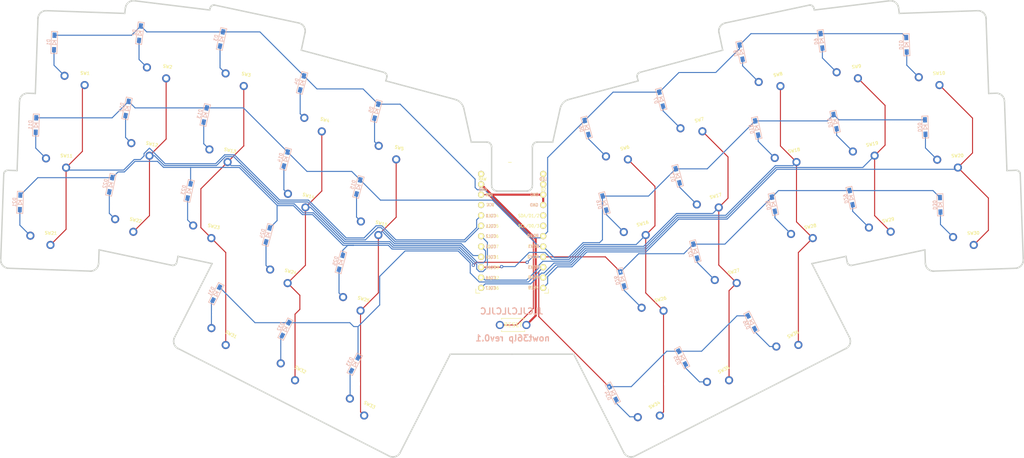
<source format=kicad_pcb>
(kicad_pcb (version 20211014) (generator pcbnew)
  (layers (0 "F.Cu" signal) (31 "B.Cu" signal) (34 "B.Paste" user) (35 "F.Paste" user) (36 "B.SilkS" user "B.Silkscreen") (37 "F.SilkS" user "F.Silkscreen") (38 "B.Mask" user) (39 "F.Mask" user) (44 "Edge.Cuts" user))
  (net 0 "")
  (net 1 "row0")
  (net 2 "Net-(D1-Pad2)")
  (net 3 "Net-(D2-Pad2)")
  (net 4 "Net-(D3-Pad2)")
  (net 5 "Net-(D4-Pad2)")
  (net 6 "Net-(D5-Pad2)")
  (net 7 "Net-(D6-Pad2)")
  (net 8 "Net-(D7-Pad2)")
  (net 9 "Net-(D8-Pad2)")
  (net 10 "Net-(D9-Pad2)")
  (net 11 "Net-(D10-Pad2)")
  (net 12 "row1")
  (net 13 "Net-(D11-Pad2)")
  (net 14 "Net-(D12-Pad2)")
  (net 15 "Net-(D13-Pad2)")
  (net 16 "Net-(D14-Pad2)")
  (net 17 "Net-(D15-Pad2)")
  (net 18 "Net-(D16-Pad2)")
  (net 19 "Net-(D17-Pad2)")
  (net 20 "Net-(D18-Pad2)")
  (net 21 "Net-(D19-Pad2)")
  (net 22 "Net-(D20-Pad2)")
  (net 23 "row2")
  (net 24 "Net-(D21-Pad2)")
  (net 25 "Net-(D22-Pad2)")
  (net 26 "Net-(D23-Pad2)")
  (net 27 "Net-(D24-Pad2)")
  (net 28 "Net-(D25-Pad2)")
  (net 29 "Net-(D26-Pad2)")
  (net 30 "Net-(D27-Pad2)")
  (net 31 "Net-(D28-Pad2)")
  (net 32 "Net-(D29-Pad2)")
  (net 33 "Net-(D30-Pad2)")
  (net 34 "row3")
  (net 35 "Net-(D31-Pad2)")
  (net 36 "Net-(D32-Pad2)")
  (net 37 "Net-(D33-Pad2)")
  (net 38 "Net-(D34-Pad2)")
  (net 39 "Net-(D35-Pad2)")
  (net 40 "Net-(D36-Pad2)")
  (net 41 "VCC")
  (net 42 "GND")
  (net 43 "col0")
  (net 44 "col1")
  (net 45 "col2")
  (net 46 "col3")
  (net 47 "col4")
  (net 48 "col5")
  (net 49 "col6")
  (net 50 "col7")
  (net 51 "col8")
  (net 52 "col9")
  (net 53 "reset")
  (footprint "nowt_parts:SW_Choc" (layer "F.Cu") (at 130.9624 65.659 -15)
    (fp_text reference "SW5")
    (fp_text value "SW_PUSH")
  )
  (footprint "nowt_parts:Diode_SMD" (layer "F.Cu") (at 124.59 59.54 -105)
    (fp_text reference "D5")
    (fp_text value "D" hide)
  )
  (footprint "nowt_parts:SW_Choc" (layer "F.Cu") (at 112.7252 58.801 -15)
    (fp_text reference "SW4")
    (fp_text value "SW_PUSH")
  )
  (footprint "nowt_parts:SW_Choc" (layer "F.Cu") (at 66.2178 83.3374 -12)
    (fp_text reference "SW22")
    (fp_text value "SW_PUSH")
  )
  (footprint "nowt_parts:SW_Choc" (layer "F.Cu") (at 249.428 83.312 12)
    (fp_text reference "SW29")
    (fp_text value "SW_PUSH")
  )
  (footprint "nowt_parts:Diode_SMD" (layer "F.Cu") (at 254.53 43.26 -88)
    (fp_text reference "D10")
    (fp_text value "D" hide)
  )
  (footprint "nowt_parts:SW_Choc" (layer "F.Cu") (at 193.4464 102.7684 15)
    (fp_text reference "SW26")
    (fp_text value "SW_PUSH")
  )
  (footprint "nowt_parts:SW_Choc" (layer "F.Cu") (at 126.5936 84.201 -15)
    (fp_text reference "SW15")
    (fp_text value "SW_PUSH")
  )
  (footprint "nowt_parts:Diode_SMD" (layer "F.Cu") (at 102.360596 71.274518 -105)
    (fp_text reference "D14")
    (fp_text value "D" hide)
  )
  (footprint "nowt_parts:Diode_SMD" (layer "F.Cu") (at 86.62 41.84 -102)
    (fp_text reference "D3")
    (fp_text value "D" hide)
  )
  (footprint "nowt_parts:SW_Choc" (layer "F.Cu") (at 191.389 128.905 27)
    (fp_text reference "SW34")
    (fp_text value "SW_PUSH")
  )
  (footprint "nowt_parts:Diode_SMD" (layer "F.Cu") (at 102.32 112.97 -117)
    (fp_text reference "D32")
    (fp_text value "D" hide)
  )
  (footprint "nowt_parts:Diode_SMD" (layer "F.Cu") (at 233.7 42.3 -83)
    (fp_text reference "D9")
    (fp_text value "D" hide)
  )
  (footprint "nowt_parts:Diode_SMD" (layer "F.Cu") (at 120.17 78.12 -105)
    (fp_text reference "D15")
    (fp_text value "D" hide)
  )
  (footprint "nowt_parts:SW_Choc" (layer "F.Cu") (at 122.2248 102.743 -15)
    (fp_text reference "SW25")
    (fp_text value "SW_PUSH")
  )
  (footprint "nowt_parts:spacer_m2_2.2mm" (layer "F.Cu") (at 135.37 110.89)
    (fp_text reference "Ref**" hide)
    (fp_text value "Val**" hide)
  )
  (footprint "nowt_parts:SW_Choc" (layer "F.Cu") (at 225.3488 111.5822 27)
    (fp_text reference "SW36")
    (fp_text value "SW_PUSH")
  )
  (footprint "nowt_parts:Diode_SMD" (layer "F.Cu") (at 106.36 52.61 -105)
    (fp_text reference "D4")
    (fp_text value "D" hide)
  )
  (footprint "nowt_parts:Diode_SMD" (layer "F.Cu") (at 45.61 42.7 -92)
    (fp_text reference "D1")
    (fp_text value "D" hide)
  )
  (footprint "nowt_parts:Diode_SMD" (layer "F.Cu") (at 216.52 111.29 -63)
    (fp_text reference "D36")
    (fp_text value "D" hide)
  )
  (footprint "nowt_parts:Diode_SMD" (layer "F.Cu") (at 202.76 93.85 -75)
    (fp_text reference "D27")
    (fp_text value "D" hide)
  )
  (footprint "nowt_parts:SW_Choc" (layer "F.Cu") (at 48.7172 67.4878 -2)
    (fp_text reference "SW11")
    (fp_text value "SW_PUSH")
  )
  (footprint "nowt_parts:Diode_SMD" (layer "F.Cu") (at 184.84 100.67 -75)
    (fp_text reference "D26")
    (fp_text value "D" hide)
  )
  (footprint "nowt_parts:Diode_SMD" (layer "F.Cu") (at 199.52 119.97 -63)
    (fp_text reference "D35")
    (fp_text value "D" hide)
  )
  (footprint "nowt_parts:SW_Choc" (layer "F.Cu") (at 70.1802 64.6938 -12)
    (fp_text reference "SW12")
    (fp_text value "SW_PUSH")
  )
  (footprint "nowt_parts:SW_Choc" (layer "F.Cu") (at 89.3318 66.2432 -12)
    (fp_text reference "SW13")
    (fp_text value "SW_PUSH")
  )
  (footprint "nowt_parts:SW_Choc" (layer "F.Cu") (at 184.7088 65.659 15)
    (fp_text reference "SW6")
    (fp_text value "SW_PUSH")
  )
  (footprint "nowt_parts:SW_Choc" (layer "F.Cu") (at 266.9286 67.4624 2)
    (fp_text reference "SW20")
    (fp_text value "SW_PUSH")
  )
  (footprint "nowt_parts:Diode_SMD" (layer "F.Cu") (at 85.33 104.29 -117)
    (fp_text reference "D31")
    (fp_text value "D" hide)
  )
  (footprint "nowt_parts:SW_Choc" (layer "F.Cu") (at 208.3562 120.2436 27)
    (fp_text reference "SW35")
    (fp_text value "SW_PUSH")
  )
  (footprint "nowt_parts:SW_Choc" (layer "F.Cu") (at 211.3831 95.9629 15)
    (fp_text reference "SW27")
    (fp_text value "SW_PUSH")
  )
  (footprint "nowt_parts:Diode_SMD" (layer "F.Cu") (at 176.11 63.54 -75)
    (fp_text reference "D6")
    (fp_text value "D" hide)
  )
  (footprint "nowt_parts:Diode_SMD" (layer "F.Cu") (at 259.12 63.43 -88)
    (fp_text reference "D20")
    (fp_text value "D" hide)
  )
  (footprint "nowt_parts:SW_Choc" (layer "F.Cu") (at 85.344 84.8868 -12)
    (fp_text reference "SW23")
    (fp_text value "SW_PUSH")
  )
  (footprint "nowt_parts:Diode_SMD" (layer "F.Cu") (at 198.43 75.39 -75)
    (fp_text reference "D17")
    (fp_text value "D" hide)
  )
  (footprint "nowt_parts:Diode_SMD" (layer "F.Cu") (at 240.96 80.74 -78)
    (fp_text reference "D29")
    (fp_text value "D" hide)
  )
  (footprint "nowt_parts:Diode_SMD" (layer "F.Cu") (at 97.980596 89.874518 -105)
    (fp_text reference "D24")
    (fp_text value "D" hide)
  )
  (footprint "nowt_parts:SW_Choc" (layer "F.Cu") (at 53.2638 47.244 -2)
    (fp_text reference "SW1")
    (fp_text value "SW_PUSH")
  )
  (footprint "nowt_parts:Diode_SMD" (layer "F.Cu") (at 41.13 62.94 -92)
    (fp_text reference "D11")
    (fp_text value "D" hide)
  )
  (footprint "nowt_parts:SW_Choc" (layer "F.Cu") (at 222.4024 47.625 12)
    (fp_text reference "SW8")
    (fp_text value "SW_PUSH")
  )
  (footprint "nowt_parts:SW_Choc" (layer "F.Cu") (at 104.3432 95.9866 -15)
    (fp_text reference "SW24")
    (fp_text value "SW_PUSH")
  )
  (footprint "nowt_parts:spacer_m2_2.2mm" (layer "F.Cu") (at 141.97 86.2)
    (fp_text reference "Ref**" hide)
    (fp_text value "Val**" hide)
  )
  (footprint "nowt_parts:SW_Choc" (layer "F.Cu") (at 73.7616 45.6438 -7)
    (fp_text reference "SW2")
    (fp_text value "SW_PUSH")
  )
  (footprint "nowt_parts:Diode_SMD" (layer "F.Cu") (at 37.238053 81.893919 -92)
    (fp_text reference "D21")
    (fp_text value "D" hide)
  )
  (footprint "nowt_parts:SW_Choc" (layer "F.Cu") (at 93.2942 47.5996 -12)
    (fp_text reference "SW3")
    (fp_text value "SW_PUSH")
  )
  (footprint "nowt_parts:Diode_SMD" (layer "F.Cu") (at 237.03 62.11 -78)
    (fp_text reference "D19")
    (fp_text value "D" hide)
  )
  (footprint "nowt_parts:SW_Choc" (layer "F.Cu") (at 241.9096 45.6184 7)
    (fp_text reference "SW9")
    (fp_text value "SW_PUSH")
  )
  (footprint "nowt_parts:SW_Choc" (layer "F.Cu") (at 245.491 64.6684 12)
    (fp_text reference "SW19")
    (fp_text value "SW_PUSH")
  )
  (footprint "nowt_parts:SW_Choc" (layer "F.Cu") (at 270.8148 86.4362 2)
    (fp_text reference "SW30")
    (fp_text value "SW_PUSH")
  )
  (footprint "nowt_parts:SW_Choc" (layer "F.Cu") (at 226.3394 66.2432 12)
    (fp_text reference "SW18")
    (fp_text value "SW_PUSH")
  )
  (footprint "nowt_parts:Diode_SMD" (layer "F.Cu") (at 119.28 121.57 -117)
    (fp_text reference "D33")
    (fp_text value "D" hide)
  )
  (footprint "nowt_parts:SW_Choc" (layer "F.Cu") (at 90.3224 111.6076 -27)
    (fp_text reference "SW31")
    (fp_text value "SW_PUSH")
  )
  (footprint "nowt_parts:Diode_SMD" (layer "F.Cu") (at 82.62 60.47 -102)
    (fp_text reference "D13")
    (fp_text value "D" hide)
  )
  (footprint "nowt_parts:Diode_SMD" (layer "F.Cu") (at 217.81 63.66 -78)
    (fp_text reference "D18")
    (fp_text value "D" hide)
  )
  (footprint "nowt_parts:spacer_m2_2.2mm" (layer "F.Cu") (at 173.69 86.2)
    (fp_text reference "Ref**" hide)
    (fp_text value "Val**" hide)
  )
  (footprint "nowt_parts:Diode_SMD" (layer "F.Cu") (at 180.49 82.07 -75)
    (fp_text reference "D16")
    (fp_text value "D" hide)
  )
  (footprint "nowt_parts:SW_Choc" (layer "F.Cu") (at 44.8818 86.4362 -2)
    (fp_text reference "SW21")
    (fp_text value "SW_PUSH")
  )
  (footprint "nowt_parts:ProMicro_v3.5_mods" (layer "F.Cu") (at 157.861 89.405)
    (fp_text reference "U1" hide)
    (fp_text value "ProMicro" hide)
  )
  (footprint "nowt_parts:SW_Choc" (layer "F.Cu") (at 262.4074 47.244 2)
    (fp_text reference "SW10")
    (fp_text value "SW_PUSH")
  )
  (footprint "nowt_parts:Diode_SMD" (layer "F.Cu") (at 221.91 82.35 -78)
    (fp_text reference "D28")
    (fp_text value "D" hide)
  )
  (footprint "nowt_parts:Diode_SMD" (layer "F.Cu") (at 66.61 40.42 -97)
    (fp_text reference "D2")
    (fp_text value "D" hide)
  )
  (footprint "nowt_parts:ResetSW_1side" (layer "F.Cu") (at 158.1 111.95 180)
    (fp_text reference "SW37" hide)
    (fp_text value "RESET_SWITCH")
  )
  (footprint "nowt_parts:Diode_SMD" (layer "F.Cu") (at 182.525833 128.651537 -63)
    (fp_text reference "D34")
    (fp_text value "D" hide)
  )
  (footprint "nowt_parts:Diode_SMD" (layer "F.Cu") (at 213.98 45.07 -78)
    (fp_text reference "D8")
    (fp_text value "D" hide)
  )
  (footprint "nowt_parts:Diode_SMD" (layer "F.Cu") (at 63.460957 58.876212 -102)
    (fp_text reference "D12")
    (fp_text value "D" hide)
  )
  (footprint "nowt_parts:SW_Choc" (layer "F.Cu") (at 202.9714 58.7756 15)
    (fp_text reference "SW7")
    (fp_text value "SW_PUSH")
  )
  (footprint "nowt_parts:Diode_SMD" (layer "F.Cu") (at 78.67 79.09 -102)
    (fp_text reference "D23")
    (fp_text value "D" hide)
  )
  (footprint "nowt_parts:Diode_SMD" (layer "F.Cu") (at 194.39 56.59 -75)
    (fp_text reference "D7")
    (fp_text value "D" hide)
  )
  (footprint "nowt_parts:SW_Choc" (layer "F.Cu") (at 107.315 120.2436 -27)
    (fp_text reference "SW32")
    (fp_text value "SW_PUSH")
  )
  (footprint "nowt_parts:SW_Choc" (layer "F.Cu") (at 206.9846 77.4446 15)
    (fp_text reference "SW17")
    (fp_text value "SW_PUSH")
  )
  (footprint "nowt_parts:Diode_SMD" (layer "F.Cu") (at 59.480957 77.576212 -102)
    (fp_text reference "D22")
    (fp_text value "D" hide)
  )
  (footprint "nowt_parts:Diode_SMD" (layer "F.Cu") (at 115.88 96.6 -105)
    (fp_text reference "D25")
    (fp_text value "D" hide)
  )
  (footprint "nowt_parts:SW_Choc" (layer "F.Cu") (at 124.2632 128.8847 -27)
    (fp_text reference "SW33")
    (fp_text value "SW_PUSH")
  )
  (footprint "nowt_parts:SW_Choc" (layer "F.Cu") (at 230.3272 84.8868 12)
    (fp_text reference "SW28")
    (fp_text value "SW_PUSH")
  )
  (footprint "nowt_parts:SW_Choc" (layer "F.Cu") (at 189.0776 84.201 15)
    (fp_text reference "SW16")
    (fp_text value "SW_PUSH")
  )
  (footprint "nowt_parts:Diode_SMD" (layer "F.Cu") (at 262.8 82.49 -88)
    (fp_text reference "D30")
    (fp_text value "D" hide)
  )
  (footprint "nowt_parts:spacer_m2_2.2mm" (layer "F.Cu") (at 180.28 110.85)
    (fp_text reference "Ref**" hide)
    (fp_text value "Val**" hide)
  )
  (footprint "nowt_parts:SW_Choc" (layer "F.Cu") (at 108.712 77.4192 -15)
    (fp_text reference "SW14")
    (fp_text value "SW_PUSH")
  )
  (gr_line (start 231.234357 33.601038) (end 231.189263 33.584031) (layer "Edge.Cuts") (width 0.349999))
  (gr_line (start 162.965635 67.745991) (end 162.939532 67.797881) (layer "Edge.Cuts") (width 0.349999))
  (gr_line (start 74.939909 115.390959) (end 74.915741 115.485825) (layer "Edge.Cuts") (width 0.349999))
  (gr_line (start 62.893799 35.573194) (end 62.893799 35.573194) (layer "Edge.Cuts") (width 0.349999))
  (gr_line (start 272.551723 34.968424) (end 272.456697 34.945597) (layer "Edge.Cuts") (width 0.349999))
  (gr_line (start 273.249963 35.310735) (end 273.170259 35.253001) (layer "Edge.Cuts") (width 0.349999))
  (gr_line (start 240.322181 97.099864) (end 240.359833 97.131549) (layer "Edge.Cuts") (width 0.349999))
  (gr_line (start 74.892805 116.262433) (end 74.911448 116.359066) (layer "Edge.Cuts") (width 0.349999))
  (gr_line (start 63.415421 33.305833) (end 63.361074 33.386043) (layer "Edge.Cuts") (width 0.349999))
  (gr_line (start 74.896274 115.581594) (end 74.881522 115.678091) (layer "Edge.Cuts") (width 0.349999))
  (gr_line (start 240.899177 97.347156) (end 240.947952 97.350146) (layer "Edge.Cuts") (width 0.349999))
  (gr_line (start 162.994273 67.695381) (end 162.965635 67.745991) (layer "Edge.Cuts") (width 0.349999))
  (gr_line (start 250.362275 32.481264) (end 231.928178 34.744685) (layer "Edge.Cuts") (width 0.349999))
  (gr_line (start 38.771067 55.165734) (end 38.674865 55.183912) (layer "Edge.Cuts") (width 0.349999))
  (gr_line (start 152.55574 67.552186) (end 152.517364 67.507667) (layer "Edge.Cuts") (width 0.349999))
  (gr_line (start 163.058992 67.598388) (end 163.025405 67.646147) (layer "Edge.Cuts") (width 0.349999))
  (gr_line (start 32.507888 96.278571) (end 32.521371 96.375768) (layer "Edge.Cuts") (width 0.349999))
  (gr_line (start 161.480439 79.116764) (end 157.825364 79.116787) (layer "Edge.Cuts") (width 0.349999))
  (gr_line (start 209.019959 38.554463) (end 208.958401 38.628248) (layer "Edge.Cuts") (width 0.349999))
  (gr_line (start 283.154359 95.982654) (end 282.42154 74.995426) (layer "Edge.Cuts") (width 0.349999))
  (gr_line (start 252.591096 34.222617) (end 252.591096 34.222617) (layer "Edge.Cuts") (width 0.349999))
  (gr_line (start 240.006562 96.558681) (end 240.006562 96.558681) (layer "Edge.Cuts") (width 0.349999))
  (gr_line (start 128.683749 144.308759) (end 128.780234 144.303889) (layer "Edge.Cuts") (width 0.349999))
  (gr_line (start 277.347157 55.302448) (end 277.256627 55.266065) (layer "Edge.Cuts") (width 0.349999))
  (gr_line (start 152.825364 68.306404) (end 152.825364 68.306404) (layer "Edge.Cuts") (width 0.349999))
  (gr_line (start 282.742351 97.269969) (end 282.799049 97.192391) (layer "Edge.Cuts") (width 0.349999))
  (gr_line (start 153.174768 78.676162) (end 153.132495 78.627362) (layer "Edge.Cuts") (width 0.349999))
  (gr_line (start 163.133366 67.507685) (end 163.094992 67.552201) (layer "Edge.Cuts") (width 0.349999))
  (gr_line (start 278.180524 55.972426) (end 278.121326 55.894162) (layer "Edge.Cuts") (width 0.349999))
  (gr_line (start 42.04818 35.655759) (end 41.988977 35.734023) (layer "Edge.Cuts") (width 0.349999))
  (gr_line (start 75.080841 97.26067) (end 75.125099 97.239161) (layer "Edge.Cuts") (width 0.349999))
  (gr_line (start 152.83231 77.909374) (end 152.827115 77.841072) (layer "Edge.Cuts") (width 0.349999))
  (gr_line (start 241.143897 97.33807) (end 241.192658 97.32896) (layer "Edge.Cuts") (width 0.349999))
  (gr_line (start 63.361074 33.386043) (end 63.310524 33.469093) (layer "Edge.Cuts") (width 0.349999))
  (gr_line (start 42.480257 35.252908) (end 42.400542 35.310641) (layer "Edge.Cuts") (width 0.349999))
  (gr_line (start 33.328116 97.676741) (end 33.408998 97.731899) (layer "Edge.Cuts") (width 0.349999))
  (gr_line (start 208.559243 39.494983) (end 208.543098 39.591267) (layer "Edge.Cuts") (width 0.349999))
  (gr_line (start 129.158799 144.238691) (end 129.250752 144.211236) (layer "Edge.Cuts") (width 0.349999))
  (gr_line (start 75.364475 97.066419) (end 75.398657 97.031383) (layer "Edge.Cuts") (width 0.349999))
  (gr_line (start 171.204047 56.879943) (end 171.024936 56.97846) (layer "Edge.Cuts") (width 0.349999))
  (gr_line (start 106.169495 44.588617) (end 106.169495 44.588617) (layer "Edge.Cuts") (width 0.349999))
  (gr_line (start 41.691671 36.346175) (end 41.666814 36.440874) (layer "Edge.Cuts") (width 0.349999))
  (gr_line (start 63.667986 33.015585) (end 63.599848 33.083339) (layer "Edge.Cuts") (width 0.349999))
  (gr_line (start 126.420869 50.014765) (end 126.420869 50.014765) (layer "Edge.Cuts") (width 0.349999))
  (gr_line (start 153.132495 78.627362) (end 153.092568 78.576555) (layer "Edge.Cuts") (width 0.349999))
  (gr_line (start 84.747788 33.529075) (end 84.698572 33.532391) (layer "Edge.Cuts") (width 0.349999))
  (gr_line (start 33.229363 74.995464) (end 32.496293 95.982632) (layer "Edge.Cuts") (width 0.349999))
  (gr_line (start 273.71663 35.814987) (end 273.66147 35.734108) (layer "Edge.Cuts") (width 0.349999))
  (gr_line (start 126.880089 50.284681) (end 126.845231 50.250437) (layer "Edge.Cuts") (width 0.349999))
  (gr_line (start 240.754754 97.32402) (end 240.802491 97.334077) (layer "Edge.Cuts") (width 0.349999))
  (gr_line (start 260.840195 98.724348) (end 260.937402 98.737818) (layer "Edge.Cuts") (width 0.349999))
  (gr_line (start 84.20665 33.716811) (end 84.168363 33.745767) (layer "Edge.Cuts") (width 0.349999))
  (gr_line (start 147.836175 67.119224) (end 147.836175 67.119224) (layer "Edge.Cuts") (width 0.349999))
  (gr_line (start 162.783022 78.107946) (end 162.764899 78.171767) (layer "Edge.Cuts") (width 0.349999))
  (gr_line (start 56.37967 97.398681) (end 56.409073 97.305477) (layer "Edge.Cuts") (width 0.349999))
  (gr_line (start 40.973115 55.203873) (end 40.973115 55.203873) (layer "Edge.Cuts") (width 0.349999))
  (gr_line (start 282.852036 97.112082) (end 282.901192 97.029171) (layer "Edge.Cuts") (width 0.349999))
  (gr_line (start 240.611776 115.11695) (end 240.567368 115.024067) (layer "Edge.Cuts") (width 0.349999))
  (gr_line (start 33.408998 97.731899) (end 33.492338 97.782949) (layer "Edge.Cuts") (width 0.349999))
  (gr_line (start 170.690799 57.209422) (end 170.536761 57.340835) (layer "Edge.Cuts") (width 0.349999))
  (gr_line (start 41.646581 36.5369) (end 41.631046 36.634091) (layer "Edge.Cuts") (width 0.349999))
  (gr_line (start 157.825364 79.116787) (end 157.825364 79.116787) (layer "Edge.Cuts") (width 0.349999))
  (gr_line (start 42.912965 35.027686) (end 42.822427 35.064064) (layer "Edge.Cuts") (width 0.349999))
  (gr_line (start 259.305047 97.49031) (end 259.343337 97.580057) (layer "Edge.Cuts") (width 0.349999))
  (gr_line (start 281.626843 97.996525) (end 281.722763 97.970827) (layer "Edge.Cuts") (width 0.349999))
  (gr_line (start 281.997955 97.866951) (end 282.085093 97.823831) (layer "Edge.Cuts") (width 0.349999))
  (gr_line (start 55.278476 98.587565) (end 55.367173 98.546787) (layer "Edge.Cuts") (width 0.349999))
  (gr_line (start 83.81276 34.320466) (end 83.72255 34.744685) (layer "Edge.Cuts") (width 0.349999))
  (gr_line (start 37.730256 55.67667) (end 37.730256 55.67667) (layer "Edge.Cuts") (width 0.349999))
  (gr_line (start 278.376225 56.310055) (end 278.333611 56.222284) (layer "Edge.Cuts") (width 0.349999))
  (gr_line (start 152.433877 67.424235) (end 152.389333 67.385889) (layer "Edge.Cuts") (width 0.349999))
  (gr_line (start 283.108877 96.484365) (end 283.127818 96.386885) (layer "Edge.Cuts") (width 0.349999))
  (gr_line (start 240.047978 96.700856) (end 240.066274 96.746381) (layer "Edge.Cuts") (width 0.349999))
  (gr_line (start 208.523308 39.886428) (end 208.526582 39.986421) (layer "Edge.Cuts") (width 0.349999))
  (gr_line (start 276.782306 55.152244) (end 276.684271 55.143534) (layer "Edge.Cuts") (width 0.349999))
  (gr_line (start 282.169732 97.776681) (end 282.251751 97.72563) (layer "Edge.Cuts") (width 0.349999))
  (gr_line (start 39.065009 55.139685) (end 38.966305 55.143559) (layer "Edge.Cuts") (width 0.349999))
  (gr_line (start 37.101287 56.970629) (end 37.095368 57.069666) (layer "Edge.Cuts") (width 0.349999))
  (gr_line (start 75.171243 116.995091) (end 75.225197 117.076576) (layer "Edge.Cuts") (width 0.349999))
  (gr_line (start 55.70031 98.340973) (end 55.777351 98.279154) (layer "Edge.Cuts") (width 0.349999))
  (gr_line (start 37.112051 56.872436) (end 37.101287 56.970629) (layer "Edge.Cuts") (width 0.349999))
  (gr_line (start 63.739221 32.951218) (end 63.667986 33.015585) (layer "Edge.Cuts") (width 0.349999))
  (gr_line (start 127.073265 50.568746) (end 127.051813 50.524261) (layer "Edge.Cuts") (width 0.349999))
  (gr_line (start 75.282999 117.15524) (end 75.344535 117.23095) (layer "Edge.Cuts") (width 0.349999))
  (gr_line (start 241.192658 97.32896) (end 259.049653 93.533287) (layer "Edge.Cuts") (width 0.349999))
  (gr_line (start 282.231358 74.442666) (end 282.20213 74.404459) (layer "Edge.Cuts") (width 0.349999))
  (gr_line (start 127.051813 50.524261) (end 127.028084 50.480701) (layer "Edge.Cuts") (width 0.349999))
  (gr_line (start 240.1093 96.834194) (end 240.13393 96.876336) (layer "Edge.Cuts") (width 0.349999))
  (gr_line (start 42.822427 35.064064) (end 42.73372 35.104838) (layer "Edge.Cuts") (width 0.349999))
  (gr_line (start 129.766875 143.95703) (end 129.845385 143.900262) (layer "Edge.Cuts") (width 0.349999))
  (gr_line (start 230.753045 33.53402) (end 230.702568 33.540801) (layer "Edge.Cuts") (width 0.349999))
  (gr_line (start 273.401215 35.438393) (end 273.327004 35.372553) (layer "Edge.Cuts") (width 0.349999))
  (gr_line (start 130.25601 143.478241) (end 130.312797 143.394848) (layer "Edge.Cuts") (width 0.349999))
  (gr_line (start 171.583881 56.71942) (end 171.390526 56.793424) (layer "Edge.Cuts") (width 0.349999))
  (gr_line (start 43.193912 34.945545) (end 43.098874 34.968364) (layer "Edge.Cuts") (width 0.349999))
  (gr_line (start 144.26024 56.79345) (end 144.066893 56.719442) (layer "Edge.Cuts") (width 0.349999))
  (gr_line (start 129.845385 143.900262) (end 129.9213 143.839525) (layer "Edge.Cuts") (width 0.349999))
  (gr_line (start 75.94838 95.12746) (end 84.315011 96.905849) (layer "Edge.Cuts") (width 0.349999))
  (gr_line (start 33.619889 74.237023) (end 33.582536 74.26717) (layer "Edge.Cuts") (width 0.349999))
  (gr_line (start 74.881522 115.678091) (end 74.871499 115.775138) (layer "Edge.Cuts") (width 0.349999))
  (gr_line (start 153.587232 78.984165) (end 153.52924 78.954464) (layer "Edge.Cuts") (width 0.349999))
  (gr_line (start 37.127586 56.775246) (end 37.112051 56.872436) (layer "Edge.Cuts") (width 0.349999))
  (gr_line (start 145.25866 57.482215) (end 145.113973 57.340869) (layer "Edge.Cuts") (width 0.349999))
  (gr_line (start 33.546679 74.29905) (end 33.512383 74.332603) (layer "Edge.Cuts") (width 0.349999))
  (gr_line (start 37.202085 56.49132) (end 37.172677 56.584527) (layer "Edge.Cuts") (width 0.349999))
  (gr_line (start 250.667391 32.467018) (end 250.566496 32.466592) (layer "Edge.Cuts") (width 0.349999))
  (gr_line (start 276.486359 55.140665) (end 274.677613 55.203873) (layer "Edge.Cuts") (width 0.349999))
  (gr_line (start 208.534952 40.08697) (end 208.548515 40.187924) (layer "Edge.Cuts") (width 0.349999))
  (gr_line (start 107.048711 39.31894) (end 107.019338 39.225729) (layer "Edge.Cuts") (width 0.349999))
  (gr_line (start 153.707883 79.035179) (end 153.646807 79.011098) (layer "Edge.Cuts") (width 0.349999))
  (gr_line (start 129.994448 143.774875) (end 130.064663 143.706367) (layer "Edge.Cuts") (width 0.349999))
  (gr_line (start 63.263913 33.554874) (end 63.221379 33.643277) (layer "Edge.Cuts") (width 0.349999))
  (gr_line (start 107.1149 40.093746) (end 107.123339 39.995692) (layer "Edge.Cuts") (width 0.349999))
  (gr_line (start 189.002232 50.10701) (end 188.960133 50.131818) (layer "Edge.Cuts") (width 0.349999))
  (gr_line (start 64.136961 32.684023) (end 64.052338 32.729812) (layer "Edge.Cuts") (width 0.349999))
  (gr_line (start 189.090071 50.063597) (end 189.045569 50.084252) (layer "Edge.Cuts") (width 0.349999))
  (gr_line (start 162.809867 77.976648) (end 162.79804 78.042878) (layer "Edge.Cuts") (width 0.349999))
  (gr_line (start 32.966544 97.342282) (end 33.032387 97.416492) (layer "Edge.Cuts") (width 0.349999))
  (gr_line (start 32.499173 96.180538) (end 32.507888 96.278571) (layer "Edge.Cuts") (width 0.349999))
  (gr_line (start 259.385956 97.667831) (end 259.432833 97.75347) (layer "Edge.Cuts") (width 0.349999))
  (gr_line (start 240.802491 97.334077) (end 240.850661 97.341794) (layer "Edge.Cuts") (width 0.349999))
  (gr_line (start 187.652731 144.205891) (end 187.745267 144.172371) (layer "Edge.Cuts") (width 0.349999))
  (gr_line (start 239.783896 117.665017) (end 239.870887 117.612023) (layer "Edge.Cuts") (width 0.349999))
  (gr_line (start 75.344535 117.23095) (end 75.409687 117.30357) (layer "Edge.Cuts") (width 0.349999))
  (gr_line (start 151.634965 67.11676) (end 151.634965 67.11676) (layer "Edge.Cuts") (width 0.349999))
  (gr_line (start 260.555245 98.655952) (end 260.64895 98.683353) (layer "Edge.Cuts") (width 0.349999))
  (gr_line (start 187.925858 144.091366) (end 239.693375 117.714062) (layer "Edge.Cuts") (width 0.349999))
  (gr_line (start 189.229874 50.014791) (end 189.182295 50.028812) (layer "Edge.Cuts") (width 0.349999))
  (gr_line (start 281.992172 74.208657) (end 281.952021 74.182163) (layer "Edge.Cuts") (width 0.349999))
  (gr_line (start 106.804406 38.784022) (end 106.804406 38.784022) (layer "Edge.Cuts") (width 0.349999))
  (gr_line (start 37.414808 56.053271) (end 37.363751 56.136611) (layer "Edge.Cuts") (width 0.349999))
  (gr_line (start 33.69882 74.182173) (end 33.658672 74.208671) (layer "Edge.Cuts") (width 0.349999))
  (gr_line (start 84.28711 33.664558) (end 84.246257 33.689725) (layer "Edge.Cuts") (width 0.349999))
  (gr_line (start 251.3379 32.604675) (end 251.246924 32.571346) (layer "Edge.Cuts") (width 0.349999))
  (gr_line (start 38.393929 55.266057) (end 38.303394 55.302436) (layer "Edge.Cuts") (width 0.349999))
  (gr_line (start 240.315657 117.220587) (end 240.376409 117.14468) (layer "Edge.Cuts") (width 0.349999))
  (gr_line (start 231.143295 33.569185) (end 231.096528 33.556548) (layer "Edge.Cuts") (width 0.349999))
  (gr_line (start 63.059655 34.222617) (end 63.059655 34.222617) (layer "Edge.Cuts") (width 0.349999))
  (gr_line (start 33.343011 74.565663) (end 33.321457 74.609231) (layer "Edge.Cuts") (width 0.349999))
  (gr_line (start 145.734073 58.136595) (end 145.631708 57.960683) (layer "Edge.Cuts") (width 0.349999))
  (gr_line (start 106.415091 38.343276) (end 106.338897 38.282252) (layer "Edge.Cuts") (width 0.349999))
  (gr_line (start 55.851563 98.213314) (end 55.922422 98.143878) (layer "Edge.Cuts") (width 0.349999))
  (gr_line (start 107.10159 40.191619) (end 107.1149 40.093746) (layer "Edge.Cuts") (width 0.349999))
  (gr_line (start 273.857163 36.071725) (end 273.81455 35.983958) (layer "Edge.Cuts") (width 0.349999))
  (gr_line (start 240.219684 96.994822) (end 240.252057 97.031427) (layer "Edge.Cuts") (width 0.349999))
  (gr_line (start 64.496626 32.542399) (end 64.403814 32.571356) (layer "Edge.Cuts") (width 0.349999))
  (gr_line (start 153.314811 78.809675) (end 153.26601 78.767403) (layer "Edge.Cuts") (width 0.349999))
  (gr_line (start 106.259863 38.225049) (end 106.178133 38.171766) (layer "Edge.Cuts") (width 0.349999))
  (gr_line (start 33.74027 74.157591) (end 33.69882 74.182173) (layer "Edge.Cuts") (width 0.349999))
  (gr_line (start 272.360503 34.927412) (end 272.263308 34.913933) (layer "Edge.Cuts") (width 0.349999))
  (gr_line (start 209.722011 38.04057) (end 209.632009 38.082532) (layer "Edge.Cuts") (width 0.349999))
  (gr_line (start 187.925858 144.091366) (end 187.925858 144.091366) (layer "Edge.Cuts") (width 0.349999))
  (gr_line (start 75.431029 96.99478) (end 75.461542 96.956683) (layer "Edge.Cuts") (width 0.349999))
  (gr_line (start 186.784572 144.295574) (end 186.882053 144.30462) (layer "Edge.Cuts") (width 0.349999))
  (gr_line (start 185.794637 143.89138) (end 185.873296 143.949198) (layer "Edge.Cuts") (width 0.349999))
  (gr_line (start 241.192658 97.32896) (end 241.192658 97.32896) (layer "Edge.Cuts") (width 0.349999))
  (gr_line (start 252.177321 33.228563) (end 252.115798 33.154362) (layer "Edge.Cuts") (width 0.349999))
  (gr_line (start 56.454156 97.114767) (end 56.469688 97.017582) (layer "Edge.Cuts") (width 0.349999))
  (gr_line (start 273.895447 36.161466) (end 273.857163 36.071725) (layer "Edge.Cuts") (width 0.349999))
  (gr_line (start 43.387322 34.9139) (end 43.290117 34.927369) (layer "Edge.Cuts") (width 0.349999))
  (gr_line (start 230.853315 33.5282) (end 230.803319 33.529836) (layer "Edge.Cuts") (width 0.349999))
  (gr_line (start 41.793255 36.07166) (end 41.754965 36.161407) (layer "Edge.Cuts") (width 0.349999))
  (gr_line (start 281.539941 74.037179) (end 281.48971 74.032565) (layer "Edge.Cuts") (width 0.349999))
  (gr_line (start 145.113973 57.340869) (end 144.959941 57.209456) (layer "Edge.Cuts") (width 0.349999))
  (gr_line (start 281.38736 74.030964) (end 281.38736 74.030964) (layer "Edge.Cuts") (width 0.349999))
  (gr_line (start 231.049036 33.546169) (end 231.000895 33.538097) (layer "Edge.Cuts") (width 0.349999))
  (gr_line (start 56.601067 93.533287) (end 56.601067 93.533287) (layer "Edge.Cuts") (width 0.349999))
  (gr_line (start 282.799049 97.192391) (end 282.852036 97.112082) (layer "Edge.Cuts") (width 0.349999))
  (gr_line (start 152.036279 67.186216) (end 151.981122 67.167998) (layer "Edge.Cuts") (width 0.349999))
  (gr_line (start 144.625817 56.97849) (end 144.446713 56.879971) (layer "Edge.Cuts") (width 0.349999))
  (gr_line (start 187.368291 144.278351) (end 187.464067 144.258894) (layer "Edge.Cuts") (width 0.349999))
  (gr_line (start 32.846985 97.185538) (end 32.904723 97.265242) (layer "Edge.Cuts") (width 0.349999))
  (gr_line (start 282.068313 74.267151) (end 282.030957 74.237007) (layer "Edge.Cuts") (width 0.349999))
  (gr_line (start 56.486367 96.820362) (end 56.486367 96.820362) (layer "Edge.Cuts") (width 0.349999))
  (gr_line (start 272.737609 35.02776) (end 272.645416 34.995833) (layer "Edge.Cuts") (width 0.349999))
  (gr_line (start 106.338897 38.282252) (end 106.259863 38.225049) (layer "Edge.Cuts") (width 0.349999))
  (gr_line (start 33.419505 74.442695) (end 33.3921 74.482334) (layer "Edge.Cuts") (width 0.349999))
  (gr_line (start 240.525627 97.239217) (end 240.569887 97.260726) (layer "Edge.Cuts") (width 0.349999))
  (gr_line (start 252.42937 33.643271) (end 252.386836 33.554867) (layer "Edge.Cuts") (width 0.349999))
  (gr_line (start 106.748329 38.702186) (end 106.688533 38.623567) (layer "Edge.Cuts") (width 0.349999))
  (gr_line (start 188.80551 50.250462) (end 188.770651 50.284706) (layer "Edge.Cuts") (width 0.349999))
  (gr_line (start 162.595672 78.523788) (end 162.558175 78.576517) (layer "Edge.Cuts") (width 0.349999))
  (gr_line (start 162.825364 77.771831) (end 162.823614 77.84104) (layer "Edge.Cuts") (width 0.349999))
  (gr_line (start 74.989804 97.296898) (end 75.035714 97.279921) (layer "Edge.Cuts") (width 0.349999))
  (gr_line (start 74.915741 115.485825) (end 74.896274 115.581594) (layer "Edge.Cuts") (width 0.349999))
  (gr_line (start 145.968295 58.706368) (end 145.902861 58.509953) (layer "Edge.Cuts") (width 0.349999))
  (gr_line (start 152.476655 67.464916) (end 152.433877 67.424235) (layer "Edge.Cuts") (width 0.349999))
  (gr_line (start 107.109021 39.60517) (end 107.093585 39.508835) (layer "Edge.Cuts") (width 0.349999))
  (gr_line (start 126.605174 50.084226) (end 126.560671 50.063571) (layer "Edge.Cuts") (width 0.349999))
  (gr_line (start 231.680219 33.956068) (end 231.651421 33.916904) (layer "Edge.Cuts") (width 0.349999))
  (gr_line (start 74.996212 116.643651) (end 75.033621 116.735067) (layer "Edge.Cuts") (width 0.349999))
  (gr_line (start 271.967377 34.902346) (end 271.967377 34.902346) (layer "Edge.Cuts") (width 0.349999))
  (gr_line (start 240.440064 97.189487) (end 240.482323 97.215465) (layer "Edge.Cuts") (width 0.349999))
  (gr_line (start 163.307607 67.34994) (end 163.261395 67.38591) (layer "Edge.Cuts") (width 0.349999))
  (gr_line (start 209.632009 38.082532) (end 209.54478 38.128627) (layer "Edge.Cuts") (width 0.349999))
  (gr_line (start 163.560275 67.207119) (end 163.507186 67.230611) (layer "Edge.Cuts") (width 0.349999))
  (gr_line (start 34.212005 74.030447) (end 34.161123 74.032543) (layer "Edge.Cuts") (width 0.349999))
  (gr_line (start 33.269534 74.746822) (end 33.25669 74.79478) (layer "Edge.Cuts") (width 0.349999))
  (gr_line (start 33.366581 74.523344) (end 33.343011 74.565663) (layer "Edge.Cuts") (width 0.349999))
  (gr_line (start 64.983344 32.467023) (end 64.883446 32.472478) (layer "Edge.Cuts") (width 0.349999))
  (gr_line (start 126.69061 50.131793) (end 126.64851 50.106985) (layer "Edge.Cuts") (width 0.349999))
  (gr_line (start 186.214792 144.140836) (end 186.306206 144.178261) (layer "Edge.Cuts") (width 0.349999))
  (gr_line (start 186.399766 144.211262) (end 186.399766 144.211262) (layer "Edge.Cuts") (width 0.349999))
  (gr_line (start 153.52924 78.954464) (end 153.472918 78.92208) (layer "Edge.Cuts") (width 0.349999))
  (gr_line (start 188.70598 50.358317) (end 188.67631 50.397575) (layer "Edge.Cuts") (width 0.349999))
  (gr_line (start 33.665744 97.872427) (end 33.755488 97.910708) (layer "Edge.Cuts") (width 0.349999))
  (gr_line (start 231.189263 33.584031) (end 231.143295 33.569185) (layer "Edge.Cuts") (width 0.349999))
  (gr_line (start 188.91934 50.158621) (end 188.879925 50.187365) (layer "Edge.Cuts") (width 0.349999))
  (gr_line (start 55.989466 98.071339) (end 56.052622 97.995857) (layer "Edge.Cuts") (width 0.349999))
  (gr_line (start 126.468448 50.028786) (end 126.420869 50.014765) (layer "Edge.Cuts") (width 0.349999))
  (gr_line (start 105.734185 37.967685) (end 105.639359 37.940038) (layer "Edge.Cuts") (width 0.349999))
  (gr_line (start 75.704169 117.560454) (end 75.785681 117.615601) (layer "Edge.Cuts") (width 0.349999))
  (gr_line (start 151.981122 67.167998) (end 151.925078 67.152478) (layer "Edge.Cuts") (width 0.349999))
  (gr_line (start 83.918561 34.038952) (end 83.895515 34.082566) (layer "Edge.Cuts") (width 0.349999))
  (gr_line (start 152.867712 78.107981) (end 152.852693 78.042913) (layer "Edge.Cuts") (width 0.349999))
  (gr_line (start 240.567368 115.024067) (end 231.335725 96.905849) (layer "Edge.Cuts") (width 0.349999))
  (gr_line (start 55.187948 98.623949) (end 55.278476 98.587565) (layer "Edge.Cuts") (width 0.349999))
  (gr_line (start 278.41451 56.399798) (end 278.376225 56.310055) (layer "Edge.Cuts") (width 0.349999))
  (gr_line (start 37.469974 55.972389) (end 37.414808 56.053271) (layer "Edge.Cuts") (width 0.349999))
  (gr_line (start 259.164445 96.820385) (end 259.164445 96.820385) (layer "Edge.Cuts") (width 0.349999))
  (gr_line (start 153.05507 78.523825) (end 153.020086 78.469257) (layer "Edge.Cuts") (width 0.349999))
  (gr_line (start 151.868244 67.139697) (end 151.810718 67.129694) (layer "Edge.Cuts") (width 0.349999))
  (gr_line (start 84.948176 33.540807) (end 84.8977 33.534028) (layer "Edge.Cuts") (width 0.349999))
  (gr_line (start 75.870119 117.666848) (end 75.957368 117.714062) (layer "Edge.Cuts") (width 0.349999))
  (gr_line (start 130.131774 143.634055) (end 130.195613 143.557995) (layer "Edge.Cuts") (width 0.349999))
  (gr_line (start 161.880379 79.056294) (end 161.816557 79.074418) (layer "Edge.Cuts") (width 0.349999))
  (gr_line (start 152.656465 67.695372) (end 152.625331 67.646136) (layer "Edge.Cuts") (width 0.349999))
  (gr_line (start 151.693981 67.118185) (end 151.634965 67.11676) (layer "Edge.Cuts") (width 0.349999))
  (gr_line (start 187.174737 144.303102) (end 187.271788 144.293091) (layer "Edge.Cuts") (width 0.349999))
  (gr_line (start 240.947952 97.350146) (end 240.996899 97.350749) (layer "Edge.Cuts") (width 0.349999))
  (gr_line (start 188.489236 50.947446) (end 188.488803 50.996309) (layer "Edge.Cuts") (width 0.349999))
  (gr_line (start 185.576934 143.695993) (end 185.646321 143.764662) (layer "Edge.Cuts") (width 0.349999))
  (gr_line (start 277.435855 55.343226) (end 277.347157 55.302448) (layer "Edge.Cuts") (width 0.349999))
  (gr_line (start 54.713638 98.737776) (end 54.810835 98.724296) (layer "Edge.Cuts") (width 0.349999))
  (gr_line (start 33.940247 97.973988) (end 34.03494 97.998839) (layer "Edge.Cuts") (width 0.349999))
  (gr_line (start 74.943198 97.311585) (end 74.989804 97.296898) (layer "Edge.Cuts") (width 0.349999))
  (gr_line (start 188.526894 50.706906) (end 188.514668 50.754217) (layer "Edge.Cuts") (width 0.349999))
  (gr_line (start 170.132695 57.792605) (end 170.019004 57.960651) (layer "Edge.Cuts") (width 0.349999))
  (gr_line (start 208.900488 38.704823) (end 208.846316 38.78404) (layer "Edge.Cuts") (width 0.349999))
  (gr_line (start 153.418349 78.887098) (end 153.365619 78.849601) (layer "Edge.Cuts") (width 0.349999))
  (gr_line (start 33.3921 74.482334) (end 33.366581 74.523344) (layer "Edge.Cuts") (width 0.349999))
  (gr_line (start 126.770816 50.18734) (end 126.731402 50.158596) (layer "Edge.Cuts") (width 0.349999))
  (gr_line (start 56.052622 97.995857) (end 56.111817 97.917596) (layer "Edge.Cuts") (width 0.349999))
  (gr_line (start 147.836175 67.119224) (end 146.020432 58.908584) (layer "Edge.Cuts") (width 0.349999))
  (gr_line (start 127.028084 50.480701) (end 127.028084 50.480701) (layer "Edge.Cuts") (width 0.349999))
  (gr_line (start 161.94287 79.035149) (end 161.880379 79.056294) (layer "Edge.Cuts") (width 0.349999))
  (gr_line (start 281.328213 98.045016) (end 281.429447 98.033749) (layer "Edge.Cuts") (width 0.349999))
  (gr_line (start 282.171146 74.367743) (end 282.138472 74.33258) (layer "Edge.Cuts") (width 0.349999))
  (gr_line (start 84.329134 33.641358) (end 84.28711 33.664558) (layer "Edge.Cuts") (width 0.349999))
  (gr_line (start 33.284653 74.699871) (end 33.269534 74.746822) (layer "Edge.Cuts") (width 0.349999))
  (gr_line (start 38.303394 55.302436) (end 38.21469 55.34321) (layer "Edge.Cuts") (width 0.349999))
  (gr_line (start 106.903863 38.955138) (end 106.85636 38.868536) (layer "Edge.Cuts") (width 0.349999))
  (gr_line (start 55.851563 98.213314) (end 55.851563 98.213314) (layer "Edge.Cuts") (width 0.349999))
  (gr_line (start 185.646321 143.764662) (end 185.718934 143.82983) (layer "Edge.Cuts") (width 0.349999))
  (gr_line (start 186.038942 144.053174) (end 186.125659 144.099102) (layer "Edge.Cuts") (width 0.349999))
  (gr_line (start 64.687202 32.498038) (end 64.591135 32.517923) (layer "Edge.Cuts") (width 0.349999))
  (gr_line (start 251.911522 32.951207) (end 251.837329 32.890336) (layer "Edge.Cuts") (width 0.349999))
  (gr_line (start 189.229874 50.014791) (end 189.229874 50.014791) (layer "Edge.Cuts") (width 0.349999))
  (gr_line (start 252.555926 34.020912) (end 252.531104 33.923116) (layer "Edge.Cuts") (width 0.349999))
  (gr_line (start 84.554226 33.556563) (end 84.50746 33.5692) (layer "Edge.Cuts") (width 0.349999))
  (gr_line (start 208.531663 39.688701) (end 208.525034 39.787138) (layer "Edge.Cuts") (width 0.349999))
  (gr_line (start 272.263308 34.913933) (end 272.165278 34.90522) (layer "Edge.Cuts") (width 0.349999))
  (gr_line (start 56.601067 93.533287) (end 74.4581 97.328915) (layer "Edge.Cuts") (width 0.349999))
  (gr_line (start 153.472918 78.92208) (end 153.418349 78.887098) (layer "Edge.Cuts") (width 0.349999))
  (gr_line (start 278.333611 56.222284) (end 278.28674 56.136648) (layer "Edge.Cuts") (width 0.349999))
  (gr_line (start 74.895985 97.323964) (end 74.943198 97.311585) (layer "Edge.Cuts") (width 0.349999))
  (gr_line (start 38.48613 55.234136) (end 38.393929 55.266057) (layer "Edge.Cuts") (width 0.349999))
  (gr_line (start 162.003945 79.011067) (end 161.94287 79.035149) (layer "Edge.Cuts") (width 0.349999))
  (gr_line (start 74.848251 97.334021) (end 74.895985 97.323964) (layer "Edge.Cuts") (width 0.349999))
  (gr_line (start 37.881523 55.549014) (end 37.804475 55.610831) (layer "Edge.Cuts") (width 0.349999))
  (gr_line (start 37.316877 56.222247) (end 37.274258 56.310019) (layer "Edge.Cuts") (width 0.349999))
  (gr_line (start 186.687426 144.281729) (end 186.784572 144.295574) (layer "Edge.Cuts") (width 0.349999))
  (gr_line (start 142.703004 119.099964) (end 142.703004 119.099964) (layer "Edge.Cuts") (width 0.349999))
  (gr_line (start 54.417702 98.749363) (end 54.516906 98.750371) (layer "Edge.Cuts") (width 0.349999))
  (gr_line (start 75.121252 116.910921) (end 75.171243 116.995091) (layer "Edge.Cuts") (width 0.349999))
  (gr_line (start 75.516787 96.876301) (end 75.541418 96.834162) (layer "Edge.Cuts") (width 0.349999))
  (gr_line (start 145.393508 57.632977) (end 145.25866 57.482215) (layer "Edge.Cuts") (width 0.349999))
  (gr_line (start 152.34312 67.349917) (end 152.295337 67.31636) (layer "Edge.Cuts") (width 0.349999))
  (gr_line (start 231.838013 34.320467) (end 231.826042 34.270403) (layer "Edge.Cuts") (width 0.349999))
  (gr_line (start 240.11014 117.431035) (end 240.182467 117.363933) (layer "Edge.Cuts") (width 0.349999))
  (gr_line (start 272.91683 35.104922) (end 272.828135 35.064144) (layer "Edge.Cuts") (width 0.349999))
  (gr_line (start 281.438828 74.030474) (end 281.38736 74.030964) (layer "Edge.Cuts") (width 0.349999))
  (gr_line (start 152.625331 67.646136) (end 152.591743 67.598375) (layer "Edge.Cuts") (width 0.349999))
  (gr_line (start 55.002059 98.683284) (end 55.095753 98.655876) (layer "Edge.Cuts") (width 0.349999))
  (gr_line (start 128.006639 144.208691) (end 128.10237 144.237744) (layer "Edge.Cuts") (width 0.349999))
  (gr_line (start 259.799348 98.213421) (end 259.799348 98.213421) (layer "Edge.Cuts") (width 0.349999))
  (gr_line (start 231.776241 34.127561) (end 231.75526 34.08256) (layer "Edge.Cuts") (width 0.349999))
  (gr_line (start 172.947724 119.099964) (end 172.947724 119.099964) (layer "Edge.Cuts") (width 0.349999))
  (gr_line (start 41.933809 35.814907) (end 41.88275 35.898249) (layer "Edge.Cuts") (width 0.349999))
  (gr_line (start 64.784686 32.482853) (end 64.687202 32.498038) (layer "Edge.Cuts") (width 0.349999))
  (gr_line (start 282.331029 97.670808) (end 282.407445 97.612345) (layer "Edge.Cuts") (width 0.349999))
  (gr_line (start 33.964752 74.065532) (end 33.917774 74.079628) (layer "Edge.Cuts") (width 0.349999))
  (gr_line (start 41.614365 36.831327) (end 40.973115 55.203873) (layer "Edge.Cuts") (width 0.349999))
  (gr_line (start 240.399144 97.161448) (end 240.440064 97.189487) (layer "Edge.Cuts") (width 0.349999))
  (gr_line (start 276.585567 55.139653) (end 276.486359 55.140665) (layer "Edge.Cuts") (width 0.349999))
  (gr_line (start 162.848461 68.073107) (end 162.838419 68.130624) (layer "Edge.Cuts") (width 0.349999))
  (gr_line (start 164.015748 67.116787) (end 163.956734 67.118212) (layer "Edge.Cuts") (width 0.349999))
  (gr_line (start 152.19545 67.256653) (end 152.14354 67.230584) (layer "Edge.Cuts") (width 0.349999))
  (gr_line (start 153.834198 79.074447) (end 153.770375 79.056323) (layer "Edge.Cuts") (width 0.349999))
  (gr_line (start 152.825364 77.771862) (end 152.825364 68.306404) (layer "Edge.Cuts") (width 0.349999))
  (gr_line (start 39.164216 55.140703) (end 39.164216 55.140703) (layer "Edge.Cuts") (width 0.349999))
  (gr_line (start 281.952021 74.182163) (end 281.91057 74.157583) (layer "Edge.Cuts") (width 0.349999))
  (gr_line (start 83.855694 34.173905) (end 83.839068 34.221533) (layer "Edge.Cuts") (width 0.349999))
  (gr_line (start 240.485955 116.985243) (end 240.534638 116.902051) (layer "Edge.Cuts") (width 0.349999))
  (gr_line (start 169.916635 58.136564) (end 169.826083 58.319829) (layer "Edge.Cuts") (width 0.349999))
  (gr_line (start 74.555796 97.344679) (end 74.604823 97.348898) (layer "Edge.Cuts") (width 0.349999))
  (gr_line (start 157.825364 119.099964) (end 172.947724 119.099964) (layer "Edge.Cuts") (width 0.349999))
  (gr_line (start 37.23597 56.399763) (end 37.202085 56.49132) (layer "Edge.Cuts") (width 0.349999))
  (gr_line (start 162.876839 67.960252) (end 162.861282 68.016284) (layer "Edge.Cuts") (width 0.349999))
  (gr_line (start 153.646807 79.011098) (end 153.587232 78.984165) (layer "Edge.Cuts") (width 0.349999))
  (gr_line (start 187.077312 144.30837) (end 187.174737 144.303102) (layer "Edge.Cuts") (width 0.349999))
  (gr_line (start 252.57597 34.120782) (end 252.555926 34.020912) (layer "Edge.Cuts") (width 0.349999))
  (gr_line (start 63.119646 33.923119) (end 63.094824 34.020914) (layer "Edge.Cuts") (width 0.349999))
  (gr_line (start 55.777351 98.279154) (end 55.851563 98.213314) (layer "Edge.Cuts") (width 0.349999))
  (gr_line (start 152.987701 78.412936) (end 152.957999 78.354945) (layer "Edge.Cuts") (width 0.349999))
  (gr_line (start 208.707216 39.036049) (end 208.668977 39.124341) (layer "Edge.Cuts") (width 0.349999))
  (gr_line (start 208.525034 39.787138) (end 208.523308 39.886428) (layer "Edge.Cuts") (width 0.349999))
  (gr_line (start 259.164445 96.820385) (end 259.170362 96.919425) (layer "Edge.Cuts") (width 0.349999))
  (gr_line (start 231.404507 33.689709) (end 231.363653 33.664542) (layer "Edge.Cuts") (width 0.349999))
  (gr_line (start 106.985384 39.133909) (end 106.946881 39.043654) (layer "Edge.Cuts") (width 0.349999))
  (gr_line (start 127.127968 51.239538) (end 127.127968 51.239538) (layer "Edge.Cuts") (width 0.349999))
  (gr_line (start 75.251574 97.161396) (end 75.290883 97.131499) (layer "Edge.Cuts") (width 0.349999))
  (gr_line (start 281.824026 74.114414) (end 281.779063 74.095945) (layer "Edge.Cuts") (width 0.349999))
  (gr_line (start 106.85636 38.868536) (end 106.804406 38.784022) (layer "Edge.Cuts") (width 0.349999))
  (gr_line (start 127.817697 144.135331) (end 127.911691 144.174571) (layer "Edge.Cuts") (width 0.349999))
  (gr_line (start 75.461542 96.956683) (end 75.490144 96.917166) (layer "Edge.Cuts") (width 0.349999))
  (gr_line (start 185.283102 143.304146) (end 185.334338 143.388598) (layer "Edge.Cuts") (width 0.349999))
  (gr_line (start 74.4581 97.328915) (end 74.506859 97.338023) (layer "Edge.Cuts") (width 0.349999))
  (gr_line (start 185.334338 143.388598) (end 185.389474 143.470123) (layer "Edge.Cuts") (width 0.349999))
  (gr_line (start 33.512383 74.332603) (end 33.479712 74.367769) (layer "Edge.Cuts") (width 0.349999))
  (gr_line (start 55.095753 98.655876) (end 55.187948 98.623949) (layer "Edge.Cuts") (width 0.349999))
  (gr_line (start 260.937402 98.737818) (end 261.035444 98.74652) (layer "Edge.Cuts") (width 0.349999))
  (gr_line (start 154.101109 79.115037) (end 154.032807 79.109844) (layer "Edge.Cuts") (width 0.349999))
  (gr_line (start 83.81276 34.320466) (end 83.81276 34.320466) (layer "Edge.Cuts") (width 0.349999))
  (gr_line (start 152.755645 67.905114) (end 152.734734 67.850954) (layer "Edge.Cuts") (width 0.349999))
  (gr_line (start 37.730256 55.67667) (end 37.65939 55.746105) (layer "Edge.Cuts") (width 0.349999))
  (gr_line (start 42.1784 35.507735) (end 42.111346 35.580276) (layer "Edge.Cuts") (width 0.349999))
  (gr_line (start 43.584071 34.901327) (end 43.485362 34.905198) (layer "Edge.Cuts") (width 0.349999))
  (gr_line (start 32.62173 96.752883) (end 32.658116 96.843411) (layer "Edge.Cuts") (width 0.349999))
  (gr_line (start 252.340224 33.469085) (end 252.289674 33.386034) (layer "Edge.Cuts") (width 0.349999))
  (gr_line (start 273.539119 35.580367) (end 273.472074 35.507828) (layer "Edge.Cuts") (width 0.349999))
  (gr_line (start 43.098874 34.968364) (end 43.00517 34.995766) (layer "Edge.Cuts") (width 0.349999))
  (gr_line (start 56.409073 97.305477) (end 56.433927 97.210786) (layer "Edge.Cuts") (width 0.349999))
  (gr_line (start 281.529031 98.017543) (end 281.626843 97.996525) (layer "Edge.Cuts") (width 0.349999))
  (gr_line (start 209.481232 44.588617) (end 209.481232 44.588617) (layer "Edge.Cuts") (width 0.349999))
  (gr_line (start 63.890425 32.833084) (end 63.813414 32.890348) (layer "Edge.Cuts") (width 0.349999))
  (gr_line (start 281.816669 97.940579) (end 281.90844 97.905911) (layer "Edge.Cuts") (width 0.349999))
  (gr_line (start 33.101826 97.48735) (end 33.174368 97.554393) (layer "Edge.Cuts") (width 0.349999))
  (gr_line (start 240.687493 116.550073) (end 240.714963 116.45812) (layer "Edge.Cuts") (width 0.349999))
  (gr_line (start 127.724824 144.090916) (end 127.724824 144.090916) (layer "Edge.Cuts") (width 0.349999))
  (gr_line (start 43.485362 34.905198) (end 43.387322 34.9139) (layer "Edge.Cuts") (width 0.349999))
  (gr_line (start 84.649856 33.53811) (end 84.601716 33.546184) (layer "Edge.Cuts") (width 0.349999))
  (gr_line (start 240.182467 117.363933) (end 240.250991 117.293728) (layer "Edge.Cuts") (width 0.349999))
  (gr_line (start 37.147819 56.679223) (end 37.127586 56.775246) (layer "Edge.Cuts") (width 0.349999))
  (gr_line (start 261.233369 98.74937) (end 261.233369 98.74937) (layer "Edge.Cuts") (width 0.349999))
  (gr_line (start 208.846316 38.78404) (end 208.795982 38.865749) (layer "Edge.Cuts") (width 0.349999))
  (gr_line (start 240.160571 96.917203) (end 240.189172 96.956723) (layer "Edge.Cuts") (width 0.349999))
  (gr_line (start 281.91057 74.157583) (end 281.867883 74.13498) (layer "Edge.Cuts") (width 0.349999))
  (gr_line (start 37.529175 55.894126) (end 37.469974 55.972389) (layer "Edge.Cuts") (width 0.349999))
  (gr_line (start 54.615606 98.746488) (end 54.713638 98.737776) (layer "Edge.Cuts") (width 0.349999))
  (gr_line (start 38.579831 55.206733) (end 38.48613 55.234136) (layer "Edge.Cuts") (width 0.349999))
  (gr_line (start 187.836368 144.134191) (end 187.925858 144.091366) (layer "Edge.Cuts") (width 0.349999))
  (gr_line (start 152.711207 67.797879) (end 152.685104 67.745986) (layer "Edge.Cuts") (width 0.349999))
  (gr_line (start 75.083314 115.024074) (end 75.083314 115.024074) (layer "Edge.Cuts") (width 0.349999))
  (gr_line (start 74.4581 97.328915) (end 74.4581 97.328915) (layer "Edge.Cuts") (width 0.349999))
  (gr_line (start 231.732213 34.038945) (end 231.707174 33.996765) (layer "Edge.Cuts") (width 0.349999))
  (gr_line (start 126.420869 50.014765) (end 106.169495 44.588617) (layer "Edge.Cuts") (width 0.349999))
  (gr_line (start 277.16443 55.234138) (end 277.070734 55.206731) (layer "Edge.Cuts") (width 0.349999))
  (gr_line (start 128.295507 144.280874) (end 128.392575 144.29506) (layer "Edge.Cuts") (width 0.349999))
  (gr_line (start 240.359833 97.131549) (end 240.399144 97.161448) (layer "Edge.Cuts") (width 0.349999))
  (gr_line (start 107.083375 40.289139) (end 107.10159 40.191619) (layer "Edge.Cuts") (width 0.349999))
  (gr_line (start 63.599848 33.083339) (end 63.534948 33.154372) (layer "Edge.Cuts") (width 0.349999))
  (gr_line (start 33.032387 97.416492) (end 33.101826 97.48735) (layer "Edge.Cuts") (width 0.349999))
  (gr_line (start 188.770651 50.284706) (end 188.737451 50.320676) (layer "Edge.Cuts") (width 0.349999))
  (gr_line (start 240.619551 116.729566) (end 240.655671 116.640611) (layer "Edge.Cuts") (width 0.349999))
  (gr_line (start 41.88275 35.898249) (end 41.835874 35.983887) (layer "Edge.Cuts") (width 0.349999))
  (gr_line (start 64.591135 32.517923) (end 64.496626 32.542399) (layer "Edge.Cuts") (width 0.349999))
  (gr_line (start 259.196661 97.114814) (end 259.216894 97.210841) (layer "Edge.Cuts") (width 0.349999))
  (gr_line (start 38.043445 55.437695) (end 37.961236 55.491281) (layer "Edge.Cuts") (width 0.349999))
  (gr_line (start 281.722763 97.970827) (end 281.816669 97.940579) (layer "Edge.Cuts") (width 0.349999))
  (gr_line (start 152.789456 68.016298) (end 152.773899 67.960261) (layer "Edge.Cuts") (width 0.349999))
  (gr_line (start 240.655671 116.640611) (end 240.687493 116.550073) (layer "Edge.Cuts") (width 0.349999))
  (gr_line (start 128.586865 144.308947) (end 128.683749 144.308759) (layer "Edge.Cuts") (width 0.349999))
  (gr_line (start 127.127968 51.239538) (end 127.139617 51.191322) (layer "Edge.Cuts") (width 0.349999))
  (gr_line (start 278.54917 56.970653) (end 278.53841 56.872462) (layer "Edge.Cuts") (width 0.349999))
  (gr_line (start 74.878974 116.165289) (end 74.892805 116.262433) (layer "Edge.Cuts") (width 0.349999))
  (gr_line (start 126.515073 50.045073) (end 126.468448 50.028786) (layer "Edge.Cuts") (width 0.349999))
  (gr_line (start 107.123339 39.995692) (end 107.126938 39.897634) (layer "Edge.Cuts") (width 0.349999))
  (gr_line (start 241.045931 97.348948) (end 241.094959 97.344727) (layer "Edge.Cuts") (width 0.349999))
  (gr_line (start 252.115798 33.154362) (end 252.050897 33.083329) (layer "Edge.Cuts") (width 0.349999))
  (gr_line (start 84.315011 96.905849) (end 84.315011 96.905849) (layer "Edge.Cuts") (width 0.349999))
  (gr_line (start 75.632654 96.606914) (end 75.644166 96.558666) (layer "Edge.Cuts") (width 0.349999))
  (gr_line (start 239.954295 117.555248) (end 240.034065 117.494863) (layer "Edge.Cuts") (width 0.349999))
  (gr_line (start 261.233369 98.74937) (end 281.225449 98.051212) (layer "Edge.Cuts") (width 0.349999))
  (gr_line (start 152.840864 77.976682) (end 152.83231 77.909374) (layer "Edge.Cuts") (width 0.349999))
  (gr_line (start 170.019004 57.960651) (end 169.916635 58.136564) (layer "Edge.Cuts") (width 0.349999))
  (gr_line (start 163.025405 67.646147) (end 162.994273 67.695381) (layer "Edge.Cuts") (width 0.349999))
  (gr_line (start 56.111817 97.917596) (end 56.166976 97.836715) (layer "Edge.Cuts") (width 0.349999))
  (gr_line (start 185.389474 143.470123) (end 185.448375 143.548608) (layer "Edge.Cuts") (width 0.349999))
  (gr_line (start 282.030957 74.237007) (end 281.992172 74.208657) (layer "Edge.Cuts") (width 0.349999))
  (gr_line (start 259.799348 98.213421) (end 259.873568 98.279261) (layer "Edge.Cuts") (width 0.349999))
  (gr_line (start 231.335725 96.905849) (end 231.335725 96.905849) (layer "Edge.Cuts") (width 0.349999))
  (gr_line (start 127.158682 50.898691) (end 127.153497 50.850185) (layer "Edge.Cuts") (width 0.349999))
  (gr_line (start 75.644166 96.558666) (end 75.94838 95.12746) (layer "Edge.Cuts") (width 0.349999))
  (gr_line (start 127.148825 51.1428) (end 127.155606 51.094061) (layer "Edge.Cuts") (width 0.349999))
  (gr_line (start 240.785102 115.983061) (end 240.785304 115.886173) (layer "Edge.Cuts") (width 0.349999))
  (gr_line (start 208.605272 39.306466) (end 208.58 39.4) (layer "Edge.Cuts") (width 0.349999))
  (gr_line (start 39.164216 55.140703) (end 39.065009 55.139685) (layer "Edge.Cuts") (width 0.349999))
  (gr_line (start 277.99112 55.746139) (end 277.920258 55.676702) (layer "Edge.Cuts") (width 0.349999))
  (gr_line (start 41.614365 36.831327) (end 41.614365 36.831327) (layer "Edge.Cuts") (width 0.349999))
  (gr_line (start 188.879925 50.187365) (end 188.841959 50.217997) (layer "Edge.Cuts") (width 0.349999))
  (gr_line (start 273.472074 35.507828) (end 273.401215 35.438393) (layer "Edge.Cuts") (width 0.349999))
  (gr_line (start 33.229363 74.995464) (end 33.229363 74.995464) (layer "Edge.Cuts") (width 0.349999))
  (gr_line (start 127.139617 51.191322) (end 127.148825 51.1428) (layer "Edge.Cuts") (width 0.349999))
  (gr_line (start 188.490763 51.045219) (end 188.495128 51.094087) (layer "Edge.Cuts") (width 0.349999))
  (gr_line (start 75.785681 117.615601) (end 75.870119 117.666848) (layer "Edge.Cuts") (width 0.349999))
  (gr_line (start 240.567368 115.024067) (end 240.567368 115.024067) (layer "Edge.Cuts") (width 0.349999))
  (gr_line (start 42.249268 35.438299) (end 42.249268 35.438299) (layer "Edge.Cuts") (width 0.349999))
  (gr_line (start 84.315011 96.905849) (end 75.083314 115.024074) (layer "Edge.Cuts") (width 0.349999))
  (gr_line (start 84.372256 33.620174) (end 84.329134 33.641358) (layer "Edge.Cuts") (width 0.349999))
  (gr_line (start 84.168363 33.745767) (end 84.131472 33.776546) (layer "Edge.Cuts") (width 0.349999))
  (gr_line (start 271.967377 34.902346) (end 252.756928 35.573194) (layer "Edge.Cuts") (width 0.349999))
  (gr_line (start 54.417702 98.749363) (end 54.417702 98.749363) (layer "Edge.Cuts") (width 0.349999))
  (gr_line (start 56.469688 97.017582) (end 56.48045 96.919393) (layer "Edge.Cuts") (width 0.349999))
  (gr_line (start 274.036027 36.831331) (end 274.036027 36.831331) (layer "Edge.Cuts") (width 0.349999))
  (gr_line (start 154.170319 79.116787) (end 154.170319 79.116787) (layer "Edge.Cuts") (width 0.349999))
  (gr_line (start 186.125659 144.099102) (end 186.214792 144.140836) (layer "Edge.Cuts") (width 0.349999))
  (gr_line (start 54.810835 98.724296) (end 54.907031 98.706112) (layer "Edge.Cuts") (width 0.349999))
  (gr_line (start 230.651963 33.550227) (end 210.107819 37.91702) (layer "Edge.Cuts") (width 0.349999))
  (gr_line (start 83.72255 34.744685) (end 83.72255 34.744685) (layer "Edge.Cuts") (width 0.349999))
  (gr_line (start 170.257214 57.632943) (end 170.132695 57.792605) (layer "Edge.Cuts") (width 0.349999))
  (gr_line (start 162.82683 68.247349) (end 162.825364 68.306362) (layer "Edge.Cuts") (width 0.349999))
  (gr_line (start 188.50191 51.142827) (end 188.511119 51.191348) (layer "Edge.Cuts") (width 0.349999))
  (gr_line (start 162.12151 78.954432) (end 162.06352 78.984133) (layer "Edge.Cuts") (width 0.349999))
  (gr_line (start 32.496293 95.982632) (end 32.495287 96.081836) (layer "Edge.Cuts") (width 0.349999))
  (gr_line (start 169.826083 58.319829) (end 169.747841 58.509928) (layer "Edge.Cuts") (width 0.349999))
  (gr_line (start 106.488298 38.40802) (end 106.415091 38.343276) (layer "Edge.Cuts") (width 0.349999))
  (gr_line (start 33.25669 74.79478) (end 33.246186 74.843684) (layer "Edge.Cuts") (width 0.349999))
  (gr_line (start 239.702347 95.12746) (end 239.702347 95.12746) (layer "Edge.Cuts") (width 0.349999))
  (gr_line (start 129.341292 144.179429) (end 129.430249 144.143324) (layer "Edge.Cuts") (width 0.349999))
  (gr_line (start 281.867883 74.13498) (end 281.824026 74.114414) (layer "Edge.Cuts") (width 0.349999))
  (gr_line (start 272.645416 34.995833) (end 272.551723 34.968424) (layer "Edge.Cuts") (width 0.349999))
  (gr_line (start 74.800083 97.34174) (end 74.848251 97.334021) (layer "Edge.Cuts") (width 0.349999))
  (gr_line (start 33.782955 74.134985) (end 33.74027 74.157591) (layer "Edge.Cuts") (width 0.349999))
  (gr_line (start 185.954776 144.003167) (end 186.038942 144.053174) (layer "Edge.Cuts") (width 0.349999))
  (gr_line (start 188.522767 51.239565) (end 188.522767 51.239565) (layer "Edge.Cuts") (width 0.349999))
  (gr_line (start 240.738192 115.498001) (end 240.71416 115.401648) (layer "Edge.Cuts") (width 0.349999))
  (gr_line (start 55.620605 98.398708) (end 55.70031 98.340973) (layer "Edge.Cuts") (width 0.349999))
  (gr_line (start 75.07534 116.824202) (end 75.121252 116.910921) (layer "Edge.Cuts") (width 0.349999))
  (gr_line (start 240.579188 116.816769) (end 240.619551 116.729566) (layer "Edge.Cuts") (width 0.349999))
  (gr_line (start 188.541444 50.66017) (end 188.526894 50.706906) (layer "Edge.Cuts") (width 0.349999))
  (gr_line (start 151.810718 67.129694) (end 151.752598 67.122509) (layer "Edge.Cuts") (width 0.349999))
  (gr_line (start 84.8977 33.534028) (end 84.847427 33.529845) (layer "Edge.Cuts") (width 0.349999))
  (gr_line (start 163.89812 67.122537) (end 163.840001 67.129722) (layer "Edge.Cuts") (width 0.349999))
  (gr_line (start 282.946395 96.94379) (end 282.987524 96.856067) (layer "Edge.Cuts") (width 0.349999))
  (gr_line (start 75.94838 95.12746) (end 75.94838 95.12746) (layer "Edge.Cuts") (width 0.349999))
  (gr_line (start 144.797057 57.08849) (end 144.625817 56.97849) (layer "Edge.Cuts") (width 0.349999))
  (gr_line (start 208.634963 39.21453) (end 208.605272 39.306466) (layer "Edge.Cuts") (width 0.349999))
  (gr_line (start 56.166976 97.836715) (end 56.218027 97.753377) (layer "Edge.Cuts") (width 0.349999))
  (gr_line (start 240.850661 97.341794) (end 240.899177 97.347156) (layer "Edge.Cuts") (width 0.349999))
  (gr_line (start 130.195613 143.557995) (end 130.25601 143.478241) (layer "Edge.Cuts") (width 0.349999))
  (gr_line (start 281.48971 74.032565) (end 281.438828 74.030474) (layer "Edge.Cuts") (width 0.349999))
  (gr_line (start 63.473425 33.228573) (end 63.415421 33.305833) (layer "Edge.Cuts") (width 0.349999))
  (gr_line (start 231.278503 33.620158) (end 231.234357 33.601038) (layer "Edge.Cuts") (width 0.349999))
  (gr_line (start 250.362275 32.481264) (end 250.362275 32.481264) (layer "Edge.Cuts") (width 0.349999))
  (gr_line (start 240.250991 117.293728) (end 240.315657 117.220587) (layer "Edge.Cuts") (width 0.349999))
  (gr_line (start 240.482323 97.215465) (end 240.525627 97.239217) (layer "Edge.Cuts") (width 0.349999))
  (gr_line (start 34.061375 74.044237) (end 34.01264 74.053715) (layer "Edge.Cuts") (width 0.349999))
  (gr_line (start 188.841959 50.217997) (end 188.80551 50.250462) (layer "Edge.Cuts") (width 0.349999))
  (gr_line (start 153.365619 78.849601) (end 153.314811 78.809675) (layer "Edge.Cuts") (width 0.349999))
  (gr_line (start 231.75526 34.08256) (end 231.732213 34.038945) (layer "Edge.Cuts") (width 0.349999))
  (gr_line (start 282.394201 74.794742) (end 282.381353 74.746785) (layer "Edge.Cuts") (width 0.349999))
  (gr_line (start 282.901192 97.029171) (end 282.946395 96.94379) (layer "Edge.Cuts") (width 0.349999))
  (gr_line (start 162.431445 78.722834) (end 162.384736 78.767367) (layer "Edge.Cuts") (width 0.349999))
  (gr_line (start 171.024936 56.97846) (end 170.853689 57.088458) (layer "Edge.Cuts") (width 0.349999))
  (gr_line (start 32.562389 96.566993) (end 32.5898 96.660688) (layer "Edge.Cuts") (width 0.349999))
  (gr_line (start 151.634965 67.11676) (end 147.836175 67.119224) (layer "Edge.Cuts") (width 0.349999))
  (gr_line (start 281.429447 98.033749) (end 281.529031 98.017543) (layer "Edge.Cuts") (width 0.349999))
  (gr_line (start 84.99878 33.550232) (end 84.948176 33.540807) (layer "Edge.Cuts") (width 0.349999))
  (gr_line (start 240.189172 96.956723) (end 240.219684 96.994822) (layer "Edge.Cuts") (width 0.349999))
  (gr_line (start 161.61795 79.109819) (end 161.549649 79.115013) (layer "Edge.Cuts") (width 0.349999))
  (gr_line (start 208.548515 40.187924) (end 208.567368 40.289136) (layer "Edge.Cuts") (width 0.349999))
  (gr_line (start 240.006562 96.558681) (end 240.018072 96.606933) (layer "Edge.Cuts") (width 0.349999))
  (gr_line (start 34.326337 98.045352) (end 34.42537 98.051266) (layer "Edge.Cuts") (width 0.349999))
  (gr_line (start 129.517455 144.102977) (end 129.602741 144.058443) (layer "Edge.Cuts") (width 0.349999))
  (gr_line (start 33.448731 74.404486) (end 33.419505 74.442695) (layer "Edge.Cuts") (width 0.349999))
  (gr_line (start 259.181126 97.017622) (end 259.196661 97.114814) (layer "Edge.Cuts") (width 0.349999))
  (gr_line (start 75.584447 96.746354) (end 75.602745 96.700832) (layer "Edge.Cuts") (width 0.349999))
  (gr_line (start 151.925078 67.152478) (end 151.868244 67.139697) (layer "Edge.Cuts") (width 0.349999))
  (gr_line (start 283.085256 96.580152) (end 283.108877 96.484365) (layer "Edge.Cuts") (width 0.349999))
  (gr_line (start 162.630655 78.46922) (end 162.595672 78.523788) (layer "Edge.Cuts") (width 0.349999))
  (gr_line (start 208.958401 38.628248) (end 208.900488 38.704823) (layer "Edge.Cuts") (width 0.349999))
  (gr_line (start 282.480877 97.550372) (end 282.551205 97.485017) (layer "Edge.Cuts") (width 0.349999))
  (gr_line (start 106.946881 39.043654) (end 106.903863 38.955138) (layer "Edge.Cuts") (width 0.349999))
  (gr_line (start 172.947724 119.099964) (end 185.235902 143.216884) (layer "Edge.Cuts") (width 0.349999))
  (gr_line (start 63.149106 33.827509) (end 63.119646 33.923119) (layer "Edge.Cuts") (width 0.349999))
  (gr_line (start 209.46042 38.178704) (end 209.379028 38.232615) (layer "Edge.Cuts") (width 0.349999))
  (gr_line (start 281.225449 98.051212) (end 281.225449 98.051212) (layer "Edge.Cuts") (width 0.349999))
  (gr_line (start 162.861282 68.016284) (end 162.848461 68.073107) (layer "Edge.Cuts") (width 0.349999))
  (gr_line (start 34.263474 74.030933) (end 36.500611 74.109058) (layer "Edge.Cuts") (width 0.349999))
  (gr_line (start 127.028084 50.480701) (end 127.002227 50.438371) (layer "Edge.Cuts") (width 0.349999))
  (gr_line (start 250.963535 32.49803) (end 250.866051 32.482847) (layer "Edge.Cuts") (width 0.349999))
  (gr_line (start 151.752598 67.122509) (end 151.693981 67.118185) (layer "Edge.Cuts") (width 0.349999))
  (gr_line (start 74.751569 97.347102) (end 74.800083 97.34174) (layer "Edge.Cuts") (width 0.349999))
  (gr_line (start 75.550384 117.439001) (end 75.625698 117.501542) (layer "Edge.Cuts") (width 0.349999))
  (gr_line (start 153.092568 78.576555) (end 153.05507 78.523825) (layer "Edge.Cuts") (width 0.349999))
  (gr_line (start 186.979692 144.308881) (end 187.077312 144.30837) (layer "Edge.Cuts") (width 0.349999))
  (gr_line (start 54.516906 98.750371) (end 54.615606 98.746488) (layer "Edge.Cuts") (width 0.349999))
  (gr_line (start 42.32349 35.372459) (end 42.249268 35.438299) (layer "Edge.Cuts") (width 0.349999))
  (gr_line (start 231.096528 33.556548) (end 231.049036 33.546169) (layer "Edge.Cuts") (width 0.349999))
  (gr_line (start 260.372501 98.587654) (end 260.46304 98.624032) (layer "Edge.Cuts") (width 0.349999))
  (gr_line (start 188.49205 50.898717) (end 188.489236 50.947446) (layer "Edge.Cuts") (width 0.349999))
  (gr_line (start 157.825364 119.099964) (end 157.825364 119.099964) (layer "Edge.Cuts") (width 0.349999))
  (gr_line (start 152.957999 78.354945) (end 152.931065 78.29537) (layer "Edge.Cuts") (width 0.349999))
  (gr_line (start 64.403814 32.571356) (end 64.312839 32.604685) (layer "Edge.Cuts") (width 0.349999))
  (gr_line (start 283.151175 96.187373) (end 283.155349 96.085599) (layer "Edge.Cuts") (width 0.349999))
  (gr_line (start 33.238087 74.893473) (end 33.232458 74.944086) (layer "Edge.Cuts") (width 0.349999))
  (gr_line (start 259.598262 97.99596) (end 259.661427 98.071444) (layer "Edge.Cuts") (width 0.349999))
  (gr_line (start 282.28429 74.523312) (end 282.258767 74.482304) (layer "Edge.Cuts") (width 0.349999))
  (gr_line (start 106.804406 38.784022) (end 106.748329 38.702186) (layer "Edge.Cuts") (width 0.349999))
  (gr_line (start 75.625698 117.501542) (end 75.704169 117.560454) (layer "Edge.Cuts") (width 0.349999))
  (gr_line (start 163.956734 67.118212) (end 163.89812 67.122537) (layer "Edge.Cuts") (width 0.349999))
  (gr_line (start 128.392575 144.29506) (end 128.489751 144.304399) (layer "Edge.Cuts") (width 0.349999))
  (gr_line (start 153.965498 79.101291) (end 153.899267 79.089464) (layer "Edge.Cuts") (width 0.349999))
  (gr_line (start 167.814545 67.119224) (end 164.015748 67.116787) (layer "Edge.Cuts") (width 0.349999))
  (gr_line (start 75.125099 97.239161) (end 75.168399 97.21541) (layer "Edge.Cuts") (width 0.349999))
  (gr_line (start 126.560671 50.063571) (end 126.515073 50.045073) (layer "Edge.Cuts") (width 0.349999))
  (gr_line (start 74.963227 116.550091) (end 74.963227 116.550091) (layer "Edge.Cuts") (width 0.349999))
  (gr_line (start 32.793394 97.103337) (end 32.846985 97.185538) (layer "Edge.Cuts") (width 0.349999))
  (gr_line (start 188.64851 50.438396) (end 188.622651 50.480726) (layer "Edge.Cuts") (width 0.349999))
  (gr_line (start 41.754965 36.161407) (end 41.72108 36.252966) (layer "Edge.Cuts") (width 0.349999))
  (gr_line (start 279.150117 74.109058) (end 278.555085 57.069687) (layer "Edge.Cuts") (width 0.349999))
  (gr_line (start 62.893799 35.573194) (end 43.683282 34.902348) (layer "Edge.Cuts") (width 0.349999))
  (gr_line (start 105.918239 38.036449) (end 105.827194 37.999855) (layer "Edge.Cuts") (width 0.349999))
  (gr_line (start 74.934917 116.455011) (end 74.963227 116.550091) (layer "Edge.Cuts") (width 0.349999))
  (gr_line (start 34.228147 98.034595) (end 34.326337 98.045352) (layer "Edge.Cuts") (width 0.349999))
  (gr_line (start 278.235686 56.053308) (end 278.180524 55.972426) (layer "Edge.Cuts") (width 0.349999))
  (gr_line (start 187.271788 144.293091) (end 187.368291 144.278351) (layer "Edge.Cuts") (width 0.349999))
  (gr_line (start 41.631046 36.634091) (end 41.620283 36.732288) (layer "Edge.Cuts") (width 0.349999))
  (gr_line (start 186.590791 144.263071) (end 186.687426 144.281729) (layer "Edge.Cuts") (width 0.349999))
  (gr_line (start 130.064663 143.706367) (end 130.131774 143.634055) (layer "Edge.Cuts") (width 0.349999))
  (gr_line (start 84.698572 33.532391) (end 84.649856 33.53811) (layer "Edge.Cuts") (width 0.349999))
  (gr_line (start 75.618831 96.654327) (end 75.632654 96.606914) (layer "Edge.Cuts") (width 0.349999))
  (gr_line (start 32.539558 96.471965) (end 32.562389 96.566993) (layer "Edge.Cuts") (width 0.349999))
  (gr_line (start 210.107819 37.91702) (end 210.107819 37.91702) (layer "Edge.Cuts") (width 0.349999))
  (gr_line (start 282.418443 74.944048) (end 282.41281 74.893434) (layer "Edge.Cuts") (width 0.349999))
  (gr_line (start 209.3007 38.290212) (end 209.225532 38.351343) (layer "Edge.Cuts") (width 0.349999))
  (gr_line (start 55.538403 98.452296) (end 55.620605 98.398708) (layer "Edge.Cuts") (width 0.349999))
  (gr_line (start 154.170319 79.116787) (end 154.101109 79.115037) (layer "Edge.Cuts") (width 0.349999))
  (gr_line (start 105.542863 37.917016) (end 84.99878 33.550232) (layer "Edge.Cuts") (width 0.349999))
  (gr_line (start 231.321626 33.641342) (end 231.278503 33.620158) (layer "Edge.Cuts") (width 0.349999))
  (gr_line (start 273.327004 35.372553) (end 273.249963 35.310735) (layer "Edge.Cuts") (width 0.349999))
  (gr_line (start 41.666814 36.440874) (end 41.646581 36.5369) (layer "Edge.Cuts") (width 0.349999))
  (gr_line (start 231.519295 33.776532) (end 231.482403 33.745753) (layer "Edge.Cuts") (width 0.349999))
  (gr_line (start 259.049653 93.533287) (end 259.049653 93.533287) (layer "Edge.Cuts") (width 0.349999))
  (gr_line (start 130.365805 143.307871) (end 130.414864 143.217365) (layer "Edge.Cuts") (width 0.349999))
  (gr_line (start 281.225449 98.051212) (end 281.328213 98.045016) (layer "Edge.Cuts") (width 0.349999))
  (gr_line (start 282.329421 74.609196) (end 282.307863 74.565629) (layer "Edge.Cuts") (width 0.349999))
  (gr_line (start 208.526582 39.986421) (end 208.534952 40.08697) (layer "Edge.Cuts") (width 0.349999))
  (gr_line (start 127.145954 50.801989) (end 127.136064 50.754192) (layer "Edge.Cuts") (width 0.349999))
  (gr_line (start 75.478342 117.372965) (end 75.550384 117.439001) (layer "Edge.Cuts") (width 0.349999))
  (gr_line (start 260.64895 98.683353) (end 260.743989 98.706173) (layer "Edge.Cuts") (width 0.349999))
  (gr_line (start 34.01264 74.053715) (end 33.964752 74.065532) (layer "Edge.Cuts") (width 0.349999))
  (gr_line (start 127.724824 144.090916) (end 127.817697 144.135331) (layer "Edge.Cuts") (width 0.349999))
  (gr_line (start 128.87615 144.294392) (end 128.971329 144.280324) (layer "Edge.Cuts") (width 0.349999))
  (gr_line (start 145.902861 58.509953) (end 145.824622 58.319857) (layer "Edge.Cuts") (width 0.349999))
  (gr_line (start 278.555085 57.069687) (end 278.555085 57.069687) (layer "Edge.Cuts") (width 0.349999))
  (gr_line (start 188.737451 50.320676) (end 188.70598 50.358317) (layer "Edge.Cuts") (width 0.349999))
  (gr_line (start 64.312839 32.604685) (end 64.223841 32.642277) (layer "Edge.Cuts") (width 0.349999))
  (gr_line (start 56.218027 97.753377) (end 56.264895 97.667743) (layer "Edge.Cuts") (width 0.349999))
  (gr_line (start 128.971329 144.280324) (end 129.065602 144.261738) (layer "Edge.Cuts") (width 0.349999))
  (gr_line (start 145.824622 58.319857) (end 145.734073 58.136595) (layer "Edge.Cuts") (width 0.349999))
  (gr_line (start 74.865695 115.970174) (end 74.869942 116.06781) (layer "Edge.Cuts") (width 0.349999))
  (gr_line (start 126.974428 50.39755) (end 126.944759 50.358292) (layer "Edge.Cuts") (width 0.349999))
  (gr_line (start 83.72255 34.744685) (end 65.28846 32.481264) (layer "Edge.Cuts") (width 0.349999))
  (gr_line (start 283.057076 96.674119) (end 283.085256 96.580152) (layer "Edge.Cuts") (width 0.349999))
  (gr_line (start 145.631708 57.960683) (end 145.518022 57.792638) (layer "Edge.Cuts") (width 0.349999))
  (gr_line (start 145.518022 57.792638) (end 145.393508 57.632977) (layer "Edge.Cuts") (width 0.349999))
  (gr_line (start 129.685937 144.009775) (end 129.766875 143.95703) (layer "Edge.Cuts") (width 0.349999))
  (gr_line (start 126.808783 50.217972) (end 126.770816 50.18734) (layer "Edge.Cuts") (width 0.349999))
  (gr_line (start 272.828135 35.064144) (end 272.737609 35.02776) (layer "Edge.Cuts") (width 0.349999))
  (gr_line (start 74.866219 115.872558) (end 74.865695 115.970174) (layer "Edge.Cuts") (width 0.349999))
  (gr_line (start 273.81455 35.983958) (end 273.767681 35.898324) (layer "Edge.Cuts") (width 0.349999))
  (gr_line (start 127.136064 50.754192) (end 127.123838 50.706881) (layer "Edge.Cuts") (width 0.349999))
  (gr_line (start 162.518249 78.627325) (end 162.475977 78.676125) (layer "Edge.Cuts") (width 0.349999))
  (gr_line (start 38.127985 55.388317) (end 38.043445 55.437695) (layer "Edge.Cuts") (width 0.349999))
  (gr_line (start 164.015748 67.116787) (end 164.015748 67.116787) (layer "Edge.Cuts") (width 0.349999))
  (gr_line (start 126.731402 50.158596) (end 126.69061 50.131793) (layer "Edge.Cuts") (width 0.349999))
  (gr_line (start 277.256627 55.266065) (end 277.16443 55.234138) (layer "Edge.Cuts") (width 0.349999))
  (gr_line (start 209.909949 37.969637) (end 209.814691 38.002888) (layer "Edge.Cuts") (width 0.349999))
  (gr_line (start 74.604823 97.348898) (end 74.653852 97.350698) (layer "Edge.Cuts") (width 0.349999))
  (gr_line (start 185.235902 143.216884) (end 185.283102 143.304146) (layer "Edge.Cuts") (width 0.349999))
  (gr_line (start 282.104172 74.299029) (end 282.068313 74.267151) (layer "Edge.Cuts") (width 0.349999))
  (gr_line (start 239.693375 117.714062) (end 239.693375 117.714062) (layer "Edge.Cuts") (width 0.349999))
  (gr_line (start 162.06352 78.984133) (end 162.003945 79.011067) (layer "Edge.Cuts") (width 0.349999))
  (gr_line (start 152.823901 68.247385) (end 152.819538 68.188767) (layer "Edge.Cuts") (width 0.349999))
  (gr_line (start 239.702347 95.12746) (end 240.006562 96.558681) (layer "Edge.Cuts") (width 0.349999))
  (gr_line (start 240.738025 116.364922) (end 240.756625 116.270649) (layer "Edge.Cuts") (width 0.349999))
  (gr_line (start 163.614446 67.186244) (end 163.560275 67.207119) (layer "Edge.Cuts") (width 0.349999))
  (gr_line (start 162.825364 77.771831) (end 162.825364 77.771831) (layer "Edge.Cuts") (width 0.349999))
  (gr_line (start 208.795982 38.865749) (end 208.749583 38.949802) (layer "Edge.Cuts") (width 0.349999))
  (gr_line (start 34.263474 74.030933) (end 34.212005 74.030447) (layer "Edge.Cuts") (width 0.349999))
  (gr_line (start 34.263474 74.030933) (end 34.263474 74.030933) (layer "Edge.Cuts") (width 0.349999))
  (gr_line (start 84.029916 33.879331) (end 83.999351 33.916914) (layer "Edge.Cuts") (width 0.349999))
  (gr_line (start 169.682403 58.706346) (end 169.630265 58.908565) (layer "Edge.Cuts") (width 0.349999))
  (gr_line (start 277.689293 55.491307) (end 277.607089 55.437717) (layer "Edge.Cuts") (width 0.349999))
  (gr_line (start 38.674865 55.183912) (end 38.579831 55.206733) (layer "Edge.Cuts") (width 0.349999))
  (gr_line (start 282.307863 74.565629) (end 282.28429 74.523312) (layer "Edge.Cuts") (width 0.349999))
  (gr_line (start 157.825364 79.116787) (end 154.170319 79.116787) (layer "Edge.Cuts") (width 0.349999))
  (gr_line (start 43.00517 34.995766) (end 42.912965 35.027686) (layer "Edge.Cuts") (width 0.349999))
  (gr_line (start 250.866051 32.482847) (end 250.767289 32.472473) (layer "Edge.Cuts") (width 0.349999))
  (gr_line (start 143.867165 56.658464) (end 126.8937 52.113829) (layer "Edge.Cuts") (width 0.349999))
  (gr_line (start 75.957368 117.714062) (end 75.957368 117.714062) (layer "Edge.Cuts") (width 0.349999))
  (gr_line (start 129.602741 144.058443) (end 129.685937 144.009775) (layer "Edge.Cuts") (width 0.349999))
  (gr_line (start 163.094992 67.552201) (end 163.058992 67.598388) (layer "Edge.Cuts") (width 0.349999))
  (gr_line (start 252.467686 33.734186) (end 252.42937 33.643271) (layer "Edge.Cuts") (width 0.349999))
  (gr_line (start 32.698897 96.932107) (end 32.74401 97.018804) (layer "Edge.Cuts") (width 0.349999))
  (gr_line (start 162.823614 77.84104) (end 162.81842 77.90934) (layer "Edge.Cuts") (width 0.349999))
  (gr_line (start 37.095368 57.069666) (end 37.095368 57.069666) (layer "Edge.Cuts") (width 0.349999))
  (gr_line (start 37.961236 55.491281) (end 37.881523 55.549014) (layer "Edge.Cuts") (width 0.349999))
  (gr_line (start 231.444116 33.716796) (end 231.404507 33.689709) (layer "Edge.Cuts") (width 0.349999))
  (gr_line (start 56.34579 97.490234) (end 56.37967 97.398681) (layer "Edge.Cuts") (width 0.349999))
  (gr_line (start 127.161931 50.996283) (end 127.161497 50.94742) (layer "Edge.Cuts") (width 0.349999))
  (gr_line (start 75.409687 117.30357) (end 75.478342 117.372965) (layer "Edge.Cuts") (width 0.349999))
  (gr_line (start 84.601716 33.546184) (end 84.554226 33.556563) (layer "Edge.Cuts") (width 0.349999))
  (gr_line (start 188.522767 51.239565) (end 188.75702 52.113829) (layer "Edge.Cuts") (width 0.349999))
  (gr_line (start 106.558372 38.476384) (end 106.488298 38.40802) (layer "Edge.Cuts") (width 0.349999))
  (gr_line (start 153.26601 78.767403) (end 153.219301 78.722871) (layer "Edge.Cuts") (width 0.349999))
  (gr_line (start 282.085093 97.823831) (end 282.169732 97.776681) (layer "Edge.Cuts") (width 0.349999))
  (gr_line (start 128.10237 144.237744) (end 128.198715 144.261787) (layer "Edge.Cuts") (width 0.349999))
  (gr_line (start 209.153621 38.415862) (end 209.085065 38.483618) (layer "Edge.Cuts") (width 0.349999))
  (gr_line (start 152.812316 68.130648) (end 152.802275 68.073126) (layer "Edge.Cuts") (width 0.349999))
  (gr_line (start 260.743989 98.706173) (end 260.840195 98.724348) (layer "Edge.Cuts") (width 0.349999))
  (gr_line (start 240.376409 117.14468) (end 240.433193 117.066175) (layer "Edge.Cuts") (width 0.349999))
  (gr_line (start 152.819538 68.188767) (end 152.812316 68.130648) (layer "Edge.Cuts") (width 0.349999))
  (gr_line (start 33.492338 97.782949) (end 33.577974 97.829816) (layer "Edge.Cuts") (width 0.349999))
  (gr_line (start 161.816557 79.074418) (end 161.751488 79.089437) (layer "Edge.Cuts") (width 0.349999))
  (gr_line (start 105.827194 37.999855) (end 105.734185 37.967685) (layer "Edge.Cuts") (width 0.349999))
  (gr_line (start 146.020432 58.908584) (end 145.968295 58.706368) (layer "Edge.Cuts") (width 0.349999))
  (gr_line (start 33.032387 97.416492) (end 33.032387 97.416492) (layer "Edge.Cuts") (width 0.349999))
  (gr_line (start 41.620283 36.732288) (end 41.614365 36.831327) (layer "Edge.Cuts") (width 0.349999))
  (gr_line (start 276.975703 55.183904) (end 276.879505 55.165721) (layer "Edge.Cuts") (width 0.349999))
  (gr_line (start 33.577974 97.829816) (end 33.665744 97.872427) (layer "Edge.Cuts") (width 0.349999))
  (gr_line (start 126.944759 50.358292) (end 126.913289 50.320651) (layer "Edge.Cuts") (width 0.349999))
  (gr_line (start 161.685258 79.101265) (end 161.61795 79.109819) (layer "Edge.Cuts") (width 0.349999))
  (gr_line (start 188.75702 52.113829) (end 188.75702 52.113829) (layer "Edge.Cuts") (width 0.349999))
  (gr_line (start 230.952178 33.532379) (end 230.902959 33.529064) (layer "Edge.Cuts") (width 0.349999))
  (gr_line (start 240.780219 116.079549) (end 240.785102 115.983061) (layer "Edge.Cuts") (width 0.349999))
  (gr_line (start 127.109289 50.660144) (end 127.092427 50.61407) (layer "Edge.Cuts") (width 0.349999))
  (gr_line (start 75.210656 97.189434) (end 75.251574 97.161396) (layer "Edge.Cuts") (width 0.349999))
  (gr_line (start 34.110891 74.037159) (end 34.061375 74.044237) (layer "Edge.Cuts") (width 0.349999))
  (gr_line (start 163.261395 67.38591) (end 163.216851 67.424256) (layer "Edge.Cuts") (width 0.349999))
  (gr_line (start 107.073471 39.413367) (end 107.048711 39.31894) (layer "Edge.Cuts") (width 0.349999))
  (gr_line (start 33.847042 97.944586) (end 33.940247 97.973988) (layer "Edge.Cuts") (width 0.349999))
  (gr_line (start 74.963227 116.550091) (end 74.996212 116.643651) (layer "Edge.Cuts") (width 0.349999))
  (gr_line (start 152.827115 77.841072) (end 152.825364 77.771862) (layer "Edge.Cuts") (width 0.349999))
  (gr_line (start 208.567368 40.289136) (end 208.567368 40.289136) (layer "Edge.Cuts") (width 0.349999))
  (gr_line (start 162.831195 68.188737) (end 162.82683 68.247349) (layer "Edge.Cuts") (width 0.349999))
  (gr_line (start 56.307507 97.579975) (end 56.34579 97.490234) (layer "Edge.Cuts") (width 0.349999))
  (gr_line (start 163.216851 67.424256) (end 163.174073 67.464935) (layer "Edge.Cuts") (width 0.349999))
  (gr_line (start 240.066274 96.746381) (end 240.086731 96.790852) (layer "Edge.Cuts") (width 0.349999))
  (gr_line (start 274.677613 55.203873) (end 274.677613 55.203873) (layer "Edge.Cuts") (width 0.349999))
  (gr_line (start 75.644166 96.558666) (end 75.644166 96.558666) (layer "Edge.Cuts") (width 0.349999))
  (gr_line (start 209.481232 44.588617) (end 189.229874 50.014791) (layer "Edge.Cuts") (width 0.349999))
  (gr_line (start 251.154112 32.542389) (end 251.059602 32.517914) (layer "Edge.Cuts") (width 0.349999))
  (gr_line (start 161.751488 79.089437) (end 161.685258 79.101265) (layer "Edge.Cuts") (width 0.349999))
  (gr_line (start 277.522554 55.388336) (end 277.435855 55.343226) (layer "Edge.Cuts") (width 0.349999))
  (gr_line (start 259.432833 97.75347) (end 259.483891 97.836812) (layer "Edge.Cuts") (width 0.349999))
  (gr_line (start 152.852693 78.042913) (end 152.840864 77.976682) (layer "Edge.Cuts") (width 0.349999))
  (gr_line (start 185.510907 143.623936) (end 185.576934 143.695993) (layer "Edge.Cuts") (width 0.349999))
  (gr_line (start 152.389333 67.385889) (end 152.34312 67.349917) (layer "Edge.Cuts") (width 0.349999))
  (gr_line (start 163.669602 67.168026) (end 163.614446 67.186244) (layer "Edge.Cuts") (width 0.349999))
  (gr_line (start 240.770708 116.175468) (end 240.780219 116.079549) (layer "Edge.Cuts") (width 0.349999))
  (gr_line (start 163.725645 67.152507) (end 163.669602 67.168026) (layer "Edge.Cuts") (width 0.349999))
  (gr_line (start 171.783616 56.658447) (end 171.783616 56.658447) (layer "Edge.Cuts") (width 0.349999))
  (gr_line (start 83.943599 33.996773) (end 83.918561 34.038952) (layer "Edge.Cuts") (width 0.349999))
  (gr_line (start 75.002293 115.204647) (end 74.968764 115.297174) (layer "Edge.Cuts") (width 0.349999))
  (gr_line (start 162.939532 67.797881) (end 162.916005 67.850953) (layer "Edge.Cuts") (width 0.349999))
  (gr_line (start 230.902959 33.529064) (end 230.853315 33.5282) (layer "Edge.Cuts") (width 0.349999))
  (gr_line (start 42.111346 35.580276) (end 42.04818 35.655759) (layer "Edge.Cuts") (width 0.349999))
  (gr_line (start 260.112544 98.452397) (end 260.197087 98.501775) (layer "Edge.Cuts") (width 0.349999))
  (gr_line (start 163.455277 67.256679) (end 163.404646 67.285284) (layer "Edge.Cuts") (width 0.349999))
  (gr_line (start 107.083375 40.289139) (end 107.083375 40.289139) (layer "Edge.Cuts") (width 0.349999))
  (gr_line (start 129.430249 144.143324) (end 129.517455 144.102977) (layer "Edge.Cuts") (width 0.349999))
  (gr_line (start 278.477796 56.584559) (end 278.448391 56.491354) (layer "Edge.Cuts") (width 0.349999))
  (gr_line (start 187.558939 144.234736) (end 187.652731 144.205891) (layer "Edge.Cuts") (width 0.349999))
  (gr_line (start 240.757268 115.594799) (end 240.738192 115.498001) (layer "Edge.Cuts") (width 0.349999))
  (gr_line (start 162.177832 78.922047) (end 162.12151 78.954432) (layer "Edge.Cuts") (width 0.349999))
  (gr_line (start 231.335725 96.905849) (end 239.702347 95.12746) (layer "Edge.Cuts") (width 0.349999))
  (gr_line (start 130.312797 143.394848) (end 130.365805 143.307871) (layer "Edge.Cuts") (width 0.349999))
  (gr_line (start 162.475977 78.676125) (end 162.431445 78.722834) (layer "Edge.Cuts") (width 0.349999))
  (gr_line (start 33.246186 74.843684) (end 33.238087 74.893473) (layer "Edge.Cuts") (width 0.349999))
  (gr_line (start 41.835874 35.983887) (end 41.793255 36.07166) (layer "Edge.Cuts") (width 0.349999))
  (gr_line (start 282.348898 74.653951) (end 282.329421 74.609196) (layer "Edge.Cuts") (width 0.349999))
  (gr_line (start 277.920258 55.676702) (end 277.846044 55.610861) (layer "Edge.Cuts") (width 0.349999))
  (gr_line (start 259.539059 97.917696) (end 259.598262 97.99596) (layer "Edge.Cuts") (width 0.349999))
  (gr_line (start 32.74401 97.018804) (end 32.793394 97.103337) (layer "Edge.Cuts") (width 0.349999))
  (gr_line (start 152.802275 68.073126) (end 152.789456 68.016298) (layer "Edge.Cuts") (width 0.349999))
  (gr_line (start 41.988977 35.734023) (end 41.933809 35.814907) (layer "Edge.Cuts") (width 0.349999))
  (gr_line (start 129.250752 144.211236) (end 129.341292 144.179429) (layer "Edge.Cuts") (width 0.349999))
  (gr_line (start 75.490144 96.917166) (end 75.516787 96.876301) (layer "Edge.Cuts") (width 0.349999))
  (gr_line (start 32.5898 96.660688) (end 32.62173 96.752883) (layer "Edge.Cuts") (width 0.349999))
  (gr_line (start 171.783616 56.658447) (end 171.583881 56.71942) (layer "Edge.Cuts") (width 0.349999))
  (gr_line (start 55.45387 98.501677) (end 55.538403 98.452296) (layer "Edge.Cuts") (width 0.349999))
  (gr_line (start 277.846044 55.610861) (end 277.769 55.549042) (layer "Edge.Cuts") (width 0.349999))
  (gr_line (start 251.598403 32.7298) (end 251.513779 32.684011) (layer "Edge.Cuts") (width 0.349999))
  (gr_line (start 75.04048 115.113555) (end 75.002293 115.204647) (layer "Edge.Cuts") (width 0.349999))
  (gr_line (start 74.702797 97.350094) (end 74.751569 97.347102) (layer "Edge.Cuts") (width 0.349999))
  (gr_line (start 32.904723 97.265242) (end 32.966544 97.342282) (layer "Edge.Cuts") (width 0.349999))
  (gr_line (start 188.511119 51.191348) (end 188.522767 51.239565) (layer "Edge.Cuts") (width 0.349999))
  (gr_line (start 162.69274 78.354908) (end 162.663039 78.412898) (layer "Edge.Cuts") (width 0.349999))
  (gr_line (start 185.873296 143.949198) (end 185.954776 144.003167) (layer "Edge.Cuts") (width 0.349999))
  (gr_line (start 259.950618 98.341078) (end 260.030333 98.398811) (layer "Edge.Cuts") (width 0.349999))
  (gr_line (start 282.682063 97.344686) (end 282.742351 97.269969) (layer "Edge.Cuts") (width 0.349999))
  (gr_line (start 162.335936 78.809639) (end 162.285129 78.849566) (layer "Edge.Cuts") (width 0.349999))
  (gr_line (start 230.702568 33.540801) (end 230.651963 33.550227) (layer "Edge.Cuts") (width 0.349999))
  (gr_line (start 75.541418 96.834162) (end 75.563988 96.790822) (layer "Edge.Cuts") (width 0.349999))
  (gr_line (start 36.500611 74.109058) (end 36.500611 74.109058) (layer "Edge.Cuts") (width 0.349999))
  (gr_line (start 65.084239 32.466595) (end 64.983344 32.467023) (layer "Edge.Cuts") (width 0.349999))
  (gr_line (start 231.651421 33.916904) (end 231.620855 33.879319) (layer "Edge.Cuts") (width 0.349999))
  (gr_line (start 170.392068 57.48218) (end 170.257214 57.632943) (layer "Edge.Cuts") (width 0.349999))
  (gr_line (start 259.170362 96.919425) (end 259.181126 97.017622) (layer "Edge.Cuts") (width 0.349999))
  (gr_line (start 126.8937 52.113829) (end 127.127968 51.239538) (layer "Edge.Cuts") (width 0.349999))
  (gr_line (start 84.797432 33.52821) (end 84.747788 33.529075) (layer "Edge.Cuts") (width 0.349999))
  (gr_line (start 282.381353 74.746785) (end 282.366231 74.699834) (layer "Edge.Cuts") (width 0.349999))
  (gr_line (start 128.489751 144.304399) (end 128.586865 144.308947) (layer "Edge.Cuts") (width 0.349999))
  (gr_line (start 105.542863 37.917016) (end 105.542863 37.917016) (layer "Edge.Cuts") (width 0.349999))
  (gr_line (start 162.825364 68.306362) (end 162.825364 77.771831) (layer "Edge.Cuts") (width 0.349999))
  (gr_line (start 260.46304 98.624032) (end 260.555245 98.655952) (layer "Edge.Cuts") (width 0.349999))
  (gr_line (start 128.198715 144.261787) (end 128.295507 144.280874) (layer "Edge.Cuts") (width 0.349999))
  (gr_line (start 127.161497 50.94742) (end 127.158682 50.898691) (layer "Edge.Cuts") (width 0.349999))
  (gr_line (start 37.095368 57.069666) (end 36.500611 74.109058) (layer "Edge.Cuts") (width 0.349999))
  (gr_line (start 259.216894 97.210841) (end 259.241752 97.30554) (layer "Edge.Cuts") (width 0.349999))
  (gr_line (start 240.707538 97.311641) (end 240.754754 97.32402) (layer "Edge.Cuts") (width 0.349999))
  (gr_line (start 251.982758 33.015574) (end 251.911522 32.951207) (layer "Edge.Cuts") (width 0.349999))
  (gr_line (start 276.684271 55.143534) (end 276.585567 55.139653) (layer "Edge.Cuts") (width 0.349999))
  (gr_line (start 126.8937 52.113829) (end 126.8937 52.113829) (layer "Edge.Cuts") (width 0.349999))
  (gr_line (start 75.210656 97.189434) (end 75.210656 97.189434) (layer "Edge.Cuts") (width 0.349999))
  (gr_line (start 161.480439 79.116764) (end 161.480439 79.116764) (layer "Edge.Cuts") (width 0.349999))
  (gr_line (start 281.686081 74.06554) (end 281.638191 74.053727) (layer "Edge.Cuts") (width 0.349999))
  (gr_line (start 126.845231 50.250437) (end 126.808783 50.217972) (layer "Edge.Cuts") (width 0.349999))
  (gr_line (start 188.598921 50.524286) (end 188.577468 50.568771) (layer "Edge.Cuts") (width 0.349999))
  (gr_line (start 64.883446 32.472478) (end 64.784686 32.482853) (layer "Edge.Cuts") (width 0.349999))
  (gr_line (start 63.970113 32.779535) (end 63.890425 32.833084) (layer "Edge.Cuts") (width 0.349999))
  (gr_line (start 282.987524 96.856067) (end 283.024458 96.766134) (layer "Edge.Cuts") (width 0.349999))
  (gr_line (start 188.488803 50.996309) (end 188.490763 51.045219) (layer "Edge.Cuts") (width 0.349999))
  (gr_line (start 282.551205 97.485017) (end 282.618308 97.416412) (layer "Edge.Cuts") (width 0.349999))
  (gr_line (start 74.911448 116.359066) (end 74.934917 116.455011) (layer "Edge.Cuts") (width 0.349999))
  (gr_line (start 84.416401 33.601054) (end 84.372256 33.620174) (layer "Edge.Cuts") (width 0.349999))
  (gr_line (start 37.274258 56.310019) (end 37.23597 56.399763) (layer "Edge.Cuts") (width 0.349999))
  (gr_line (start 84.131472 33.776546) (end 84.096051 33.809098) (layer "Edge.Cuts") (width 0.349999))
  (gr_line (start 283.141958 96.287845) (end 283.151175 96.187373) (layer "Edge.Cuts") (width 0.349999))
  (gr_line (start 32.658116 96.843411) (end 32.698897 96.932107) (layer "Edge.Cuts") (width 0.349999))
  (gr_line (start 209.54478 38.128627) (end 209.46042 38.178704) (layer "Edge.Cuts") (width 0.349999))
  (gr_line (start 153.899267 79.089464) (end 153.834198 79.074447) (layer "Edge.Cuts") (width 0.349999))
  (gr_line (start 37.804475 55.610831) (end 37.730256 55.67667) (layer "Edge.Cuts") (width 0.349999))
  (gr_line (start 32.496293 95.982632) (end 32.496293 95.982632) (layer "Edge.Cuts") (width 0.349999))
  (gr_line (start 259.72848 98.143984) (end 259.799348 98.213421) (layer "Edge.Cuts") (width 0.349999))
  (gr_line (start 259.271161 97.39875) (end 259.305047 97.49031) (layer "Edge.Cuts") (width 0.349999))
  (gr_line (start 282.42154 74.995426) (end 282.418443 74.944048) (layer "Edge.Cuts") (width 0.349999))
  (gr_line (start 240.996899 97.350749) (end 241.045931 97.348948) (layer "Edge.Cuts") (width 0.349999))
  (gr_line (start 56.486367 96.820362) (end 56.601067 93.533287) (layer "Edge.Cuts") (width 0.349999))
  (gr_line (start 162.663039 78.412898) (end 162.630655 78.46922) (layer "Edge.Cuts") (width 0.349999))
  (gr_line (start 74.506859 97.338023) (end 74.555796 97.344679) (layer "Edge.Cuts") (width 0.349999))
  (gr_line (start 65.28846 32.481264) (end 65.185991 32.471306) (layer "Edge.Cuts") (width 0.349999))
  (gr_line (start 240.440064 97.189487) (end 240.440064 97.189487) (layer "Edge.Cuts") (width 0.349999))
  (gr_line (start 240.031894 96.654348) (end 240.047978 96.700856) (layer "Edge.Cuts") (width 0.349999))
  (gr_line (start 252.501644 33.827505) (end 252.467686 33.734186) (layer "Edge.Cuts") (width 0.349999))
  (gr_line (start 75.957368 117.714062) (end 127.724824 144.090916) (layer "Edge.Cuts") (width 0.349999))
  (gr_line (start 127.911691 144.174571) (end 128.006639 144.208691) (layer "Edge.Cuts") (width 0.349999))
  (gr_line (start 84.062174 33.843376) (end 84.029916 33.879331) (layer "Edge.Cuts") (width 0.349999))
  (gr_line (start 240.651007 115.210953) (end 240.611776 115.11695) (layer "Edge.Cuts") (width 0.349999))
  (gr_line (start 283.024458 96.766134) (end 283.057076 96.674119) (layer "Edge.Cuts") (width 0.349999))
  (gr_line (start 106.169495 44.588617) (end 107.083375 40.289139) (layer "Edge.Cuts") (width 0.349999))
  (gr_line (start 130.414864 143.217365) (end 142.703004 119.099964) (layer "Edge.Cuts") (width 0.349999))
  (gr_line (start 252.591096 34.222617) (end 252.57597 34.120782) (layer "Edge.Cuts") (width 0.349999))
  (gr_line (start 75.035714 97.279921) (end 75.080841 97.26067) (layer "Edge.Cuts") (width 0.349999))
  (gr_line (start 106.178133 38.171766) (end 106.093855 38.122505) (layer "Edge.Cuts") (width 0.349999))
  (gr_line (start 282.258767 74.482304) (end 282.231358 74.442666) (layer "Edge.Cuts") (width 0.349999))
  (gr_line (start 83.999351 33.916914) (end 83.970554 33.956078) (layer "Edge.Cuts") (width 0.349999))
  (gr_line (start 282.41281 74.893434) (end 282.404708 74.843645) (layer "Edge.Cuts") (width 0.349999))
  (gr_line (start 188.960133 50.131818) (end 188.91934 50.158621) (layer "Edge.Cuts") (width 0.349999))
  (gr_line (start 171.390526 56.793424) (end 171.204047 56.879943) (layer "Edge.Cuts") (width 0.349999))
  (gr_line (start 146.020432 58.908584) (end 146.020432 58.908584) (layer "Edge.Cuts") (width 0.349999))
  (gr_line (start 63.221379 33.643277) (end 63.183064 33.734191) (layer "Edge.Cuts") (width 0.349999))
  (gr_line (start 210.107819 37.91702) (end 210.007691 37.940964) (layer "Edge.Cuts") (width 0.349999))
  (gr_line (start 63.059655 34.222617) (end 62.893799 35.573194) (layer "Edge.Cuts") (width 0.349999))
  (gr_line (start 169.630265 58.908565) (end 169.630265 58.908565) (layer "Edge.Cuts") (width 0.349999))
  (gr_line (start 259.343337 97.580057) (end 259.385956 97.667831) (layer "Edge.Cuts") (width 0.349999))
  (gr_line (start 240.756625 116.270649) (end 240.770708 116.175468) (layer "Edge.Cuts") (width 0.349999))
  (gr_line (start 153.020086 78.469257) (end 152.987701 78.412936) (layer "Edge.Cuts") (width 0.349999))
  (gr_line (start 188.495128 51.094087) (end 188.50191 51.142827) (layer "Edge.Cuts") (width 0.349999))
  (gr_line (start 261.134155 98.750391) (end 261.233369 98.74937) (layer "Edge.Cuts") (width 0.349999))
  (gr_line (start 231.000895 33.538097) (end 230.952178 33.532379) (layer "Edge.Cuts") (width 0.349999))
  (gr_line (start 107.119747 39.702198) (end 107.109021 39.60517) (layer "Edge.Cuts") (width 0.349999))
  (gr_line (start 281.90844 97.905911) (end 281.997955 97.866951) (layer "Edge.Cuts") (width 0.349999))
  (gr_line (start 240.685117 115.305909) (end 240.651007 115.210953) (layer "Edge.Cuts") (width 0.349999))
  (gr_line (start 282.366231 74.699834) (end 282.348898 74.653951) (layer "Edge.Cuts") (width 0.349999))
  (gr_line (start 83.824732 34.270403) (end 83.81276 34.320466) (layer "Edge.Cuts") (width 0.349999))
  (gr_line (start 106.007175 38.077366) (end 105.918239 38.036449) (layer "Edge.Cuts") (width 0.349999))
  (gr_line (start 250.767289 32.472473) (end 250.667391 32.467018) (layer "Edge.Cuts") (width 0.349999))
  (gr_line (start 34.42537 98.051266) (end 54.417702 98.749363) (layer "Edge.Cuts") (width 0.349999))
  (gr_line (start 282.618308 97.416412) (end 282.682063 97.344686) (layer "Edge.Cuts") (width 0.349999))
  (gr_line (start 240.615018 97.279978) (end 240.66093 97.296955) (layer "Edge.Cuts") (width 0.349999))
  (gr_line (start 40.973115 55.203873) (end 39.164216 55.140703) (layer "Edge.Cuts") (width 0.349999))
  (gr_line (start 33.582536 74.26717) (end 33.546679 74.29905) (layer "Edge.Cuts") (width 0.349999))
  (gr_line (start 240.534638 116.902051) (end 240.579188 116.816769) (layer "Edge.Cuts") (width 0.349999))
  (gr_line (start 208.749583 38.949802) (end 208.707216 39.036049) (layer "Edge.Cuts") (width 0.349999))
  (gr_line (start 259.873568 98.279261) (end 259.950618 98.341078) (layer "Edge.Cuts") (width 0.349999))
  (gr_line (start 251.680629 32.779524) (end 251.598403 32.7298) (layer "Edge.Cuts") (width 0.349999))
  (gr_line (start 277.920258 55.676702) (end 277.920258 55.676702) (layer "Edge.Cuts") (width 0.349999))
  (gr_line (start 128.780234 144.303889) (end 128.87615 144.294392) (layer "Edge.Cuts") (width 0.349999))
  (gr_line (start 162.285129 78.849566) (end 162.2324 78.887063) (layer "Edge.Cuts") (width 0.349999))
  (gr_line (start 34.42537 98.051266) (end 34.42537 98.051266) (layer "Edge.Cuts") (width 0.349999))
  (gr_line (start 240.034065 117.494863) (end 240.11014 117.431035) (layer "Edge.Cuts") (width 0.349999))
  (gr_line (start 283.154359 95.982654) (end 283.154359 95.982654) (layer "Edge.Cuts") (width 0.349999))
  (gr_line (start 231.707174 33.996765) (end 231.680219 33.956068) (layer "Edge.Cuts") (width 0.349999))
  (gr_line (start 273.088058 35.199413) (end 273.003526 35.150032) (layer "Edge.Cuts") (width 0.349999))
  (gr_line (start 240.714963 116.45812) (end 240.738025 116.364922) (layer "Edge.Cuts") (width 0.349999))
  (gr_line (start 127.159971 51.045193) (end 127.161931 50.996283) (layer "Edge.Cuts") (width 0.349999))
  (gr_line (start 273.602275 35.655847) (end 273.539119 35.580367) (layer "Edge.Cuts") (width 0.349999))
  (gr_line (start 43.683282 34.902348) (end 43.683282 34.902348) (layer "Edge.Cuts") (width 0.349999))
  (gr_line (start 272.066579 34.901337) (end 271.967377 34.902346) (layer "Edge.Cuts") (width 0.349999))
  (gr_line (start 240.66093 97.296955) (end 240.707538 97.311641) (layer "Edge.Cuts") (width 0.349999))
  (gr_line (start 56.264895 97.667743) (end 56.307507 97.579975) (layer "Edge.Cuts") (width 0.349999))
  (gr_line (start 231.482403 33.745753) (end 231.444116 33.716796) (layer "Edge.Cuts") (width 0.349999))
  (gr_line (start 152.591743 67.598375) (end 152.55574 67.552186) (layer "Edge.Cuts") (width 0.349999))
  (gr_line (start 127.002227 50.438371) (end 126.974428 50.39755) (layer "Edge.Cuts") (width 0.349999))
  (gr_line (start 189.045569 50.084252) (end 189.002232 50.10701) (layer "Edge.Cuts") (width 0.349999))
  (gr_line (start 83.874534 34.127566) (end 83.855694 34.173905) (layer "Edge.Cuts") (width 0.349999))
  (gr_line (start 188.67631 50.397575) (end 188.64851 50.438396) (layer "Edge.Cuts") (width 0.349999))
  (gr_line (start 153.219301 78.722871) (end 153.174768 78.676162) (layer "Edge.Cuts") (width 0.349999))
  (gr_line (start 33.917774 74.079628) (end 33.871772 74.095943) (layer "Edge.Cuts") (width 0.349999))
  (gr_line (start 163.507186 67.230611) (end 163.455277 67.256679) (layer "Edge.Cuts") (width 0.349999))
  (gr_line (start 281.73306 74.079633) (end 281.686081 74.06554) (layer "Edge.Cuts") (width 0.349999))
  (gr_line (start 55.367173 98.546787) (end 55.45387 98.501677) (layer "Edge.Cuts") (width 0.349999))
  (gr_line (start 169.747841 58.509928) (end 169.682403 58.706346) (layer "Edge.Cuts") (width 0.349999))
  (gr_line (start 188.622651 50.480726) (end 188.622651 50.480726) (layer "Edge.Cuts") (width 0.349999))
  (gr_line (start 106.093855 38.122505) (end 106.007175 38.077366) (layer "Edge.Cuts") (width 0.349999))
  (gr_line (start 251.760317 32.833072) (end 251.680629 32.779524) (layer "Edge.Cuts") (width 0.349999))
  (gr_line (start 240.780769 115.789054) (end 240.771441 115.691873) (layer "Edge.Cuts") (width 0.349999))
  (gr_line (start 33.479712 74.367769) (end 33.448731 74.404486) (layer "Edge.Cuts") (width 0.349999))
  (gr_line (start 208.58 39.4) (end 208.559243 39.494983) (layer "Edge.Cuts") (width 0.349999))
  (gr_line (start 278.502649 56.679254) (end 278.477796 56.584559) (layer "Edge.Cuts") (width 0.349999))
  (gr_line (start 281.638191 74.053727) (end 281.589456 74.044252) (layer "Edge.Cuts") (width 0.349999))
  (gr_line (start 282.251751 97.72563) (end 282.331029 97.670808) (layer "Edge.Cuts") (width 0.349999))
  (gr_line (start 161.549649 79.115013) (end 161.480439 79.116764) (layer "Edge.Cuts") (width 0.349999))
  (gr_line (start 240.433193 117.066175) (end 240.485955 116.985243) (layer "Edge.Cuts") (width 0.349999))
  (gr_line (start 162.825364 68.306362) (end 162.825364 68.306362) (layer "Edge.Cuts") (width 0.349999))
  (gr_line (start 272.456697 34.945597) (end 272.360503 34.927412) (layer "Edge.Cuts") (width 0.349999))
  (gr_line (start 42.647012 35.149944) (end 42.562469 35.199322) (layer "Edge.Cuts") (width 0.349999))
  (gr_line (start 107.093585 39.508835) (end 107.073471 39.413367) (layer "Edge.Cuts") (width 0.349999))
  (gr_line (start 42.562469 35.199322) (end 42.480257 35.252908) (layer "Edge.Cuts") (width 0.349999))
  (gr_line (start 250.464744 32.471304) (end 250.362275 32.481264) (layer "Edge.Cuts") (width 0.349999))
  (gr_line (start 144.446713 56.879971) (end 144.26024 56.79345) (layer "Edge.Cuts") (width 0.349999))
  (gr_line (start 84.50746 33.5692) (end 84.461494 33.584047) (layer "Edge.Cuts") (width 0.349999))
  (gr_line (start 278.522879 56.775275) (end 278.502649 56.679254) (layer "Edge.Cuts") (width 0.349999))
  (gr_line (start 283.155349 96.085599) (end 283.154359 95.982654) (layer "Edge.Cuts") (width 0.349999))
  (gr_line (start 273.767681 35.898324) (end 273.71663 35.814987) (layer "Edge.Cuts") (width 0.349999))
  (gr_line (start 209.814691 38.002888) (end 209.722011 38.04057) (layer "Edge.Cuts") (width 0.349999))
  (gr_line (start 42.73372 35.104838) (end 42.647012 35.149944) (layer "Edge.Cuts") (width 0.349999))
  (gr_line (start 106.688533 38.623567) (end 106.625165 38.548266) (layer "Edge.Cuts") (width 0.349999))
  (gr_line (start 33.321457 74.609231) (end 33.301982 74.653987) (layer "Edge.Cuts") (width 0.349999))
  (gr_line (start 75.083314 115.024074) (end 75.04048 115.113555) (layer "Edge.Cuts") (width 0.349999))
  (gr_line (start 163.840001 67.129722) (end 163.782477 67.139725) (layer "Edge.Cuts") (width 0.349999))
  (gr_line (start 170.536761 57.340835) (end 170.392068 57.48218) (layer "Edge.Cuts") (width 0.349999))
  (gr_line (start 231.811706 34.221531) (end 231.795081 34.173901) (layer "Edge.Cuts") (width 0.349999))
  (gr_line (start 74.869942 116.06781) (end 74.878974 116.165289) (layer "Edge.Cuts") (width 0.349999))
  (gr_line (start 162.743754 78.234258) (end 162.719673 78.295333) (layer "Edge.Cuts") (width 0.349999))
  (gr_line (start 152.885837 78.171804) (end 152.867712 78.107981) (layer "Edge.Cuts") (width 0.349999))
  (gr_line (start 188.622651 50.480726) (end 188.598921 50.524286) (layer "Edge.Cuts") (width 0.349999))
  (gr_line (start 163.174073 67.464935) (end 163.133366 67.507685) (layer "Edge.Cuts") (width 0.349999))
  (gr_line (start 278.121326 55.894162) (end 278.058167 55.81868) (layer "Edge.Cuts") (width 0.349999))
  (gr_line (start 152.476655 67.464916) (end 152.476655 67.464916) (layer "Edge.Cuts") (width 0.349999))
  (gr_line (start 43.683282 34.902348) (end 43.584071 34.901327) (layer "Edge.Cuts") (width 0.349999))
  (gr_line (start 107.019338 39.225729) (end 106.985384 39.133909) (layer "Edge.Cuts") (width 0.349999))
  (gr_line (start 240.771441 115.691873) (end 240.757268 115.594799) (layer "Edge.Cuts") (width 0.349999))
  (gr_line (start 38.966305 55.143559) (end 38.868268 55.152263) (layer "Edge.Cuts") (width 0.349999))
  (gr_line (start 241.094959 97.344727) (end 241.143897 97.33807) (layer "Edge.Cuts") (width 0.349999))
  (gr_line (start 162.916005 67.850953) (end 162.895094 67.905109) (layer "Edge.Cuts") (width 0.349999))
  (gr_line (start 142.703004 119.099964) (end 157.825364 119.099964) (layer "Edge.Cuts") (width 0.349999))
  (gr_line (start 282.404708 74.843645) (end 282.394201 74.794742) (layer "Edge.Cuts") (width 0.349999))
  (gr_line (start 209.225532 38.351343) (end 209.153621 38.415862) (layer "Edge.Cuts") (width 0.349999))
  (gr_line (start 252.531104 33.923116) (end 252.501644 33.827505) (layer "Edge.Cuts") (width 0.349999))
  (gr_line (start 163.174073 67.464935) (end 163.174073 67.464935) (layer "Edge.Cuts") (width 0.349999))
  (gr_line (start 65.185991 32.471306) (end 65.084239 32.466595) (layer "Edge.Cuts") (width 0.349999))
  (gr_line (start 152.825364 77.771862) (end 152.825364 77.771862) (layer "Edge.Cuts") (width 0.349999))
  (gr_line (start 276.486359 55.140665) (end 276.486359 55.140665) (layer "Edge.Cuts") (width 0.349999))
  (gr_line (start 152.734734 67.850954) (end 152.711207 67.797879) (layer "Edge.Cuts") (width 0.349999))
  (gr_line (start 129.9213 143.839525) (end 129.994448 143.774875) (layer "Edge.Cuts") (width 0.349999))
  (gr_line (start 240.252057 97.031427) (end 240.286239 97.066465) (layer "Edge.Cuts") (width 0.349999))
  (gr_line (start 208.668977 39.124341) (end 208.634963 39.21453) (layer "Edge.Cuts") (width 0.349999))
  (gr_line (start 188.577468 50.568771) (end 188.558306 50.614095) (layer "Edge.Cuts") (width 0.349999))
  (gr_line (start 210.007691 37.940964) (end 209.909949 37.969637) (layer "Edge.Cuts") (width 0.349999))
  (gr_line (start 240.018072 96.606933) (end 240.031894 96.654348) (layer "Edge.Cuts") (width 0.349999))
  (gr_line (start 231.363653 33.664542) (end 231.321626 33.641342) (layer "Edge.Cuts") (width 0.349999))
  (gr_line (start 162.719673 78.295333) (end 162.69274 78.354908) (layer "Edge.Cuts") (width 0.349999))
  (gr_line (start 189.182295 50.028812) (end 189.13567 50.045099) (layer "Edge.Cuts") (width 0.349999))
  (gr_line (start 33.658672 74.208671) (end 33.619889 74.237023) (layer "Edge.Cuts") (width 0.349999))
  (gr_line (start 274.030109 36.7323) (end 274.019348 36.634113) (layer "Edge.Cuts") (width 0.349999))
  (gr_line (start 185.718934 143.82983) (end 185.794637 143.89138) (layer "Edge.Cuts") (width 0.349999))
  (gr_line (start 250.566496 32.466592) (end 250.464744 32.471304) (layer "Edge.Cuts") (width 0.349999))
  (gr_line (start 162.558175 78.576517) (end 162.518249 78.627325) (layer "Edge.Cuts") (width 0.349999))
  (gr_line (start 33.232458 74.944086) (end 33.229363 74.995464) (layer "Edge.Cuts") (width 0.349999))
  (gr_line (start 251.837329 32.890336) (end 251.760317 32.833072) (layer "Edge.Cuts") (width 0.349999))
  (gr_line (start 208.543098 39.591267) (end 208.531663 39.688701) (layer "Edge.Cuts") (width 0.349999))
  (gr_line (start 55.922422 98.143878) (end 55.989466 98.071339) (layer "Edge.Cuts") (width 0.349999))
  (gr_line (start 162.2324 78.887063) (end 162.177832 78.922047) (layer "Edge.Cuts") (width 0.349999))
  (gr_line (start 259.049653 93.533287) (end 259.164445 96.820385) (layer "Edge.Cuts") (width 0.349999))
  (gr_line (start 54.907031 98.706112) (end 55.002059 98.683284) (layer "Edge.Cuts") (width 0.349999))
  (gr_line (start 42.249268 35.438299) (end 42.1784 35.507735) (layer "Edge.Cuts") (width 0.349999))
  (gr_line (start 42.400542 35.310641) (end 42.32349 35.372459) (layer "Edge.Cuts") (width 0.349999))
  (gr_line (start 64.223841 32.642277) (end 64.136961 32.684023) (layer "Edge.Cuts") (width 0.349999))
  (gr_line (start 186.494846 144.239587) (end 186.590791 144.263071) (layer "Edge.Cuts") (width 0.349999))
  (gr_line (start 75.225197 117.076576) (end 75.282999 117.15524) (layer "Edge.Cuts") (width 0.349999))
  (gr_line (start 107.12573 39.799744) (end 107.119747 39.702198) (layer "Edge.Cuts") (width 0.349999))
  (gr_line (start 231.554718 33.809085) (end 231.519295 33.776532) (layer "Edge.Cuts") (width 0.349999))
  (gr_line (start 163.782477 67.139725) (end 163.725645 67.152507) (layer "Edge.Cuts") (width 0.349999))
  (gr_line (start 240.13393 96.876336) (end 240.160571 96.917203) (layer "Edge.Cuts") (width 0.349999))
  (gr_line (start 278.555085 57.069687) (end 278.54917 56.970653) (layer "Edge.Cuts") (width 0.349999))
  (gr_line (start 185.235902 143.216884) (end 185.235902 143.216884) (layer "Edge.Cuts") (width 0.349999))
  (gr_line (start 34.03494 97.998839) (end 34.130961 98.019065) (layer "Edge.Cuts") (width 0.349999))
  (gr_line (start 251.513779 32.684011) (end 251.426898 32.642266) (layer "Edge.Cuts") (width 0.349999))
  (gr_line (start 277.607089 55.437717) (end 277.522554 55.388336) (layer "Edge.Cuts") (width 0.349999))
  (gr_line (start 84.847427 33.529845) (end 84.797432 33.52821) (layer "Edge.Cuts") (width 0.349999))
  (gr_line (start 231.588596 33.843364) (end 231.554718 33.809085) (layer "Edge.Cuts") (width 0.349999))
  (gr_line (start 84.096051 33.809098) (end 84.062174 33.843376) (layer "Edge.Cuts") (width 0.349999))
  (gr_line (start 64.052338 32.729812) (end 63.970113 32.779535) (layer "Edge.Cuts") (width 0.349999))
  (gr_line (start 63.534948 33.154372) (end 63.473425 33.228573) (layer "Edge.Cuts") (width 0.349999))
  (gr_line (start 282.138472 74.33258) (end 282.104172 74.299029) (layer "Edge.Cuts") (width 0.349999))
  (gr_line (start 63.094824 34.020914) (end 63.074781 34.120783) (layer "Edge.Cuts") (width 0.349999))
  (gr_line (start 63.813414 32.890348) (end 63.739221 32.951218) (layer "Edge.Cuts") (width 0.349999))
  (gr_line (start 152.773899 67.960261) (end 152.755645 67.905114) (layer "Edge.Cuts") (width 0.349999))
  (gr_line (start 188.75702 52.113829) (end 171.783616 56.658447) (layer "Edge.Cuts") (width 0.349999))
  (gr_line (start 38.21469 55.34321) (end 38.127985 55.388317) (layer "Edge.Cuts") (width 0.349999))
  (gr_line (start 272.165278 34.90522) (end 272.066579 34.901337) (layer "Edge.Cuts") (width 0.349999))
  (gr_line (start 186.882053 144.30462) (end 186.979692 144.308881) (layer "Edge.Cuts") (width 0.349999))
  (gr_line (start 162.79804 78.042878) (end 162.783022 78.107946) (layer "Edge.Cuts") (width 0.349999))
  (gr_line (start 251.426898 32.642266) (end 251.3379 32.604675) (layer "Edge.Cuts") (width 0.349999))
  (gr_line (start 37.65939 55.746105) (end 37.592339 55.818644) (layer "Edge.Cuts") (width 0.349999))
  (gr_line (start 152.931065 78.29537) (end 152.906982 78.234295) (layer "Edge.Cuts") (width 0.349999))
  (gr_line (start 33.301982 74.653987) (end 33.284653 74.699871) (layer "Edge.Cuts") (width 0.349999))
  (gr_line (start 84.99878 33.550232) (end 84.99878 33.550232) (layer "Edge.Cuts") (width 0.349999))
  (gr_line (start 162.81842 77.90934) (end 162.809867 77.976648) (layer "Edge.Cuts") (width 0.349999))
  (gr_line (start 188.558306 50.614095) (end 188.541444 50.66017) (layer "Edge.Cuts") (width 0.349999))
  (gr_line (start 281.589456 74.044252) (end 281.539941 74.037179) (layer "Edge.Cuts") (width 0.349999))
  (gr_line (start 208.567368 40.289136) (end 209.481232 44.588617) (layer "Edge.Cuts") (width 0.349999))
  (gr_line (start 127.155606 51.094061) (end 127.159971 51.045193) (layer "Edge.Cuts") (width 0.349999))
  (gr_line (start 75.033621 116.735067) (end 75.07534 116.824202) (layer "Edge.Cuts") (width 0.349999))
  (gr_line (start 282.42154 74.995426) (end 282.42154 74.995426) (layer "Edge.Cuts") (width 0.349999))
  (gr_line (start 56.48045 96.919393) (end 56.486367 96.820362) (layer "Edge.Cuts") (width 0.349999))
  (gr_line (start 37.172677 56.584527) (end 37.147819 56.679223) (layer "Edge.Cuts") (width 0.349999))
  (gr_line (start 259.483891 97.836812) (end 259.539059 97.917696) (layer "Edge.Cuts") (width 0.349999))
  (gr_line (start 84.461494 33.584047) (end 84.416401 33.601054) (layer "Edge.Cuts") (width 0.349999))
  (gr_line (start 230.803319 33.529836) (end 230.753045 33.53402) (layer "Edge.Cuts") (width 0.349999))
  (gr_line (start 106.625165 38.548266) (end 106.558372 38.476384) (layer "Edge.Cuts") (width 0.349999))
  (gr_line (start 231.838013 34.320467) (end 231.838013 34.320467) (layer "Edge.Cuts") (width 0.349999))
  (gr_line (start 252.756928 35.573194) (end 252.591096 34.222617) (layer "Edge.Cuts") (width 0.349999))
  (gr_line (start 261.035444 98.74652) (end 261.134155 98.750391) (layer "Edge.Cuts") (width 0.349999))
  (gr_line (start 188.514668 50.754217) (end 188.504778 50.802015) (layer "Edge.Cuts") (width 0.349999))
  (gr_line (start 154.032807 79.109844) (end 153.965498 79.101291) (layer "Edge.Cuts") (width 0.349999))
  (gr_line (start 162.764899 78.171767) (end 162.743754 78.234258) (layer "Edge.Cuts") (width 0.349999))
  (gr_line (start 239.693375 117.714062) (end 239.783896 117.665017) (layer "Edge.Cuts") (width 0.349999))
  (gr_line (start 231.620855 33.879319) (end 231.588596 33.843364) (layer "Edge.Cuts") (width 0.349999))
  (gr_line (start 83.895515 34.082566) (end 83.874534 34.127566) (layer "Edge.Cuts") (width 0.349999))
  (gr_line (start 33.249852 97.617548) (end 33.328116 97.676741) (layer "Edge.Cuts") (width 0.349999))
  (gr_line (start 282.20213 74.404459) (end 282.171146 74.367743) (layer "Edge.Cuts") (width 0.349999))
  (gr_line (start 75.290883 97.131499) (end 75.328533 97.099815) (layer "Edge.Cuts") (width 0.349999))
  (gr_line (start 152.295337 67.31636) (end 152.246081 67.285259) (layer "Edge.Cuts") (width 0.349999))
  (gr_line (start 273.66147 35.734108) (end 273.602275 35.655847) (layer "Edge.Cuts") (width 0.349999))
  (gr_line (start 282.407445 97.612345) (end 282.480877 97.550372) (layer "Edge.Cuts") (width 0.349999))
  (gr_line (start 63.074781 34.120783) (end 63.059655 34.222617) (layer "Edge.Cuts") (width 0.349999))
  (gr_line (start 277.070734 55.206731) (end 276.975703 55.183904) (layer "Edge.Cuts") (width 0.349999))
  (gr_line (start 252.235326 33.305824) (end 252.177321 33.228563) (layer "Edge.Cuts") (width 0.349999))
  (gr_line (start 274.677613 55.203873) (end 274.036027 36.831331) (layer "Edge.Cuts") (width 0.349999))
  (gr_line (start 260.197087 98.501775) (end 260.283795 98.546881) (layer "Edge.Cuts") (width 0.349999))
  (gr_line (start 34.130961 98.019065) (end 34.228147 98.034595) (layer "Edge.Cuts") (width 0.349999))
  (gr_line (start 273.401215 35.438393) (end 273.401215 35.438393) (layer "Edge.Cuts") (width 0.349999))
  (gr_line (start 37.363751 56.136611) (end 37.316877 56.222247) (layer "Edge.Cuts") (width 0.349999))
  (gr_line (start 259.661427 98.071444) (end 259.72848 98.143984) (layer "Edge.Cuts") (width 0.349999))
  (gr_line (start 33.174368 97.554393) (end 33.249852 97.617548) (layer "Edge.Cuts") (width 0.349999))
  (gr_line (start 152.825364 68.306404) (end 152.823901 68.247385) (layer "Edge.Cuts") (width 0.349999))
  (gr_line (start 278.28674 56.136648) (end 278.235686 56.053308) (layer "Edge.Cuts") (width 0.349999))
  (gr_line (start 185.448375 143.548608) (end 185.510907 143.623936) (layer "Edge.Cuts") (width 0.349999))
  (gr_line (start 231.826042 34.270403) (end 231.811706 34.221531) (layer "Edge.Cuts") (width 0.349999))
  (gr_line (start 251.246924 32.571346) (end 251.154112 32.542389) (layer "Edge.Cuts") (width 0.349999))
  (gr_line (start 84.246257 33.689725) (end 84.20665 33.716811) (layer "Edge.Cuts") (width 0.349999))
  (gr_line (start 274.036027 36.831331) (end 274.030109 36.7323) (layer "Edge.Cuts") (width 0.349999))
  (gr_line (start 273.958731 36.34622) (end 273.929327 36.253018) (layer "Edge.Cuts") (width 0.349999))
  (gr_line (start 277.769 55.549042) (end 277.689293 55.491307) (layer "Edge.Cuts") (width 0.349999))
  (gr_line (start 240.71416 115.401648) (end 240.685117 115.305909) (layer "Edge.Cuts") (width 0.349999))
  (gr_line (start 129.065602 144.261738) (end 129.158799 144.238691) (layer "Edge.Cuts") (width 0.349999))
  (gr_line (start 126.913289 50.320651) (end 126.880089 50.284681) (layer "Edge.Cuts") (width 0.349999))
  (gr_line (start 33.755488 97.910708) (end 33.847042 97.944586) (layer "Edge.Cuts") (width 0.349999))
  (gr_line (start 126.64851 50.106985) (end 126.605174 50.084226) (layer "Edge.Cuts") (width 0.349999))
  (gr_line (start 105.639359 37.940038) (end 105.542863 37.917016) (layer "Edge.Cuts") (width 0.349999))
  (gr_line (start 152.906982 78.234295) (end 152.885837 78.171804) (layer "Edge.Cuts") (width 0.349999))
  (gr_line (start 43.290117 34.927369) (end 43.193912 34.945545) (layer "Edge.Cuts") (width 0.349999))
  (gr_line (start 144.066893 56.719442) (end 143.867165 56.658464) (layer "Edge.Cuts") (width 0.349999))
  (gr_line (start 283.127818 96.386885) (end 283.141958 96.287845) (layer "Edge.Cuts") (width 0.349999))
  (gr_line (start 74.871499 115.775138) (end 74.866219 115.872558) (layer "Edge.Cuts") (width 0.349999))
  (gr_line (start 152.14354 67.230584) (end 152.090451 67.207092) (layer "Edge.Cuts") (width 0.349999))
  (gr_line (start 231.795081 34.173901) (end 231.776241 34.127561) (layer "Edge.Cuts") (width 0.349999))
  (gr_line (start 107.126938 39.897634) (end 107.12573 39.799744) (layer "Edge.Cuts") (width 0.349999))
  (gr_line (start 274.003815 36.536929) (end 273.983585 36.440911) (layer "Edge.Cuts") (width 0.349999))
  (gr_line (start 41.72108 36.252966) (end 41.691671 36.346175) (layer "Edge.Cuts") (width 0.349999))
  (gr_line (start 33.871772 74.095943) (end 33.82681 74.114415) (layer "Edge.Cuts") (width 0.349999))
  (gr_line (start 75.602745 96.700832) (end 75.618831 96.654327) (layer "Edge.Cuts") (width 0.349999))
  (gr_line (start 260.030333 98.398811) (end 260.112544 98.452397) (layer "Edge.Cuts") (width 0.349999))
  (gr_line (start 273.003526 35.150032) (end 272.91683 35.104922) (layer "Edge.Cuts") (width 0.349999))
  (gr_line (start 252.289674 33.386034) (end 252.235326 33.305824) (layer "Edge.Cuts") (width 0.349999))
  (gr_line (start 74.653852 97.350698) (end 74.702797 97.350094) (layer "Edge.Cuts") (width 0.349999))
  (gr_line (start 281.779063 74.095945) (end 281.73306 74.079633) (layer "Edge.Cuts") (width 0.349999))
  (gr_line (start 187.745267 144.172371) (end 187.836368 144.134191) (layer "Edge.Cuts") (width 0.349999))
  (gr_line (start 127.092427 50.61407) (end 127.073265 50.568746) (layer "Edge.Cuts") (width 0.349999))
  (gr_line (start 152.685104 67.745986) (end 152.656465 67.695372) (layer "Edge.Cuts") (width 0.349999))
  (gr_line (start 278.448391 56.491354) (end 278.41451 56.399798) (layer "Edge.Cuts") (width 0.349999))
  (gr_line (start 273.170259 35.253001) (end 273.088058 35.199413) (layer "Edge.Cuts") (width 0.349999))
  (gr_line (start 74.968764 115.297174) (end 74.939909 115.390959) (layer "Edge.Cuts") (width 0.349999))
  (gr_line (start 38.868268 55.152263) (end 38.771067 55.165734) (layer "Edge.Cuts") (width 0.349999))
  (gr_line (start 130.414864 143.217365) (end 130.414864 143.217365) (layer "Edge.Cuts") (width 0.349999))
  (gr_line (start 240.785304 115.886173) (end 240.780769 115.789054) (layer "Edge.Cuts") (width 0.349999))
  (gr_line (start 127.123838 50.706881) (end 127.109289 50.660144) (layer "Edge.Cuts") (width 0.349999))
  (gr_line (start 167.814545 67.119224) (end 167.814545 67.119224) (layer "Edge.Cuts") (width 0.349999))
  (gr_line (start 34.161123 74.032543) (end 34.110891 74.037159) (layer "Edge.Cuts") (width 0.349999))
  (gr_line (start 163.404646 67.285284) (end 163.35539 67.316384) (layer "Edge.Cuts") (width 0.349999))
  (gr_line (start 276.879505 55.165721) (end 276.782306 55.152244) (layer "Edge.Cuts") (width 0.349999))
  (gr_line (start 75.168399 97.21541) (end 75.210656 97.189434) (layer "Edge.Cuts") (width 0.349999))
  (gr_line (start 143.867165 56.658464) (end 143.867165 56.658464) (layer "Edge.Cuts") (width 0.349999))
  (gr_line (start 162.895094 67.905109) (end 162.876839 67.960252) (layer "Edge.Cuts") (width 0.349999))
  (gr_line (start 273.929327 36.253018) (end 273.895447 36.161466) (layer "Edge.Cuts") (width 0.349999))
  (gr_line (start 163.35539 67.316384) (end 163.307607 67.34994) (layer "Edge.Cuts") (width 0.349999))
  (gr_line (start 240.286239 97.066465) (end 240.322181 97.099864) (layer "Edge.Cuts") (width 0.349999))
  (gr_line (start 83.839068 34.221533) (end 83.824732 34.270403) (layer "Edge.Cuts") (width 0.349999))
  (gr_line (start 273.983585 36.440911) (end 273.958731 36.34622) (layer "Edge.Cuts") (width 0.349999))
  (gr_line (start 231.928178 34.744685) (end 231.928178 34.744685) (layer "Edge.Cuts") (width 0.349999))
  (gr_line (start 186.399766 144.211262) (end 186.494846 144.239587) (layer "Edge.Cuts") (width 0.349999))
  (gr_line (start 37.592339 55.818644) (end 37.529175 55.894126) (layer "Edge.Cuts") (width 0.349999))
  (gr_line (start 63.310524 33.469093) (end 63.263913 33.554874) (layer "Edge.Cuts") (width 0.349999))
  (gr_line (start 152.517364 67.507667) (end 152.476655 67.464916) (layer "Edge.Cuts") (width 0.349999))
  (gr_line (start 152.246081 67.285259) (end 152.19545 67.256653) (layer "Edge.Cuts") (width 0.349999))
  (gr_line (start 188.504778 50.802015) (end 188.497235 50.850211) (layer "Edge.Cuts") (width 0.349999))
  (gr_line (start 32.495287 96.081836) (end 32.499173 96.180538) (layer "Edge.Cuts") (width 0.349999))
  (gr_line (start 169.630265 58.908565) (end 167.814545 67.119224) (layer "Edge.Cuts") (width 0.349999))
  (gr_line (start 63.183064 33.734191) (end 63.149106 33.827509) (layer "Edge.Cuts") (width 0.349999))
  (gr_line (start 251.059602 32.517914) (end 250.963535 32.49803) (layer "Edge.Cuts") (width 0.349999))
  (gr_line (start 278.058167 55.81868) (end 277.99112 55.746139) (layer "Edge.Cuts") (width 0.349999))
  (gr_line (start 252.756928 35.573194) (end 252.756928 35.573194) (layer "Edge.Cuts") (width 0.349999))
  (gr_line (start 144.959941 57.209456) (end 144.797057 57.08849) (layer "Edge.Cuts") (width 0.349999))
  (gr_line (start 260.283795 98.546881) (end 260.372501 98.587654) (layer "Edge.Cuts") (width 0.349999))
  (gr_line (start 252.050897 33.083329) (end 251.982758 33.015574) (layer "Edge.Cuts") (width 0.349999))
  (gr_line (start 162.838419 68.130624) (end 162.831195 68.188737) (layer "Edge.Cuts") (width 0.349999))
  (gr_line (start 189.13567 50.045099) (end 189.090071 50.063597) (layer "Edge.Cuts") (width 0.349999))
  (gr_line (start 65.28846 32.481264) (end 65.28846 32.481264) (layer "Edge.Cuts") (width 0.349999))
  (gr_line (start 240.086731 96.790852) (end 240.1093 96.834194) (layer "Edge.Cuts") (width 0.349999))
  (gr_line (start 75.563988 96.790822) (end 75.584447 96.746354) (layer "Edge.Cuts") (width 0.349999))
  (gr_line (start 209.085065 38.483618) (end 209.019959 38.554463) (layer "Edge.Cuts") (width 0.349999))
  (gr_line (start 188.497235 50.850211) (end 188.49205 50.898717) (layer "Edge.Cuts") (width 0.349999))
  (gr_line (start 32.521371 96.375768) (end 32.539558 96.471965) (layer "Edge.Cuts") (width 0.349999))
  (gr_line (start 33.82681 74.114415) (end 33.782955 74.134985) (layer "Edge.Cuts") (width 0.349999))
  (gr_line (start 186.306206 144.178261) (end 186.399766 144.211262) (layer "Edge.Cuts") (width 0.349999))
  (gr_line (start 281.387253 74.030933) (end 279.150117 74.109058) (layer "Edge.Cuts") (width 0.349999))
  (gr_line (start 152.090451 67.207092) (end 152.036279 67.186216) (layer "Edge.Cuts") (width 0.349999))
  (gr_line (start 239.870887 117.612023) (end 239.954295 117.555248) (layer "Edge.Cuts") (width 0.349999))
  (gr_line (start 279.150117 74.109058) (end 279.150117 74.109058) (layer "Edge.Cuts") (width 0.349999))
  (gr_line (start 170.853689 57.088458) (end 170.690799 57.209422) (layer "Edge.Cuts") (width 0.349999))
  (gr_line (start 274.019348 36.634113) (end 274.003815 36.536929) (layer "Edge.Cuts") (width 0.349999))
  (gr_line (start 252.386836 33.554867) (end 252.340224 33.469085) (layer "Edge.Cuts") (width 0.349999))
  (gr_line (start 259.241752 97.30554) (end 259.271161 97.39875) (layer "Edge.Cuts") (width 0.349999))
  (gr_line (start 56.433927 97.210786) (end 56.454156 97.114767) (layer "Edge.Cuts") (width 0.349999))
  (gr_line (start 75.328533 97.099815) (end 75.364475 97.066419) (layer "Edge.Cuts") (width 0.349999))
  (gr_line (start 83.970554 33.956078) (end 83.943599 33.996773) (layer "Edge.Cuts") (width 0.349999))
  (gr_line (start 278.53841 56.872462) (end 278.522879 56.775275) (layer "Edge.Cuts") (width 0.349999))
  (gr_line (start 231.928178 34.744685) (end 231.838013 34.320467) (layer "Edge.Cuts") (width 0.349999))
  (gr_line (start 162.384736 78.767367) (end 162.335936 78.809639) (layer "Edge.Cuts") (width 0.349999))
  (gr_line (start 153.770375 79.056323) (end 153.707883 79.035179) (layer "Edge.Cuts") (width 0.349999))
  (gr_line (start 187.464067 144.258894) (end 187.558939 144.234736) (layer "Edge.Cuts") (width 0.349999))
  (gr_line (start 209.379028 38.232615) (end 209.3007 38.290212) (layer "Edge.Cuts") (width 0.349999))
  (gr_line (start 127.153497 50.850185) (end 127.145954 50.801989) (layer "Edge.Cuts") (width 0.349999))
  (gr_line (start 240.569887 97.260726) (end 240.615018 97.279978) (layer "Edge.Cuts") (width 0.349999))
  (gr_line (start 230.651963 33.550227) (end 230.651963 33.550227) (layer "Edge.Cuts") (width 0.349999))
  (gr_line (start 75.398657 97.031383) (end 75.431029 96.99478) (layer "Edge.Cuts") (width 0.349999))
  (gr_text "JLCJLCJLCJLC" (at 157.734 108.585) (layer "B.SilkS") (effects (font (size 1.5 1.5) (thickness 0.3)) (justify mirror)))
  (gr_text "nowt36lp rev0.1\n" (at 157.988 115.189) (layer "B.SilkS") (effects (font (size 1.5 1.5) (thickness 0.3)) (justify mirror)))
  (segment (start 45.671947 40.926081) (end 64.558468 40.926081) (width 0.25) (layer "B.Cu") (net 1))
  (segment (start 213.610957 43.333788) (end 216.406514 40.538231) (width 0.25) (layer "B.Cu") (net 1))
  (segment (start 165.0494 90.59) (end 165.4724 90.167) (width 0.25) (layer "B.Cu") (net 1))
  (segment (start 106.819404 50.895482) (end 110.003922 54.08) (width 0.25) (layer "B.Cu") (net 1))
  (segment (start 165.4724 90.167) (end 166.5594 89.08) (width 0.25) (layer "B.Cu") (net 1))
  (segment (start 166.5594 70.916678) (end 175.650596 61.825482) (width 0.25) (layer "B.Cu") (net 1))
  (segment (start 148.787098 76.207098) (end 148.787098 78.268401) (width 0.25) (layer "B.Cu") (net 1))
  (segment (start 162.91 90.59) (end 165.0494 90.59) (width 0.25) (layer "B.Cu") (net 1))
  (segment (start 66.826318 38.658231) (end 68.271875 40.103788) (width 0.25) (layer "B.Cu") (net 1))
  (segment (start 64.558468 40.926081) (end 66.826318 38.658231) (width 0.25) (layer "B.Cu") (net 1))
  (segment (start 207.77 50.06) (end 198.746078 50.06) (width 0.25) (layer "B.Cu") (net 1))
  (segment (start 213.610957 44.219043) (end 207.77 50.06) (width 0.25) (layer "B.Cu") (net 1))
  (segment (start 96.02771 40.103788) (end 106.819404 50.895482) (width 0.25) (layer "B.Cu") (net 1))
  (segment (start 110.003922 54.08) (end 121.303922 54.08) (width 0.25) (layer "B.Cu") (net 1))
  (segment (start 125.049404 57.825482) (end 130.405482 57.825482) (width 0.25) (layer "B.Cu") (net 1))
  (segment (start 121.303922 54.08) (end 125.049404 57.825482) (width 0.25) (layer "B.Cu") (net 1))
  (segment (start 166.5594 89.08) (end 166.5594 70.916678) (width 0.25) (layer "B.Cu") (net 1))
  (segment (start 175.650596 61.825482) (end 182.600596 54.875482) (width 0.25) (layer "B.Cu") (net 1))
  (segment (start 68.271875 40.103788) (end 86.989043 40.103788) (width 0.25) (layer "B.Cu") (net 1))
  (segment (start 198.746078 50.06) (end 193.930596 54.875482) (width 0.25) (layer "B.Cu") (net 1))
  (segment (start 151.12 78.8) (end 162.91 90.59) (width 0.25) (layer "B.Cu") (net 1))
  (segment (start 149.318697 78.8) (end 151.12 78.8) (width 0.25) (layer "B.Cu") (net 1))
  (segment (start 148.787098 78.268401) (end 149.318697 78.8) (width 0.25) (layer "B.Cu") (net 1))
  (segment (start 216.406514 40.538231) (end 233.483682 40.538231) (width 0.25) (layer "B.Cu") (net 1))
  (segment (start 253.520203 40.538231) (end 254.468053 41.486081) (width 0.25) (layer "B.Cu") (net 1))
  (segment (start 130.405482 57.825482) (end 148.787098 76.207098) (width 0.25) (layer "B.Cu") (net 1))
  (segment (start 86.989043 40.103788) (end 96.02771 40.103788) (width 0.25) (layer "B.Cu") (net 1))
  (segment (start 213.610957 43.333788) (end 213.610957 44.219043) (width 0.25) (layer "B.Cu") (net 1))
  (segment (start 182.600596 54.875482) (end 193.930596 54.875482) (width 0.25) (layer "B.Cu") (net 1))
  (segment (start 233.483682 40.538231) (end 253.520203 40.538231) (width 0.25) (layer "B.Cu") (net 1))
  (segment (start 45.548053 44.473919) (end 45.548053 48.281013) (width 0.25) (layer "B.Cu") (net 2))
  (segment (start 45.548053 48.281013) (end 48.134228 50.867188) (width 0.25) (layer "B.Cu") (net 2))
  (segment (start 66.393682 46.864045) (end 68.335766 48.806129) (width 0.25) (layer "B.Cu") (net 3))
  (segment (start 66.393682 42.181769) (end 66.393682 46.864045) (width 0.25) (layer "B.Cu") (net 3))
  (segment (start 86.250957 43.576212) (end 86.250957 48.914561) (width 0.25) (layer "B.Cu") (net 4))
  (segment (start 86.250957 48.914561) (end 87.613398 50.277002) (width 0.25) (layer "B.Cu") (net 4))
  (segment (start 105.900596 60.165961) (end 106.912058 61.177423) (width 0.25) (layer "B.Cu") (net 5))
  (segment (start 105.900596 54.324518) (end 105.900596 60.165961) (width 0.25) (layer "B.Cu") (net 5))
  (segment (start 124.130596 61.254518) (end 124.130596 67.016761) (width 0.25) (layer "B.Cu") (net 6))
  (segment (start 124.130596 67.016761) (end 125.149258 68.035423) (width 0.25) (layer "B.Cu") (net 6))
  (segment (start 176.569404 66.330334) (end 180.862683 70.623613) (width 0.25) (layer "B.Cu") (net 7))
  (segment (start 176.569404 65.254518) (end 176.569404 66.330334) (width 0.25) (layer "B.Cu") (net 7))
  (segment (start 194.849404 59.464334) (end 199.125283 63.740213) (width 0.25) (layer "B.Cu") (net 8))
  (segment (start 194.849404 58.304518) (end 194.849404 59.464334) (width 0.25) (layer "B.Cu") (net 8))
  (segment (start 214.349043 48.428836) (end 218.301726 52.381519) (width 0.25) (layer "B.Cu") (net 9))
  (segment (start 214.349043 46.806212) (end 214.349043 48.428836) (width 0.25) (layer "B.Cu") (net 9))
  (segment (start 233.916318 44.061769) (end 233.916318 46.505767) (width 0.25) (layer "B.Cu") (net 10))
  (segment (start 233.916318 46.505767) (end 237.409973 49.999422) (width 0.25) (layer "B.Cu") (net 10))
  (segment (start 254.591947 48.265066) (end 257.543064 51.216183) (width 0.25) (layer "B.Cu") (net 11))
  (segment (start 254.591947 45.033919) (end 254.591947 48.265066) (width 0.25) (layer "B.Cu") (net 11))
  (segment (start 259.058053 61.656081) (end 237.94325 61.656081) (width 0.25) (layer "B.Cu") (net 12))
  (segment (start 118.529812 74.30589) (end 120.629404 76.405482) (width 0.25) (layer "B.Cu") (net 12))
  (segment (start 175.25458 91.78) (end 179.29 91.78) (width 0.25) (layer "B.Cu") (net 12))
  (segment (start 235.110957 61.923788) (end 217.440957 61.923788) (width 0.25) (layer "B.Cu") (net 12))
  (segment (start 168.1994 95.434) (end 171.60058 95.434) (width 0.25) (layer "B.Cu") (net 12))
  (segment (start 102.82 69.56) (end 107.56589 74.30589) (width 0.25) (layer "B.Cu") (net 12))
  (segment (start 179.997357 80.388721) (end 180.030596 80.355482) (width 0.25) (layer "B.Cu") (net 12))
  (segment (start 107.56589 74.30589) (end 118.529812 74.30589) (width 0.25) (layer "B.Cu") (net 12))
  (segment (start 65.423788 58.733788) (end 82.989043 58.733788) (width 0.25) (layer "B.Cu") (net 12))
  (segment (start 165.4724 92.707) (end 168.1994 95.434) (width 0.25) (layer "B.Cu") (net 12))
  (segment (start 91.993788 58.733788) (end 102.82 69.56) (width 0.25) (layer "B.Cu") (net 12))
  (segment (start 179.29 91.78) (end 179.997357 91.072643) (width 0.25) (layer "B.Cu") (net 12))
  (segment (start 59.803919 61.166081) (end 63.83 57.14) (width 0.25) (layer "B.Cu") (net 12))
  (segment (start 63.83 57.14) (end 65.423788 58.733788) (width 0.25) (layer "B.Cu") (net 12))
  (segment (start 236.660957 60.373788) (end 235.110957 61.923788) (width 0.25) (layer "B.Cu") (net 12))
  (segment (start 205.689263 73.675482) (end 197.970596 73.675482) (width 0.25) (layer "B.Cu") (net 12))
  (segment (start 82.989043 58.733788) (end 91.993788 58.733788) (width 0.25) (layer "B.Cu") (net 12))
  (segment (start 125.576974 81.353052) (end 153.036656 81.353052) (width 0.25) (layer "B.Cu") (net 12))
  (segment (start 171.60058 95.434) (end 175.25458 91.78) (width 0.25) (layer "B.Cu") (net 12))
  (segment (start 164.390604 92.707) (end 165.4724 92.707) (width 0.25) (layer "B.Cu") (net 12))
  (segment (start 217.440957 61.923788) (end 205.689263 73.675482) (width 0.25) (layer "B.Cu") (net 12))
  (segment (start 191.290596 80.355482) (end 180.030596 80.355482) (width 0.25) (layer "B.Cu") (net 12))
  (segment (start 41.191947 61.166081) (end 59.803919 61.166081) (width 0.25) (layer "B.Cu") (net 12))
  (segment (start 179.997357 91.072643) (end 179.997357 80.388721) (width 0.25) (layer "B.Cu") (net 12))
  (segment (start 237.94325 61.656081) (end 236.660957 60.373788) (width 0.25) (layer "B.Cu") (net 12))
  (segment (start 153.036656 81.353052) (end 164.390604 92.707) (width 0.25) (layer "B.Cu") (net 12))
  (segment (start 197.970596 73.675482) (end 191.290596 80.355482) (width 0.25) (layer "B.Cu") (net 12))
  (segment (start 120.629404 76.405482) (end 125.576974 81.353052) (width 0.25) (layer "B.Cu") (net 12))
  (segment (start 41.068053 68.591413) (end 41.068053 64.713919) (width 0.25) (layer "B.Cu") (net 13))
  (segment (start 43.587628 71.110988) (end 41.068053 68.591413) (width 0.25) (layer "B.Cu") (net 13))
  (segment (start 63.091914 60.612424) (end 63.091914 65.963718) (width 0.25) (layer "B.Cu") (net 14))
  (segment (start 63.091914 65.963718) (end 64.499398 67.371202) (width 0.25) (layer "B.Cu") (net 14))
  (segment (start 82.250957 67.520561) (end 83.650998 68.920602) (width 0.25) (layer "B.Cu") (net 15))
  (segment (start 82.250957 62.206212) (end 82.250957 67.520561) (width 0.25) (layer "B.Cu") (net 15))
  (segment (start 101.901192 78.797957) (end 102.898858 79.795623) (width 0.25) (layer "B.Cu") (net 16))
  (segment (start 101.901192 72.989036) (end 101.901192 78.797957) (width 0.25) (layer "B.Cu") (net 16))
  (segment (start 119.710596 85.507561) (end 120.780458 86.577423) (width 0.25) (layer "B.Cu") (net 17))
  (segment (start 119.710596 79.834518) (end 119.710596 85.507561) (width 0.25) (layer "B.Cu") (net 17))
  (segment (start 180.949404 83.784518) (end 180.949404 84.883534) (width 0.25) (layer "B.Cu") (net 18))
  (segment (start 180.949404 84.883534) (end 185.231483 89.165613) (width 0.25) (layer "B.Cu") (net 18))
  (segment (start 198.889404 78.160134) (end 203.138483 82.409213) (width 0.25) (layer "B.Cu") (net 19))
  (segment (start 198.889404 77.104518) (end 198.889404 78.160134) (width 0.25) (layer "B.Cu") (net 19))
  (segment (start 218.179043 65.396212) (end 218.179043 66.940036) (width 0.25) (layer "B.Cu") (net 20))
  (segment (start 218.179043 66.940036) (end 222.238726 70.999719) (width 0.25) (layer "B.Cu") (net 20))
  (segment (start 237.399043 65.433636) (end 241.390326 69.424919) (width 0.25) (layer "B.Cu") (net 21))
  (segment (start 237.399043 63.846212) (end 237.399043 65.433636) (width 0.25) (layer "B.Cu") (net 21))
  (segment (start 259.181947 68.552266) (end 262.064264 71.434583) (width 0.25) (layer "B.Cu") (net 22))
  (segment (start 259.181947 65.203919) (end 259.181947 68.552266) (width 0.25) (layer "B.Cu") (net 22))
  (segment (start 149.057106 96.59) (end 161.54 96.59) (width 0.25) (layer "F.Cu") (net 23))
  (segment (start 165.4724 95.247) (end 180.707 95.247) (width 0.25) (layer "F.Cu") (net 23))
  (segment (start 180.707 95.247) (end 184.41 98.95) (width 0.25) (layer "F.Cu") (net 23))
  (segment (start 148.358906 97.2882) (end 149.057106 96.59) (width 0.25) (layer "F.Cu") (net 23))
  (via (at 184.41 98.95) (size 0.8) (drill 0.4) (layers "F.Cu" "B.Cu") (net 23))
  (via (at 148.358906 97.2882) (size 0.8) (drill 0.4) (layers "F.Cu" "B.Cu") (net 23))
  (via (at 161.54 96.59) (size 0.8) (drill 0.4) (layers "F.Cu" "B.Cu") (net 23))
  (segment (start 106.449739 84.893162) (end 104.249739 82.693162) (width 0.25) (layer "B.Cu") (net 23))
  (segment (start 117.56 92.42) (end 116.339404 93.640596) (width 0.25) (layer "B.Cu") (net 23))
  (segment (start 100.325507 82.693162) (end 100.24 82.607655) (width 0.25) (layer "B.Cu") (net 23))
  (segment (start 118.95 92.42) (end 116.451451 92.42) (width 0.25) (layer "B.Cu") (net 23))
  (segment (start 118.95 92.42) (end 117.56 92.42) (width 0.25) (layer "B.Cu") (net 23))
  (segment (start 108.924613 84.893162) (end 106.449739 84.893162) (width 0.25) (layer "B.Cu") (net 23))
  (segment (start 90.971616 73.339271) (end 87.556288 73.339271) (width 0.25) (layer "B.Cu") (net 23))
  (segment (start 210.019263 92.135482) (end 221.540957 80.613788) (width 0.25) (layer "B.Cu") (net 23))
  (segment (start 70.929691 71.84) (end 65.400501 71.84) (width 0.25) (layer "B.Cu") (net 23))
  (segment (start 127.514416 92.42) (end 118.95 92.42) (width 0.25) (layer "B.Cu") (net 23))
  (segment (start 202.300596 92.135482) (end 210.019263 92.135482) (width 0.25) (layer "B.Cu") (net 23))
  (segment (start 148.358906 96.899997) (end 144.808909 93.35) (width 0.25) (layer "B.Cu") (net 23))
  (segment (start 100.24 86.36) (end 100.24 82.607655) (width 0.25) (layer "B.Cu") (net 23))
  (segment (start 116.339404 93.640596) (end 116.339404 94.885482) (width 0.25) (layer "B.Cu") (net 23))
  (segment (start 87.556288 73.339271) (end 87.537017 73.32) (width 0.25) (layer "B.Cu") (net 23))
  (segment (start 104.249739 82.693162) (end 100.325507 82.693162) (width 0.25) (layer "B.Cu") (net 23))
  (segment (start 128.444416 93.35) (end 127.514416 92.42) (width 0.25) (layer "B.Cu") (net 23))
  (segment (start 261.02576 79.003788) (end 262.738053 80.716081) (width 0.25) (layer "B.Cu") (net 23))
  (segment (start 79.039043 73.32) (end 72.409691 73.32) (width 0.25) (layer "B.Cu") (net 23))
  (segment (start 41.58 75.84) (end 37.3 80.12) (width 0.25) (layer "B.Cu") (net 23))
  (segment (start 98.44 88.16) (end 100.24 86.36) (width 0.25) (layer "B.Cu") (net 23))
  (segment (start 61.26 74.43) (end 59.85 75.84) (width 0.25) (layer "B.Cu") (net 23))
  (segment (start 100.24 82.607655) (end 90.971616 73.339271) (width 0.25) (layer "B.Cu") (net 23))
  (segment (start 223.150957 79.003788) (end 240.590957 79.003788) (width 0.25) (layer "B.Cu") (net 23))
  (segment (start 62.810501 74.43) (end 61.26 74.43) (width 0.25) (layer "B.Cu") (net 23))
  (segment (start 199.956078 94.48) (end 202.300596 92.135482) (width 0.25) (layer "B.Cu") (net 23))
  (segment (start 240.590957 79.003788) (end 261.02576 79.003788) (width 0.25) (layer "B.Cu") (net 23))
  (segment (start 116.451451 92.42) (end 108.924613 84.893162) (width 0.25) (layer "B.Cu") (net 23))
  (segment (start 72.409691 73.32) (end 70.929691 71.84) (width 0.25) (layer "B.Cu") (net 23))
  (segment (start 65.400501 71.84) (end 62.810501 74.43) (width 0.25) (layer "B.Cu") (net 23))
  (segment (start 79.039043 77.353788) (end 79.039043 73.32) (width 0.25) (layer "B.Cu") (net 23))
  (segment (start 162.883 95.247) (end 161.54 96.59) (width 0.25) (layer "B.Cu") (net 23))
  (segment (start 59.85 75.84) (end 41.58 75.84) (width 0.25) (layer "B.Cu") (net 23))
  (segment (start 188.88 94.48) (end 199.956078 94.48) (width 0.25) (layer "B.Cu") (net 23))
  (segment (start 184.41 98.95) (end 188.88 94.48) (width 0.25) (layer "B.Cu") (net 23))
  (segment (start 144.808909 93.35) (end 128.444416 93.35) (width 0.25) (layer "B.Cu") (net 23))
  (segment (start 221.540957 80.613788) (end 223.150957 79.003788) (width 0.25) (layer "B.Cu") (net 23))
  (segment (start 165.4724 95.247) (end 162.883 95.247) (width 0.25) (layer "B.Cu") (net 23))
  (segment (start 87.537017 73.32) (end 79.039043 73.32) (width 0.25) (layer "B.Cu") (net 23))
  (segment (start 148.358906 97.2882) (end 148.358906 96.899997) (width 0.25) (layer "B.Cu") (net 23))
  (segment (start 37.176106 83.667838) (end 37.176106 87.483266) (width 0.25) (layer "B.Cu") (net 24))
  (segment (start 37.176106 87.483266) (end 39.752228 90.059388) (width 0.25) (layer "B.Cu") (net 24))
  (segment (start 59.111914 79.312424) (end 59.111914 84.589718) (width 0.25) (layer "B.Cu") (net 25))
  (segment (start 59.111914 84.589718) (end 60.536998 86.014802) (width 0.25) (layer "B.Cu") (net 25))
  (segment (start 78.300957 86.201961) (end 79.663198 87.564202) (width 0.25) (layer "B.Cu") (net 26))
  (segment (start 78.300957 80.826212) (end 78.300957 86.201961) (width 0.25) (layer "B.Cu") (net 26))
  (segment (start 98.530058 98.363023) (end 97.521192 97.354157) (width 0.25) (layer "B.Cu") (net 27))
  (segment (start 97.521192 97.354157) (end 97.521192 91.589036) (width 0.25) (layer "B.Cu") (net 27))
  (segment (start 115.420596 104.128361) (end 116.411658 105.119423) (width 0.25) (layer "B.Cu") (net 28))
  (segment (start 115.420596 98.314518) (end 115.420596 104.128361) (width 0.25) (layer "B.Cu") (net 28))
  (segment (start 185.299404 103.432134) (end 189.600283 107.733013) (width 0.25) (layer "B.Cu") (net 29))
  (segment (start 185.299404 102.384518) (end 185.299404 103.432134) (width 0.25) (layer "B.Cu") (net 29))
  (segment (start 203.219404 95.564518) (end 203.219404 96.609934) (width 0.25) (layer "B.Cu") (net 30))
  (segment (start 203.219404 96.609934) (end 207.536983 100.927513) (width 0.25) (layer "B.Cu") (net 30))
  (segment (start 222.279043 85.695836) (end 226.226526 89.643319) (width 0.25) (layer "B.Cu") (net 31))
  (segment (start 222.279043 84.086212) (end 222.279043 85.695836) (width 0.25) (layer "B.Cu") (net 31))
  (segment (start 241.329043 82.476212) (end 241.329043 84.070236) (width 0.25) (layer "B.Cu") (net 32))
  (segment (start 241.329043 84.070236) (end 245.327326 88.068519) (width 0.25) (layer "B.Cu") (net 32))
  (segment (start 262.861947 84.263919) (end 262.861947 87.319866) (width 0.25) (layer "B.Cu") (net 33))
  (segment (start 262.861947 87.319866) (end 265.950464 90.408383) (width 0.25) (layer "B.Cu") (net 33))
  (segment (start 165.4724 97.787) (end 164.3854 98.874) (width 0.25) (layer "F.Cu") (net 34))
  (segment (start 164.3854 98.874) (end 164.3854 109.8954) (width 0.25) (layer "F.Cu") (net 34))
  (segment (start 164.3854 109.8954) (end 181.63 127.14) (width 0.25) (layer "F.Cu") (net 34))
  (via (at 181.63 127.14) (size 0.8) (drill 0.4) (layers "F.Cu" "B.Cu") (net 34))
  (segment (start 181.72 127.07) (end 187.06 127.07) (width 0.25) (layer "B.Cu") (net 34))
  (segment (start 147.59 96.767487) (end 144.622513 93.8) (width 0.25) (layer "B.Cu") (net 34))
  (segment (start 144.622513 93.8) (end 131.62 93.8) (width 0.25) (layer "B.Cu") (net 34))
  (segment (start 119.024167 112.344167) (end 118.068463 111.388463) (width 0.25) (layer "B.Cu") (net 34))
  (segment (start 165.4724 97.787) (end 161.8454 101.414) (width 0.25) (layer "B.Cu") (net 34))
  (segment (start 103.125833 111.388463) (end 94.815833 111.388463) (width 0.25) (layer "B.Cu") (net 34))
  (segment (start 204.301537 118.388463) (end 212.981537 109.708463) (width 0.25) (layer "B.Cu") (net 34))
  (segment (start 94.815833 111.388463) (end 86.135833 102.708463) (width 0.25) (layer "B.Cu") (net 34))
  (segment (start 195.741537 118.388463) (end 198.714167 118.388463) (width 0.25) (layer "B.Cu") (net 34))
  (segment (start 131.62 93.8) (end 125.385394 100.034606) (width 0.25) (layer "B.Cu") (net 34))
  (segment (start 125.385394 107.044606) (end 120.085833 112.344167) (width 0.25) (layer "B.Cu") (net 34))
  (segment (start 161.8454 101.414) (end 149.802149 101.414) (width 0.25) (layer "B.Cu") (net 34))
  (segment (start 212.981537 109.708463) (end 215.714167 109.708463) (width 0.25) (layer "B.Cu") (net 34))
  (segment (start 198.714167 118.388463) (end 204.301537 118.388463) (width 0.25) (layer "B.Cu") (net 34))
  (segment (start 118.068463 111.388463) (end 103.125833 111.388463) (width 0.25) (layer "B.Cu") (net 34))
  (segment (start 125.385394 100.034606) (end 125.385394 107.044606) (width 0.25) (layer "B.Cu") (net 34))
  (segment (start 187.06 127.07) (end 195.741537 118.388463) (width 0.25) (layer "B.Cu") (net 34))
  (segment (start 147.59 99.201851) (end 147.59 96.767487) (width 0.25) (layer "B.Cu") (net 34))
  (segment (start 149.802149 101.414) (end 147.59 99.201851) (width 0.25) (layer "B.Cu") (net 34))
  (segment (start 120.085833 112.344167) (end 119.024167 112.344167) (width 0.25) (layer "B.Cu") (net 34))
  (segment (start 120.085833 112.344167) (end 120.085833 119.988463) (width 0.25) (layer "B.Cu") (net 34))
  (segment (start 84.142203 106.253501) (end 84.524167 105.871537) (width 0.25) (layer "B.Cu") (net 35))
  (segment (start 84.142203 112.723472) (end 84.142203 106.253501) (width 0.25) (layer "B.Cu") (net 35))
  (segment (start 101.134803 114.930901) (end 101.514167 114.551537) (width 0.25) (layer "B.Cu") (net 36))
  (segment (start 101.134803 121.359472) (end 101.134803 114.930901) (width 0.25) (layer "B.Cu") (net 36))
  (segment (start 118.137663 129.945912) (end 118.083003 130.000572) (width 0.25) (layer "B.Cu") (net 37))
  (segment (start 118.137663 123.488041) (end 118.137663 129.945912) (width 0.25) (layer "B.Cu") (net 37))
  (segment (start 118.474167 123.151537) (end 118.137663 123.488041) (width 0.25) (layer "B.Cu") (net 37))
  (segment (start 186.71 134.46) (end 188.558354 134.46) (width 0.25) (layer "B.Cu") (net 38))
  (segment (start 188.558354 134.46) (end 188.659131 134.560777) (width 0.25) (layer "B.Cu") (net 38))
  (segment (start 183.331666 130.233074) (end 183.331666 131.081666) (width 0.25) (layer "B.Cu") (net 38))
  (segment (start 183.331666 131.081666) (end 186.71 134.46) (width 0.25) (layer "B.Cu") (net 38))
  (segment (start 200.325833 121.551537) (end 200.325833 122.445833) (width 0.25) (layer "B.Cu") (net 39))
  (segment (start 200.325833 122.445833) (end 203.779377 125.899377) (width 0.25) (layer "B.Cu") (net 39))
  (segment (start 203.779377 125.899377) (end 205.626331 125.899377) (width 0.25) (layer "B.Cu") (net 39))
  (segment (start 217.325833 112.871537) (end 217.325833 113.565833) (width 0.25) (layer "B.Cu") (net 40))
  (segment (start 217.325833 113.565833) (end 220.997977 117.237977) (width 0.25) (layer "B.Cu") (net 40))
  (segment (start 220.997977 117.237977) (end 222.618931 117.237977) (width 0.25) (layer "B.Cu") (net 40))
  (segment (start 163.64 90.8546) (end 163.64 109.66) (width 0.5) (layer "F.Cu") (net 42))
  (segment (start 163.64 109.66) (end 161.35 111.95) (width 0.5) (layer "F.Cu") (net 42))
  (segment (start 150.2524 77.467) (end 163.64 90.8546) (width 0.5) (layer "F.Cu") (net 42))
  (segment (start 150.2524 77.467) (end 152.7924 80.007) (width 0.5) (layer "F.Cu") (net 42))
  (segment (start 152.7924 80.007) (end 165.4724 80.007) (width 0.5) (layer "F.Cu") (net 42))
  (segment (start 165.4724 80.007) (end 165.4724 82.547) (width 0.5) (layer "F.Cu") (net 42))
  (segment (start 48.511293 73.384206) (end 52.511187 69.384312) (width 0.25) (layer "F.Cu") (net 43))
  (segment (start 52.511187 69.384312) (end 52.511187 53.687112) (width 0.25) (layer "F.Cu") (net 43))
  (segment (start 48.511293 88.497206) (end 44.675893 92.332606) (width 0.25) (layer "F.Cu") (net 43))
  (segment (start 48.511293 73.384206) (end 48.511293 88.497206) (width 0.25) (layer "F.Cu") (net 43))
  (segment (start 52.511187 53.687112) (end 53.057893 53.140406) (width 0.25) (layer "F.Cu") (net 43))
  (segment (start 125.907072 87.630676) (end 124.529324 87.630676) (width 0.25) (layer "B.Cu") (net 43))
  (segment (start 85.189163 72.42) (end 87.369892 70.239271) (width 0.25) (layer "B.Cu") (net 43))
  (segment (start 107.920197 81.343162) (end 100.884694 81.343162) (width 0.25) (layer "B.Cu") (net 43))
  (segment (start 121.54 90.62) (end 117.197035 90.62) (width 0.25) (layer "B.Cu") (net 43))
  (segment (start 67.628521 70.501479) (end 67.628521 69.916038) (width 0.25) (layer "B.Cu") (net 43))
  (segment (start 72.782483 72.42) (end 85.189163 72.42) (width 0.25) (layer "B.Cu") (net 43))
  (segment (start 67.628521 69.916038) (end 68.898974 68.645585) (width 0.25) (layer "B.Cu") (net 43))
  (segment (start 87.369892 70.239271) (end 89.780804 70.239271) (width 0.25) (layer "B.Cu") (net 43))
  (segment (start 146.143004 91.1) (end 129.376396 91.1) (width 0.25) (layer "B.Cu") (net 43))
  (segment (start 129.376396 91.1) (end 125.907072 87.630676) (width 0.25) (layer "B.Cu") (net 43))
  (segment (start 68.898974 68.645585) (end 69.008068 68.645585) (width 0.25) (layer "B.Cu") (net 43))
  (segment (start 117.197035 90.62) (end 107.920197 81.343162) (width 0.25) (layer "B.Cu") (net 43))
  (segment (start 89.780804 70.239271) (end 100.851533 81.31) (width 0.25) (layer "B.Cu") (net 43))
  (segment (start 149.156501 88.086502) (end 146.143004 91.1) (width 0.25) (layer "B.Cu") (net 43))
  (segment (start 124.529324 87.630676) (end 121.54 90.62) (width 0.25) (layer "B.Cu") (net 43))
  (segment (start 62.624105 73.98) (end 65.214105 71.39) (width 0.25) (layer "B.Cu") (net 43))
  (segment (start 65.214105 71.39) (end 66.74 71.39) (width 0.25) (layer "B.Cu") (net 43))
  (segment (start 150.2524 85.087) (end 149.156501 86.182899) (width 0.25) (layer "B.Cu") (net 43))
  (segment (start 49.107087 73.98) (end 62.624105 73.98) (width 0.25) (layer "B.Cu") (net 43))
  (segment (start 66.74 71.39) (end 67.628521 70.501479) (width 0.25) (layer "B.Cu") (net 43))
  (segment (start 149.156501 86.182899) (end 149.156501 88.086502) (width 0.25) (layer "B.Cu") (net 43))
  (segment (start 100.884694 81.343162) (end 100.840766 81.299234) (width 0.25) (layer "B.Cu") (net 43))
  (segment (start 69.008068 68.645585) (end 72.782483 72.42) (width 0.25) (layer "B.Cu") (net 43))
  (segment (start 48.511293 73.384206) (end 49.107087 73.98) (width 0.25) (layer "B.Cu") (net 43))
  (segment (start 64.991121 89.108471) (end 68.953521 85.146071) (width 0.25) (layer "F.Cu") (net 44))
  (segment (start 73.042571 66.375821) (end 73.042571 51.499822) (width 0.25) (layer "F.Cu") (net 44))
  (segment (start 68.953521 85.146071) (end 68.953521 70.464871) (width 0.25) (layer "F.Cu") (net 44))
  (segment (start 68.953521 70.464871) (end 73.042571 66.375821) (width 0.25) (layer "F.Cu") (net 44))
  (segment (start 129.19 91.55) (end 125.720676 88.080676) (width 0.25) (layer "B.Cu") (net 44))
  (segment (start 150.2524 87.627) (end 146.3294 91.55) (width 0.25) (layer "B.Cu") (net 44))
  (segment (start 85.375559 72.87) (end 72.596087 72.87) (width 0.25) (layer "B.Cu") (net 44))
  (segment (start 89.594408 70.689271) (end 87.556288 70.689271) (width 0.25) (layer "B.Cu") (net 44))
  (segment (start 70.190958 70.464871) (end 68.953521 70.464871) (width 0.25) (layer "B.Cu") (net 44))
  (segment (start 107.733801 81.793162) (end 100.698299 81.793162) (width 0.25) (layer "B.Cu") (net 44))
  (segment (start 146.3294 91.55) (end 129.19 91.55) (width 0.25) (layer "B.Cu") (net 44))
  (segment (start 121.91 91.07) (end 117.010639 91.07) (width 0.25) (layer "B.Cu") (net 44))
  (segment (start 72.596087 72.87) (end 70.190958 70.464871) (width 0.25) (layer "B.Cu") (net 44))
  (segment (start 125.720676 88.080676) (end 124.899324 88.080676) (width 0.25) (layer "B.Cu") (net 44))
  (segment (start 124.899324 88.080676) (end 121.91 91.07) (width 0.25) (layer "B.Cu") (net 44))
  (segment (start 117.010639 91.07) (end 107.733801 81.793162) (width 0.25) (layer "B.Cu") (net 44))
  (segment (start 100.698299 81.793162) (end 89.594408 70.689271) (width 0.25) (layer "B.Cu") (net 44))
  (segment (start 87.556288 70.689271) (end 85.375559 72.87) (width 0.25) (layer "B.Cu") (net 44))
  (segment (start 87.643856 116.864538) (end 87.643856 94.184406) (width 0.25) (layer "F.Cu") (net 45))
  (segment (start 84.117321 90.657871) (end 81.550013 88.090563) (width 0.25) (layer "F.Cu") (net 45))
  (segment (start 81.550013 78.569379) (end 88.105121 72.014271) (width 0.25) (layer "F.Cu") (net 45))
  (segment (start 81.550013 88.090563) (end 81.550013 78.569379) (width 0.25) (layer "F.Cu") (net 45))
  (segment (start 87.643856 94.184406) (end 84.117321 90.657871) (width 0.25) (layer "F.Cu") (net 45))
  (segment (start 92.067521 68.051871) (end 92.067521 53.370671) (width 0.25) (layer "F.Cu") (net 45))
  (segment (start 88.105121 72.014271) (end 92.067521 68.051871) (width 0.25) (layer "F.Cu") (net 45))
  (segment (start 88.980121 72.889271) (end 88.105121 72.014271) (width 0.25) (layer "B.Cu") (net 45))
  (segment (start 91.158012 72.889271) (end 88.980121 72.889271) (width 0.25) (layer "B.Cu") (net 45))
  (segment (start 151.787725 97.788925) (end 150.702651 98.874) (width 0.25) (layer "B.Cu") (net 45))
  (segment (start 149.1654 97.070095) (end 144.995305 92.9) (width 0.25) (layer "B.Cu") (net 45))
  (segment (start 150.2524 90.167) (end 151.7894 91.704) (width 0.25) (layer "B.Cu") (net 45))
  (segment (start 127.700812 91.97) (end 116.637847 91.97) (width 0.25) (layer "B.Cu") (net 45))
  (segment (start 151.7894 91.704) (end 151.7894 97.7906) (width 0.25) (layer "B.Cu") (net 45))
  (segment (start 128.630812 92.9) (end 127.700812 91.97) (width 0.25) (layer "B.Cu") (net 45))
  (segment (start 149.802149 98.874) (end 149.1654 98.237251) (width 0.25) (layer "B.Cu") (net 45))
  (segment (start 104.436135 82.243162) (end 100.511903 82.243162) (width 0.25) (layer "B.Cu") (net 45))
  (segment (start 151.7894 97.7906) (end 151.787725 97.788925) (width 0.25) (layer "B.Cu") (net 45))
  (segment (start 109.111009 84.443162) (end 106.636135 84.443162) (width 0.25) (layer "B.Cu") (net 45))
  (segment (start 106.636135 84.443162) (end 104.436135 82.243162) (width 0.25) (layer "B.Cu") (net 45))
  (segment (start 116.637847 91.97) (end 109.111009 84.443162) (width 0.25) (layer "B.Cu") (net 45))
  (segment (start 150.702651 98.874) (end 149.802149 98.874) (width 0.25) (layer "B.Cu") (net 45))
  (segment (start 149.1654 98.237251) (end 149.1654 97.070095) (width 0.25) (layer "B.Cu") (net 45))
  (segment (start 144.995305 92.9) (end 128.630812 92.9) (width 0.25) (layer "B.Cu") (net 45))
  (segment (start 100.511903 82.243162) (end 91.158012 72.889271) (width 0.25) (layer "B.Cu") (net 45))
  (segment (start 105.816779 108.125557) (end 104.636456 109.30588) (width 0.25) (layer "F.Cu") (net 46))
  (segment (start 105.816779 104.686173) (end 105.816779 108.125557) (width 0.25) (layer "F.Cu") (net 46))
  (segment (start 111.198168 64.499962) (end 111.198168 79.104962) (width 0.25) (layer "F.Cu") (net 46))
  (segment (start 107.184968 97.316762) (end 102.816168 101.685562) (width 0.25) (layer "F.Cu") (net 46))
  (segment (start 104.636456 109.30588) (end 104.636456 125.500538) (width 0.25) (layer "F.Cu") (net 46))
  (segment (start 107.184968 83.118162) (end 107.184968 97.316762) (width 0.25) (layer "F.Cu") (net 46))
  (segment (start 111.198168 79.104962) (end 107.184968 83.118162) (width 0.25) (layer "F.Cu") (net 46))
  (segment (start 102.816168 101.685562) (end 105.816779 104.686173) (width 0.25) (layer "F.Cu") (net 46))
  (segment (start 151.3394 96.1606) (end 150.8 96.7) (width 0.25) (layer "B.Cu") (net 46))
  (segment (start 108.422405 83.118162) (end 107.184968 83.118162) (width 0.25) (layer "B.Cu") (net 46))
  (segment (start 116.824243 91.52) (end 108.422405 83.118162) (width 0.25) (layer "B.Cu") (net 46))
  (segment (start 149.431701 96.7) (end 145.181701 92.45) (width 0.25) (layer "B.Cu") (net 46))
  (segment (start 150.2524 92.707) (end 151.3394 93.794) (width 0.25) (layer "B.Cu") (net 46))
  (segment (start 127.887208 91.52) (end 116.824243 91.52) (width 0.25) (layer "B.Cu") (net 46))
  (segment (start 150.8 96.7) (end 149.431701 96.7) (width 0.25) (layer "B.Cu") (net 46))
  (segment (start 145.181701 92.45) (end 128.817208 92.45) (width 0.25) (layer "B.Cu") (net 46))
  (segment (start 151.3394 93.794) (end 151.3394 96.1606) (width 0.25) (layer "B.Cu") (net 46))
  (segment (start 128.817208 92.45) (end 127.887208 91.52) (width 0.25) (layer "B.Cu") (net 46))
  (segment (start 120.697768 133.25475) (end 121.584656 134.141638) (width 0.25) (layer "F.Cu") (net 47))
  (segment (start 120.697768 108.441962) (end 125.066568 104.073162) (width 0.25) (layer "F.Cu") (net 47))
  (segment (start 129.435368 85.531162) (end 129.435368 71.357962) (width 0.25) (layer "F.Cu") (net 47))
  (segment (start 125.066568 104.073162) (end 125.066568 89.899962) (width 0.25) (layer "F.Cu") (net 47))
  (segment (start 120.697768 108.441962) (end 120.697768 133.25475) (width 0.25) (layer "F.Cu") (net 47))
  (segment (start 125.066568 89.899962) (end 129.435368 85.531162) (width 0.25) (layer "F.Cu") (net 47))
  (segment (start 149.9404 94.935) (end 148.303097 94.935) (width 0.25) (layer "B.Cu") (net 47))
  (segment (start 129.003604 92) (end 125.985067 88.981463) (width 0.25) (layer "B.Cu") (net 47))
  (segment (start 125.985067 88.981463) (end 125.066568 89.899962) (width 0.25) (layer "B.Cu") (net 47))
  (segment (start 150.2524 95.247) (end 149.9404 94.935) (width 0.25) (layer "B.Cu") (net 47))
  (segment (start 145.368097 92) (end 129.003604 92) (width 0.25) (layer "B.Cu") (net 47))
  (segment (start 148.303097 94.935) (end 145.368097 92) (width 0.25) (layer "B.Cu") (net 47))
  (segment (start 194.973432 108.467362) (end 194.973432 133.25605) (width 0.25) (layer "F.Cu") (net 48))
  (segment (start 194.973432 133.25605) (end 194.067544 134.161938) (width 0.25) (layer "F.Cu") (net 48))
  (segment (start 192.871587 87.633007) (end 192.871587 77.993717) (width 0.25) (layer "F.Cu") (net 48))
  (segment (start 190.604632 89.899962) (end 192.871587 87.633007) (width 0.25) (layer "F.Cu") (net 48))
  (segment (start 190.604632 89.899962) (end 190.604632 104.098562) (width 0.25) (layer "F.Cu") (net 48))
  (segment (start 150.2524 97.787) (end 155.133 97.787) (width 0.25) (layer "F.Cu") (net 48))
  (segment (start 155.133 97.787) (end 155.28 97.64) (width 0.25) (layer "F.Cu") (net 48))
  (segment (start 190.604632 104.098562) (end 194.973432 108.467362) (width 0.25) (layer "F.Cu") (net 48))
  (segment (start 192.871587 77.993717) (end 186.235832 71.357962) (width 0.25) (layer "F.Cu") (net 48))
  (via (at 155.28 97.64) (size 0.8) (drill 0.4) (layers "F.Cu" "B.Cu") (net 48))
  (segment (start 188.274594 92.23) (end 190.604632 89.899962) (width 0.25) (layer "B.Cu") (net 48))
  (segment (start 158.56 97.64) (end 162.04 94.16) (width 0.25) (layer "B.Cu") (net 48))
  (segment (start 167.646651 95.884) (end 171.786976 95.884) (width 0.25) (layer "B.Cu") (net 48))
  (segment (start 155.28 97.64) (end 158.56 97.64) (width 0.25) (layer "B.Cu") (net 48))
  (segment (start 175.440976 92.23) (end 188.274594 92.23) (width 0.25) (layer "B.Cu") (net 48))
  (segment (start 162.04 94.16) (end 165.922651 94.16) (width 0.25) (layer "B.Cu") (net 48))
  (segment (start 165.922651 94.16) (end 167.646651 95.884) (width 0.25) (layer "B.Cu") (net 48))
  (segment (start 171.786976 95.884) (end 175.440976 92.23) (width 0.25) (layer "B.Cu") (net 48))
  (segment (start 212.910132 101.661862) (end 211.034744 103.53725) (width 0.25) (layer "F.Cu") (net 49))
  (segment (start 208.511632 97.263362) (end 212.910132 101.661862) (width 0.25) (layer "F.Cu") (net 49))
  (segment (start 210.778587 80.876607) (end 210.778587 70.754717) (width 0.25) (layer "F.Cu") (net 49))
  (segment (start 208.511632 83.143562) (end 210.778587 80.876607) (width 0.25) (layer "F.Cu") (net 49))
  (segment (start 208.511632 83.143562) (end 208.511632 97.263362) (width 0.25) (layer "F.Cu") (net 49))
  (segment (start 210.778587 70.754717) (end 204.498432 64.474562) (width 0.25) (layer "F.Cu") (net 49))
  (segment (start 211.034744 103.53725) (end 211.034744 125.500538) (width 0.25) (layer "F.Cu") (net 49))
  (segment (start 150.2524 100.327) (end 150.2524 99.960646) (width 0.25) (layer "B.Cu") (net 49))
  (segment (start 164.3854 97.336749) (end 165.388149 96.334) (width 0.25) (layer "B.Cu") (net 49))
  (segment (start 198.17 84.62) (end 207.035194 84.62) (width 0.25) (layer "B.Cu") (net 49))
  (segment (start 190.11 92.68) (end 198.17 84.62) (width 0.25) (layer "B.Cu") (net 49))
  (segment (start 165.388149 96.334) (end 171.973372 96.334) (width 0.25) (layer "B.Cu") (net 49))
  (segment (start 161.416 100.964) (end 164.3854 97.9946) (width 0.25) (layer "B.Cu") (net 49))
  (segment (start 175.627372 92.68) (end 190.11 92.68) (width 0.25) (layer "B.Cu") (net 49))
  (segment (start 151.255754 100.964) (end 161.416 100.964) (width 0.25) (layer "B.Cu") (net 49))
  (segment (start 164.3854 97.9946) (end 164.3854 97.336749) (width 0.25) (layer "B.Cu") (net 49))
  (segment (start 207.035194 84.62) (end 208.511632 83.143562) (width 0.25) (layer "B.Cu") (net 49))
  (segment (start 150.2524 99.960646) (end 151.255754 100.964) (width 0.25) (layer "B.Cu") (net 49))
  (segment (start 171.973372 96.334) (end 175.627372 92.68) (width 0.25) (layer "B.Cu") (net 49))
  (segment (start 228.027344 116.839138) (end 228.027344 94.184406) (width 0.25) (layer "F.Cu") (net 50))
  (segment (start 231.553879 90.657871) (end 227.566079 86.670071) (width 0.25) (layer "F.Cu") (net 50))
  (segment (start 228.027344 94.184406) (end 231.553879 90.657871) (width 0.25) (layer "F.Cu") (net 50))
  (segment (start 227.566079 86.670071) (end 227.566079 72.014271) (width 0.25) (layer "F.Cu") (net 50))
  (segment (start 223.629079 68.077271) (end 223.629079 53.396071) (width 0.25) (layer "F.Cu") (net 50))
  (segment (start 227.566079 72.014271) (end 223.629079 68.077271) (width 0.25) (layer "F.Cu") (net 50))
  (segment (start 175.813768 93.13) (end 190.296396 93.13) (width 0.25) (layer "B.Cu") (net 50))
  (segment (start 210.21 85.07) (end 222.390729 72.889271) (width 0.25) (layer "B.Cu") (net 50))
  (segment (start 222.390729 72.889271) (end 226.691079 72.889271) (width 0.25) (layer "B.Cu") (net 50))
  (segment (start 198.356396 85.07) (end 210.21 85.07) (width 0.25) (layer "B.Cu") (net 50))
  (segment (start 168.106 96.784) (end 172.159768 96.784) (width 0.25) (layer "B.Cu") (net 50))
  (segment (start 165.022149 99.24) (end 165.65 99.24) (width 0.25) (layer "B.Cu") (net 50))
  (segment (start 151.2554 101.864) (end 162.398149 101.864) (width 0.25) (layer "B.Cu") (net 50))
  (segment (start 150.2524 102.867) (end 151.2554 101.864) (width 0.25) (layer "B.Cu") (net 50))
  (segment (start 226.691079 72.889271) (end 227.566079 72.014271) (width 0.25) (layer "B.Cu") (net 50))
  (segment (start 165.65 99.24) (end 168.106 96.784) (width 0.25) (layer "B.Cu") (net 50))
  (segment (start 190.296396 93.13) (end 198.356396 85.07) (width 0.25) (layer "B.Cu") (net 50))
  (segment (start 162.398149 101.864) (end 165.022149 99.24) (width 0.25) (layer "B.Cu") (net 50))
  (segment (start 172.159768 96.784) (end 175.813768 93.13) (width 0.25) (layer "B.Cu") (net 50))
  (segment (start 246.717679 70.439471) (end 249.284987 67.872163) (width 0.25) (layer "F.Cu") (net 51))
  (segment (start 246.717679 85.146071) (end 246.717679 70.439471) (width 0.25) (layer "F.Cu") (net 51))
  (segment (start 250.654679 89.083071) (end 246.717679 85.146071) (width 0.25) (layer "F.Cu") (net 51))
  (segment (start 249.284987 67.872163) (end 249.284987 58.13078) (width 0.25) (layer "F.Cu") (net 51))
  (segment (start 249.284987 58.13078) (end 242.628629 51.474422) (width 0.25) (layer "F.Cu") (net 51))
  (segment (start 190.482792 93.58) (end 198.512792 85.55) (width 0.25) (layer "B.Cu") (net 51))
  (segment (start 198.512792 85.55) (end 210.366396 85.55) (width 0.25) (layer "B.Cu") (net 51))
  (segment (start 176.000164 93.58) (end 190.482792 93.58) (width 0.25) (layer "B.Cu") (net 51))
  (segment (start 210.366396 85.55) (end 222.577125 73.339271) (width 0.25) (layer "B.Cu") (net 51))
  (segment (start 172.346164 97.234) (end 176.000164 93.58) (width 0.25) (layer "B.Cu") (net 51))
  (segment (start 168.5654 97.234) (end 172.346164 97.234) (width 0.25) (layer "B.Cu") (net 51))
  (segment (start 222.577125 73.339271) (end 243.817879 73.339271) (width 0.25) (layer "B.Cu") (net 51))
  (segment (start 243.817879 73.339271) (end 246.717679 70.439471) (width 0.25) (layer "B.Cu") (net 51))
  (segment (start 165.4724 100.327) (end 168.5654 97.234) (width 0.25) (layer "B.Cu") (net 51))
  (segment (start 270.722587 61.249686) (end 262.613307 53.140406) (width 0.25) (layer "F.Cu") (net 52))
  (segment (start 267.134507 73.358806) (end 270.722587 69.770726) (width 0.25) (layer "F.Cu") (net 52))
  (segment (start 274.608787 88.744526) (end 274.608787 80.833086) (width 0.25) (layer "F.Cu") (net 52))
  (segment (start 270.722587 69.770726) (end 270.722587 61.249686) (width 0.25) (layer "F.Cu") (net 52))
  (segment (start 274.608787 80.833086) (end 267.134507 73.358806) (width 0.25) (layer "F.Cu") (net 52))
  (segment (start 271.020707 92.332606) (end 274.608787 88.744526) (width 0.25) (layer "F.Cu") (net 52))
  (segment (start 210.552792 86) (end 198.699188 86) (width 0.25) (layer "B.Cu") (net 52))
  (segment (start 172.53256 97.684) (end 168.976 97.684) (width 0.25) (layer "B.Cu") (net 52))
  (segment (start 166.5594 100.1006) (end 166.5594 101.78) (width 0.25) (layer "B.Cu") (net 52))
  (segment (start 266.704042 73.789271) (end 222.763521 73.789271) (width 0.25) (layer "B.Cu") (net 52))
  (segment (start 198.699188 86) (end 190.669188 94.03) (width 0.25) (layer "B.Cu") (net 52))
  (segment (start 267.134507 73.358806) (end 266.704042 73.789271) (width 0.25) (layer "B.Cu") (net 52))
  (segment (start 168.976 97.684) (end 166.5594 100.1006) (width 0.25) (layer "B.Cu") (net 52))
  (segment (start 190.669188 94.03) (end 176.18656 94.03) (width 0.25) (layer "B.Cu") (net 52))
  (segment (start 166.5594 101.78) (end 165.4724 102.867) (width 0.25) (layer "B.Cu") (net 52))
  (segment (start 176.18656 94.03) (end 172.53256 97.684) (width 0.25) (layer "B.Cu") (net 52))
  (segment (start 222.763521 73.789271) (end 210.552792 86) (width 0.25) (layer "B.Cu") (net 52))
  (segment (start 163.065 91.092772) (end 151.979228 80.007) (width 0.25) (layer "F.Cu") (net 53))
  (segment (start 154.85 111.95) (end 159.01 111.95) (width 0.25) (layer "F.Cu") (net 53))
  (segment (start 159.01 111.95) (end 163.065 107.895) (width 0.25) (layer "F.Cu") (net 53))
  (segment (start 151.979228 80.007) (end 150.2524 80.007) (width 0.25) (layer "F.Cu") (net 53))
  (segment (start 163.065 107.895) (end 163.065 91.092772) (width 0.25) (layer "F.Cu") (net 53))
)
</source>
